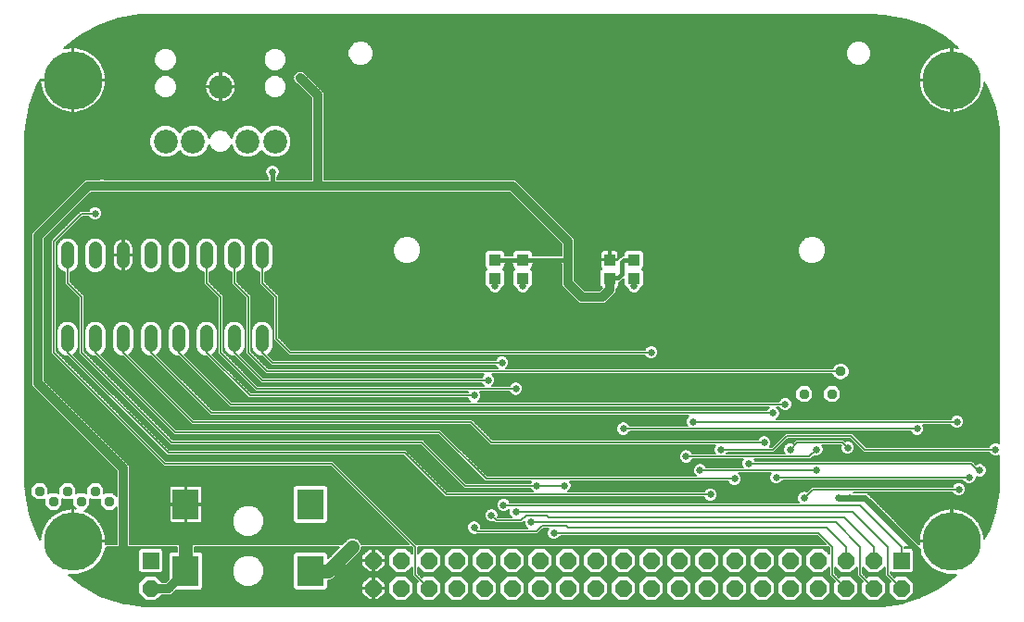
<source format=gbl>
G75*
%MOIN*%
%OFA0B0*%
%FSLAX24Y24*%
%IPPOS*%
%LPD*%
%AMOC8*
5,1,8,0,0,1.08239X$1,22.5*
%
%ADD10C,0.2100*%
%ADD11R,0.0600X0.0600*%
%ADD12OC8,0.0600*%
%ADD13R,0.0394X0.0433*%
%ADD14C,0.0480*%
%ADD15OC8,0.0337*%
%ADD16C,0.0860*%
%ADD17R,0.0945X0.1102*%
%ADD18R,0.0433X0.0394*%
%ADD19C,0.0258*%
%ADD20C,0.0100*%
%ADD21C,0.0050*%
%ADD22C,0.0240*%
%ADD23C,0.0160*%
%ADD24C,0.0500*%
%ADD25C,0.0320*%
%ADD26C,0.0376*%
D10*
X002822Y003572D03*
X002822Y020178D03*
X034428Y020178D03*
X034428Y003572D03*
D11*
X032625Y002875D03*
X005625Y002875D03*
D12*
X005625Y001875D03*
X013625Y001875D03*
X014625Y001875D03*
X015625Y001875D03*
X016625Y001875D03*
X017625Y001875D03*
X018625Y001875D03*
X019625Y001875D03*
X020625Y001875D03*
X021625Y001875D03*
X022625Y001875D03*
X023625Y001875D03*
X024625Y001875D03*
X025625Y001875D03*
X026625Y001875D03*
X027625Y001875D03*
X028625Y001875D03*
X029625Y001875D03*
X030625Y001875D03*
X031625Y001875D03*
X032625Y001875D03*
X031625Y002875D03*
X030625Y002875D03*
X029625Y002875D03*
X028625Y002875D03*
X027625Y002875D03*
X026625Y002875D03*
X025625Y002875D03*
X024625Y002875D03*
X023625Y002875D03*
X022625Y002875D03*
X021625Y002875D03*
X020625Y002875D03*
X019625Y002875D03*
X018625Y002875D03*
X017625Y002875D03*
X016625Y002875D03*
X015625Y002875D03*
X014625Y002875D03*
X013625Y002875D03*
D13*
X022125Y013040D03*
X022125Y013710D03*
D14*
X009625Y013635D02*
X009625Y014115D01*
X008625Y014115D02*
X008625Y013635D01*
X007625Y013635D02*
X007625Y014115D01*
X006625Y014115D02*
X006625Y013635D01*
X005625Y013635D02*
X005625Y014115D01*
X004625Y014115D02*
X004625Y013635D01*
X003625Y013635D02*
X003625Y014115D01*
X002625Y014115D02*
X002625Y013635D01*
X002625Y011115D02*
X002625Y010635D01*
X003625Y010635D02*
X003625Y011115D01*
X004625Y011115D02*
X004625Y010635D01*
X005625Y010635D02*
X005625Y011115D01*
X006625Y011115D02*
X006625Y010635D01*
X007625Y010635D02*
X007625Y011115D01*
X008625Y011115D02*
X008625Y010635D01*
X009625Y010635D02*
X009625Y011115D01*
D15*
X003625Y005375D03*
X003125Y005000D03*
X002625Y005375D03*
X002125Y005000D03*
X001625Y005375D03*
X004125Y005000D03*
X029125Y008875D03*
X030125Y008875D03*
D16*
X010094Y017969D03*
X009109Y017969D03*
X007141Y017969D03*
X006156Y017969D03*
X008125Y019938D03*
D17*
X006881Y004902D03*
X006881Y002500D03*
X011369Y002500D03*
X011369Y004902D03*
D18*
X018000Y013040D03*
X018000Y013710D03*
X019000Y013710D03*
X019000Y013040D03*
X023000Y013040D03*
X023000Y013710D03*
D19*
X023000Y012750D03*
X022125Y012750D03*
X019000Y012750D03*
X018000Y012750D03*
X018250Y010000D03*
X017750Y009375D03*
X017250Y008813D03*
X018750Y009063D03*
X019500Y009000D03*
X019500Y010063D03*
X021813Y007750D03*
X022625Y007625D03*
X021875Y006500D03*
X020500Y005563D03*
X019500Y005563D03*
X018313Y004875D03*
X018750Y004625D03*
X019313Y004250D03*
X020125Y003875D03*
X017875Y004500D03*
X017250Y004063D03*
X018500Y006500D03*
X019500Y006500D03*
X019500Y007625D03*
X018500Y007625D03*
X023000Y009063D03*
X024063Y009375D03*
X024000Y010000D03*
X023625Y010375D03*
X023000Y010063D03*
X024563Y010375D03*
X025125Y010063D03*
X025125Y009375D03*
X026125Y009375D03*
X026125Y010063D03*
X027125Y009375D03*
X028438Y008500D03*
X028000Y008188D03*
X027125Y007375D03*
X027688Y007125D03*
X028625Y006875D03*
X029563Y006875D03*
X029563Y006125D03*
X030688Y006938D03*
X030750Y005125D03*
X030375Y005125D03*
X029125Y005125D03*
X028125Y005875D03*
X027125Y006375D03*
X026625Y005813D03*
X025750Y005250D03*
X025375Y006125D03*
X024875Y006625D03*
X024063Y007375D03*
X024063Y007938D03*
X025125Y007875D03*
X026125Y007375D03*
X026125Y006875D03*
X033188Y007625D03*
X034625Y007875D03*
X034625Y008875D03*
X035125Y008875D03*
X035625Y008875D03*
X036000Y006875D03*
X035438Y006125D03*
X035063Y005875D03*
X035125Y005375D03*
X034688Y005438D03*
X035625Y005375D03*
X035625Y004875D03*
X011000Y020250D03*
X010000Y016875D03*
X006313Y015375D03*
X003875Y016375D03*
X003625Y015375D03*
X004063Y002688D03*
X004438Y002688D03*
X004813Y002688D03*
X004813Y002313D03*
X004438Y002313D03*
X004063Y002313D03*
D20*
X018000Y012750D02*
X018000Y013040D01*
X019000Y013040D02*
X019000Y012750D01*
X022125Y012750D02*
X022125Y013040D01*
X023000Y013040D02*
X023000Y012750D01*
D21*
X003118Y001996D02*
X002656Y002369D01*
X002663Y002367D01*
X002980Y002367D01*
X003287Y002449D01*
X003562Y002608D01*
X003786Y002832D01*
X003945Y003107D01*
X004017Y003375D01*
X006556Y003375D01*
X006556Y003206D01*
X006344Y003206D01*
X006254Y003115D01*
X006254Y002205D01*
X006159Y002110D01*
X006033Y002110D01*
X005813Y002330D01*
X005437Y002330D01*
X005170Y002063D01*
X005170Y001687D01*
X005437Y001420D01*
X005813Y001420D01*
X006033Y001640D01*
X006353Y001640D01*
X006491Y001778D01*
X006507Y001794D01*
X007418Y001794D01*
X007508Y001885D01*
X007508Y003115D01*
X007418Y003206D01*
X007206Y003206D01*
X007206Y003375D01*
X012415Y003375D01*
X011996Y002956D01*
X011996Y003115D01*
X011906Y003206D01*
X010832Y003206D01*
X010742Y003115D01*
X010742Y001885D01*
X010832Y001794D01*
X011906Y001794D01*
X011996Y001885D01*
X011996Y002175D01*
X012065Y002175D01*
X012184Y002224D01*
X012309Y002349D01*
X013151Y003191D01*
X013200Y003310D01*
X013200Y003375D01*
X014984Y003375D01*
X015025Y003334D01*
X015025Y003118D01*
X014813Y003330D01*
X014437Y003330D01*
X014170Y003063D01*
X014170Y002687D01*
X014437Y002420D01*
X014813Y002420D01*
X015025Y002632D01*
X015025Y002334D01*
X015084Y002275D01*
X015233Y002126D01*
X015170Y002063D01*
X015170Y001687D01*
X015437Y001420D01*
X015813Y001420D01*
X016080Y001687D01*
X016080Y002063D01*
X015813Y002330D01*
X015437Y002330D01*
X015374Y002267D01*
X015225Y002416D01*
X015225Y002632D01*
X015437Y002420D01*
X015813Y002420D01*
X016080Y002687D01*
X016080Y003063D01*
X015813Y003330D01*
X015437Y003330D01*
X015225Y003118D01*
X015225Y003375D01*
X029984Y003375D01*
X030025Y003334D01*
X030025Y003118D01*
X029813Y003330D01*
X029437Y003330D01*
X029170Y003063D01*
X029170Y002687D01*
X029437Y002420D01*
X029813Y002420D01*
X030025Y002632D01*
X030025Y002334D01*
X030084Y002275D01*
X030233Y002126D01*
X030170Y002063D01*
X030170Y001687D01*
X030437Y001420D01*
X030813Y001420D01*
X031080Y001687D01*
X031080Y002063D01*
X030813Y002330D01*
X030437Y002330D01*
X030374Y002267D01*
X030225Y002416D01*
X030225Y002632D01*
X030437Y002420D01*
X030813Y002420D01*
X031025Y002632D01*
X031025Y002334D01*
X031084Y002275D01*
X031233Y002126D01*
X031170Y002063D01*
X031170Y001687D01*
X031437Y001420D01*
X031813Y001420D01*
X032080Y001687D01*
X032080Y002063D01*
X031813Y002330D01*
X031437Y002330D01*
X031374Y002267D01*
X031225Y002416D01*
X031225Y002632D01*
X031437Y002420D01*
X031813Y002420D01*
X032025Y002632D01*
X032025Y002334D01*
X032084Y002275D01*
X032233Y002126D01*
X032170Y002063D01*
X032170Y001687D01*
X032437Y001420D01*
X032813Y001420D01*
X033080Y001687D01*
X033080Y002063D01*
X032813Y002330D01*
X032437Y002330D01*
X032374Y002267D01*
X032225Y002416D01*
X032225Y002456D01*
X032261Y002420D01*
X032989Y002420D01*
X033080Y002511D01*
X033080Y003239D01*
X032989Y003330D01*
X032725Y003330D01*
X032725Y003375D01*
X033233Y003375D01*
X033305Y003107D01*
X033464Y002832D01*
X033688Y002608D01*
X033963Y002449D01*
X034270Y002367D01*
X034587Y002367D01*
X034604Y002372D01*
X034526Y002295D01*
X033945Y001878D01*
X033306Y001557D01*
X032625Y001341D01*
X031919Y001233D01*
X031561Y001221D01*
X031560Y001221D01*
X031489Y001222D01*
X031488Y001221D01*
X005825Y001221D01*
X005824Y001223D01*
X005753Y001221D01*
X005750Y001221D01*
X005353Y001231D01*
X004567Y001354D01*
X003815Y001611D01*
X003118Y001996D01*
X003155Y001976D02*
X005170Y001976D01*
X005170Y002024D02*
X003083Y002024D01*
X003023Y002073D02*
X005179Y002073D01*
X005228Y002121D02*
X002963Y002121D01*
X002903Y002170D02*
X005276Y002170D01*
X005325Y002218D02*
X002843Y002218D01*
X002783Y002267D02*
X005373Y002267D01*
X005422Y002315D02*
X002723Y002315D01*
X002663Y002364D02*
X006254Y002364D01*
X006254Y002412D02*
X003149Y002412D01*
X003307Y002461D02*
X005220Y002461D01*
X005261Y002420D02*
X005989Y002420D01*
X006080Y002511D01*
X006080Y003239D01*
X005989Y003330D01*
X005261Y003330D01*
X005170Y003239D01*
X005170Y002511D01*
X005261Y002420D01*
X005172Y002509D02*
X003391Y002509D01*
X003475Y002558D02*
X005170Y002558D01*
X005170Y002606D02*
X003559Y002606D01*
X003609Y002655D02*
X005170Y002655D01*
X005170Y002703D02*
X003657Y002703D01*
X003706Y002752D02*
X005170Y002752D01*
X005170Y002800D02*
X003754Y002800D01*
X003796Y002849D02*
X005170Y002849D01*
X005170Y002897D02*
X003824Y002897D01*
X003852Y002946D02*
X005170Y002946D01*
X005170Y002994D02*
X003880Y002994D01*
X003908Y003043D02*
X005170Y003043D01*
X005170Y003091D02*
X003936Y003091D01*
X003953Y003140D02*
X005170Y003140D01*
X005170Y003188D02*
X003966Y003188D01*
X003979Y003237D02*
X005170Y003237D01*
X005216Y003285D02*
X003992Y003285D01*
X004005Y003334D02*
X006556Y003334D01*
X006556Y003285D02*
X006034Y003285D01*
X006080Y003237D02*
X006556Y003237D01*
X006326Y003188D02*
X006080Y003188D01*
X006080Y003140D02*
X006278Y003140D01*
X006254Y003091D02*
X006080Y003091D01*
X006080Y003043D02*
X006254Y003043D01*
X006254Y002994D02*
X006080Y002994D01*
X006080Y002946D02*
X006254Y002946D01*
X006254Y002897D02*
X006080Y002897D01*
X006080Y002849D02*
X006254Y002849D01*
X006254Y002800D02*
X006080Y002800D01*
X006080Y002752D02*
X006254Y002752D01*
X006254Y002703D02*
X006080Y002703D01*
X006080Y002655D02*
X006254Y002655D01*
X006254Y002606D02*
X006080Y002606D01*
X006080Y002558D02*
X006254Y002558D01*
X006254Y002509D02*
X006078Y002509D01*
X006030Y002461D02*
X006254Y002461D01*
X006254Y002315D02*
X005828Y002315D01*
X005877Y002267D02*
X006254Y002267D01*
X006254Y002218D02*
X005925Y002218D01*
X005974Y002170D02*
X006218Y002170D01*
X006170Y002121D02*
X006022Y002121D01*
X006446Y001733D02*
X013200Y001733D01*
X013200Y001699D02*
X013449Y001450D01*
X013600Y001450D01*
X013600Y001850D01*
X013650Y001850D01*
X013650Y001900D01*
X014050Y001900D01*
X014050Y002051D01*
X013801Y002300D01*
X013650Y002300D01*
X013650Y001900D01*
X013600Y001900D01*
X013600Y002300D01*
X013449Y002300D01*
X013200Y002051D01*
X013200Y001900D01*
X013600Y001900D01*
X013600Y001850D01*
X013200Y001850D01*
X013200Y001699D01*
X013214Y001685D02*
X006398Y001685D01*
X006495Y001782D02*
X013200Y001782D01*
X013200Y001830D02*
X011942Y001830D01*
X011990Y001879D02*
X013600Y001879D01*
X013600Y001927D02*
X013650Y001927D01*
X013650Y001879D02*
X014170Y001879D01*
X014170Y001927D02*
X014050Y001927D01*
X014050Y001976D02*
X014170Y001976D01*
X014170Y002024D02*
X014050Y002024D01*
X014029Y002073D02*
X014179Y002073D01*
X014170Y002063D02*
X014170Y001687D01*
X014437Y001420D01*
X014813Y001420D01*
X015080Y001687D01*
X015080Y002063D01*
X014813Y002330D01*
X014437Y002330D01*
X014170Y002063D01*
X014228Y002121D02*
X013980Y002121D01*
X013932Y002170D02*
X014276Y002170D01*
X014325Y002218D02*
X013883Y002218D01*
X013835Y002267D02*
X014373Y002267D01*
X014422Y002315D02*
X012275Y002315D01*
X012309Y002349D02*
X012309Y002349D01*
X012323Y002364D02*
X015025Y002364D01*
X015025Y002412D02*
X012372Y002412D01*
X012420Y002461D02*
X013438Y002461D01*
X013449Y002450D02*
X013600Y002450D01*
X013600Y002850D01*
X013650Y002850D01*
X013650Y002900D01*
X014050Y002900D01*
X014050Y003051D01*
X013801Y003300D01*
X013650Y003300D01*
X013650Y002900D01*
X013600Y002900D01*
X013600Y003300D01*
X013449Y003300D01*
X013200Y003051D01*
X013200Y002900D01*
X013600Y002900D01*
X013600Y002850D01*
X013200Y002850D01*
X013200Y002699D01*
X013449Y002450D01*
X013390Y002509D02*
X012469Y002509D01*
X012517Y002558D02*
X013341Y002558D01*
X013293Y002606D02*
X012566Y002606D01*
X012614Y002655D02*
X013244Y002655D01*
X013200Y002703D02*
X012663Y002703D01*
X012711Y002752D02*
X013200Y002752D01*
X013200Y002800D02*
X012760Y002800D01*
X012808Y002849D02*
X013200Y002849D01*
X013200Y002946D02*
X012905Y002946D01*
X012954Y002994D02*
X013200Y002994D01*
X013200Y003043D02*
X013002Y003043D01*
X013051Y003091D02*
X013240Y003091D01*
X013288Y003140D02*
X013099Y003140D01*
X013148Y003188D02*
X013337Y003188D01*
X013385Y003237D02*
X013169Y003237D01*
X013190Y003285D02*
X013434Y003285D01*
X013600Y003285D02*
X013650Y003285D01*
X013650Y003237D02*
X013600Y003237D01*
X013600Y003188D02*
X013650Y003188D01*
X013650Y003140D02*
X013600Y003140D01*
X013600Y003091D02*
X013650Y003091D01*
X013650Y003043D02*
X013600Y003043D01*
X013600Y002994D02*
X013650Y002994D01*
X013650Y002946D02*
X013600Y002946D01*
X013600Y002897D02*
X012857Y002897D01*
X013200Y003334D02*
X015025Y003334D01*
X015025Y003285D02*
X014858Y003285D01*
X014907Y003237D02*
X015025Y003237D01*
X015025Y003188D02*
X014955Y003188D01*
X015004Y003140D02*
X015025Y003140D01*
X015225Y003140D02*
X015246Y003140D01*
X015225Y003188D02*
X015295Y003188D01*
X015343Y003237D02*
X015225Y003237D01*
X015225Y003285D02*
X015392Y003285D01*
X015225Y003334D02*
X030025Y003334D01*
X030025Y003285D02*
X029858Y003285D01*
X029907Y003237D02*
X030025Y003237D01*
X030025Y003188D02*
X029955Y003188D01*
X030004Y003140D02*
X030025Y003140D01*
X030125Y003375D02*
X029625Y003875D01*
X020125Y003875D01*
X020359Y003775D02*
X029584Y003775D01*
X029884Y003475D01*
X015166Y003475D01*
X012166Y006475D01*
X006166Y006475D01*
X002225Y010416D01*
X002225Y014334D01*
X003166Y015275D01*
X003391Y015275D01*
X003410Y015231D01*
X003481Y015160D01*
X003574Y015121D01*
X003676Y015121D01*
X003769Y015160D01*
X003840Y015231D01*
X003879Y015324D01*
X003879Y015426D01*
X003840Y015519D01*
X003769Y015590D01*
X003676Y015629D01*
X003574Y015629D01*
X003481Y015590D01*
X003410Y015519D01*
X003391Y015475D01*
X003084Y015475D01*
X003025Y015416D01*
X002025Y014416D01*
X002025Y010334D01*
X002084Y010275D01*
X006084Y006275D01*
X012084Y006275D01*
X014884Y003475D01*
X013185Y003475D01*
X013151Y003559D01*
X013059Y003651D01*
X012940Y003700D01*
X012810Y003700D01*
X012691Y003651D01*
X012515Y003475D01*
X004860Y003475D01*
X004860Y006285D01*
X004722Y006422D01*
X001797Y009347D01*
X001797Y014465D01*
X003472Y016140D01*
X003778Y016140D01*
X003824Y016121D01*
X003926Y016121D01*
X003972Y016140D01*
X018528Y016140D01*
X020390Y014278D01*
X020390Y013865D01*
X019371Y013865D01*
X019371Y013971D01*
X019281Y014061D01*
X018719Y014061D01*
X018629Y013971D01*
X018629Y013865D01*
X018371Y013865D01*
X018371Y013971D01*
X018281Y014061D01*
X017719Y014061D01*
X017629Y013971D01*
X017629Y013449D01*
X017702Y013375D01*
X017629Y013301D01*
X017629Y012779D01*
X017719Y012689D01*
X017750Y012689D01*
X017785Y012606D01*
X017856Y012535D01*
X017949Y012496D01*
X018051Y012496D01*
X018144Y012535D01*
X018215Y012606D01*
X018250Y012689D01*
X018281Y012689D01*
X018371Y012779D01*
X018371Y013301D01*
X018298Y013375D01*
X018371Y013449D01*
X018371Y013555D01*
X018629Y013555D01*
X018629Y013449D01*
X018702Y013375D01*
X018629Y013301D01*
X018629Y012779D01*
X018719Y012689D01*
X018750Y012689D01*
X018785Y012606D01*
X018856Y012535D01*
X018949Y012496D01*
X019051Y012496D01*
X019144Y012535D01*
X019215Y012606D01*
X019250Y012689D01*
X019281Y012689D01*
X019371Y012779D01*
X019371Y013301D01*
X019298Y013375D01*
X019371Y013449D01*
X019371Y013555D01*
X020390Y013555D01*
X020390Y012778D01*
X020890Y012278D01*
X021028Y012140D01*
X021972Y012140D01*
X022222Y012390D01*
X022360Y012528D01*
X022360Y012653D01*
X022366Y012669D01*
X022386Y012669D01*
X022477Y012760D01*
X022477Y012908D01*
X022502Y012908D01*
X022592Y012998D01*
X022629Y013034D01*
X022629Y012779D01*
X022719Y012689D01*
X022750Y012689D01*
X022785Y012606D01*
X022856Y012535D01*
X022949Y012496D01*
X023051Y012496D01*
X023144Y012535D01*
X023215Y012606D01*
X023250Y012689D01*
X023281Y012689D01*
X023371Y012779D01*
X023371Y013301D01*
X023298Y013375D01*
X023371Y013449D01*
X023371Y013971D01*
X023281Y014061D01*
X022719Y014061D01*
X022629Y013971D01*
X022629Y013865D01*
X022583Y013865D01*
X022498Y013780D01*
X022408Y013689D01*
X022408Y013685D01*
X022150Y013685D01*
X022150Y013735D01*
X022100Y013735D01*
X022100Y014051D01*
X021912Y014051D01*
X021880Y014043D01*
X021851Y014026D01*
X021828Y014003D01*
X021812Y013974D01*
X021803Y013943D01*
X021803Y013735D01*
X022100Y013735D01*
X022100Y013685D01*
X021803Y013685D01*
X021803Y013477D01*
X021812Y013445D01*
X021828Y013416D01*
X021848Y013396D01*
X021773Y013321D01*
X021773Y012760D01*
X021850Y012683D01*
X021778Y012610D01*
X021222Y012610D01*
X020860Y012972D01*
X020860Y014472D01*
X020722Y014610D01*
X018722Y016610D01*
X011860Y016610D01*
X011860Y019722D01*
X011722Y019860D01*
X011234Y020348D01*
X011215Y020394D01*
X011144Y020465D01*
X011098Y020484D01*
X011097Y020485D01*
X011097Y020485D01*
X011051Y020504D01*
X010949Y020504D01*
X010903Y020485D01*
X010902Y020484D01*
X010856Y020465D01*
X010785Y020394D01*
X010766Y020348D01*
X010765Y020347D01*
X010765Y020347D01*
X010746Y020301D01*
X010746Y020199D01*
X010765Y020153D01*
X010766Y020152D01*
X010785Y020106D01*
X010856Y020035D01*
X010902Y020016D01*
X011390Y019528D01*
X011390Y016610D01*
X010155Y016610D01*
X010155Y016671D01*
X010215Y016731D01*
X010254Y016824D01*
X010254Y016926D01*
X010215Y017019D01*
X010144Y017090D01*
X010051Y017129D01*
X009949Y017129D01*
X009856Y017090D01*
X009785Y017019D01*
X009746Y016926D01*
X009746Y016824D01*
X009785Y016731D01*
X009845Y016671D01*
X009845Y016610D01*
X003972Y016610D01*
X003926Y016629D01*
X003824Y016629D01*
X003778Y016610D01*
X003278Y016610D01*
X001465Y014797D01*
X001328Y014660D01*
X001328Y009153D01*
X004390Y006090D01*
X004390Y005192D01*
X004259Y005323D01*
X003991Y005323D01*
X003948Y005281D01*
X003948Y005509D01*
X003759Y005698D01*
X003491Y005698D01*
X003302Y005509D01*
X003302Y005281D01*
X003259Y005323D01*
X002991Y005323D01*
X002948Y005281D01*
X002948Y005509D01*
X002759Y005698D01*
X002491Y005698D01*
X002302Y005509D01*
X002302Y005281D01*
X002259Y005323D01*
X001991Y005323D01*
X001948Y005281D01*
X001948Y005509D01*
X001759Y005698D01*
X001491Y005698D01*
X001302Y005509D01*
X001302Y005241D01*
X001491Y005052D01*
X001759Y005052D01*
X001802Y005094D01*
X001802Y004866D01*
X001991Y004677D01*
X002259Y004677D01*
X002448Y004866D01*
X002448Y005094D01*
X002491Y005052D01*
X002759Y005052D01*
X002802Y005094D01*
X002802Y004866D01*
X002925Y004743D01*
X002888Y004747D01*
X002847Y004747D01*
X002847Y003597D01*
X003997Y003597D01*
X003997Y003638D01*
X003982Y003769D01*
X003953Y003898D01*
X003909Y004022D01*
X003852Y004141D01*
X003782Y004253D01*
X003699Y004356D01*
X003606Y004449D01*
X003503Y004532D01*
X003391Y004602D01*
X003272Y004659D01*
X003222Y004677D01*
X003259Y004677D01*
X003448Y004866D01*
X003448Y005094D01*
X003491Y005052D01*
X003759Y005052D01*
X003802Y005094D01*
X003802Y004866D01*
X003991Y004677D01*
X004259Y004677D01*
X004390Y004808D01*
X004390Y003475D01*
X003993Y003475D01*
X003997Y003506D01*
X003997Y003547D01*
X002847Y003547D01*
X002847Y003597D01*
X002797Y003597D01*
X002797Y004747D01*
X002756Y004747D01*
X002625Y004732D01*
X002496Y004703D01*
X002371Y004659D01*
X002253Y004602D01*
X002141Y004532D01*
X002038Y004449D01*
X001944Y004356D01*
X001862Y004253D01*
X001792Y004141D01*
X001735Y004022D01*
X001691Y003898D01*
X001662Y003769D01*
X001647Y003640D01*
X001565Y003776D01*
X001279Y004518D01*
X001126Y005298D01*
X001101Y005695D01*
X001101Y018121D01*
X001123Y018510D01*
X001268Y019274D01*
X001543Y020001D01*
X001663Y020203D01*
X002797Y020203D01*
X002797Y020153D01*
X002847Y020153D01*
X002847Y020203D01*
X003997Y020203D01*
X003997Y020244D01*
X003982Y020375D01*
X003953Y020504D01*
X003909Y020629D01*
X003852Y020747D01*
X003782Y020859D01*
X003699Y020962D01*
X003606Y021056D01*
X003503Y021138D01*
X003391Y021208D01*
X003272Y021265D01*
X003148Y021309D01*
X003019Y021338D01*
X002888Y021353D01*
X002847Y021353D01*
X002847Y020203D01*
X002797Y020203D01*
X002797Y021353D01*
X002756Y021353D01*
X002625Y021338D01*
X002515Y021313D01*
X003051Y021751D01*
X003729Y022131D01*
X004464Y022388D01*
X005231Y022513D01*
X005620Y022525D01*
X005621Y022525D01*
X005693Y022524D01*
X005694Y022525D01*
X031508Y022525D01*
X031509Y022524D01*
X031581Y022525D01*
X031977Y022510D01*
X032756Y022378D01*
X032756Y022378D01*
X033501Y022112D01*
X034188Y021721D01*
X034658Y021331D01*
X034625Y021338D01*
X034494Y021353D01*
X034453Y021353D01*
X034453Y020203D01*
X034403Y020203D01*
X034403Y020153D01*
X034453Y020153D01*
X034453Y019003D01*
X034494Y019003D01*
X034625Y019018D01*
X034754Y019047D01*
X034879Y019091D01*
X034997Y019148D01*
X035109Y019218D01*
X035212Y019301D01*
X035306Y019394D01*
X035388Y019497D01*
X035458Y019609D01*
X035515Y019728D01*
X035559Y019852D01*
X035588Y019981D01*
X035603Y020110D01*
X035708Y019932D01*
X035983Y019190D01*
X036125Y018413D01*
X036144Y018018D01*
X036144Y007090D01*
X036051Y007129D01*
X035949Y007129D01*
X035856Y007090D01*
X035785Y007019D01*
X035766Y006975D01*
X031354Y006975D01*
X030912Y007416D01*
X030854Y007475D01*
X028459Y007475D01*
X027959Y006975D01*
X027897Y006975D01*
X027903Y006981D01*
X027942Y007074D01*
X027942Y007176D01*
X027903Y007269D01*
X027831Y007340D01*
X027738Y007379D01*
X027637Y007379D01*
X027544Y007340D01*
X027472Y007269D01*
X027454Y007225D01*
X017916Y007225D01*
X017225Y007916D01*
X017166Y007975D01*
X007166Y007975D01*
X004843Y010298D01*
X004849Y010300D01*
X004960Y010411D01*
X005020Y010556D01*
X005020Y011194D01*
X004960Y011339D01*
X004849Y011450D01*
X004704Y011510D01*
X004546Y011510D01*
X004401Y011450D01*
X004290Y011339D01*
X004230Y011194D01*
X004230Y010556D01*
X004290Y010411D01*
X004401Y010300D01*
X004546Y010240D01*
X004618Y010240D01*
X007084Y007775D01*
X017084Y007775D01*
X017834Y007025D01*
X025916Y007025D01*
X025910Y007019D01*
X025871Y006926D01*
X025871Y006824D01*
X025910Y006731D01*
X025916Y006725D01*
X025109Y006725D01*
X025090Y006769D01*
X025019Y006840D01*
X024926Y006879D01*
X024824Y006879D01*
X024731Y006840D01*
X024660Y006769D01*
X024621Y006676D01*
X024621Y006574D01*
X024660Y006481D01*
X024731Y006410D01*
X024824Y006371D01*
X024926Y006371D01*
X025019Y006410D01*
X025090Y006481D01*
X025109Y006525D01*
X026916Y006525D01*
X026910Y006519D01*
X026871Y006426D01*
X026871Y006324D01*
X026910Y006231D01*
X026916Y006225D01*
X025609Y006225D01*
X025590Y006269D01*
X025519Y006340D01*
X025426Y006379D01*
X025324Y006379D01*
X025231Y006340D01*
X025160Y006269D01*
X025121Y006176D01*
X025121Y006074D01*
X025160Y005981D01*
X025228Y005912D01*
X017729Y005912D01*
X016100Y007541D01*
X016041Y007600D01*
X006541Y007600D01*
X003843Y010298D01*
X003849Y010300D01*
X003960Y010411D01*
X004020Y010556D01*
X004020Y011194D01*
X003960Y011339D01*
X003849Y011450D01*
X003704Y011510D01*
X003546Y011510D01*
X003401Y011450D01*
X003290Y011339D01*
X003230Y011194D01*
X003230Y010556D01*
X003290Y010411D01*
X003401Y010300D01*
X003546Y010240D01*
X003618Y010240D01*
X006459Y007400D01*
X015959Y007400D01*
X017646Y005713D01*
X019291Y005713D01*
X019285Y005706D01*
X019266Y005662D01*
X016979Y005662D01*
X015475Y007166D01*
X015416Y007225D01*
X006416Y007225D01*
X003225Y010416D01*
X003225Y012416D01*
X002725Y012916D01*
X002725Y013249D01*
X002849Y013300D01*
X002960Y013411D01*
X003020Y013556D01*
X003020Y014194D01*
X002960Y014339D01*
X002849Y014450D01*
X002704Y014510D01*
X002546Y014510D01*
X002401Y014450D01*
X002290Y014339D01*
X002230Y014194D01*
X002230Y013556D01*
X002290Y013411D01*
X002401Y013300D01*
X002525Y013249D01*
X002525Y012834D01*
X002584Y012775D01*
X003025Y012334D01*
X003025Y010334D01*
X006334Y007025D01*
X015334Y007025D01*
X016896Y005463D01*
X019266Y005463D01*
X019285Y005419D01*
X019353Y005350D01*
X016291Y005350D01*
X014850Y006791D01*
X014850Y006791D01*
X014791Y006850D01*
X006291Y006850D01*
X002843Y010298D01*
X002849Y010300D01*
X002960Y010411D01*
X003020Y010556D01*
X003020Y011194D01*
X002960Y011339D01*
X002849Y011450D01*
X002704Y011510D01*
X002546Y011510D01*
X002401Y011450D01*
X002290Y011339D01*
X002230Y011194D01*
X002230Y010556D01*
X002290Y010411D01*
X002401Y010300D01*
X002546Y010240D01*
X002618Y010240D01*
X006209Y006650D01*
X014709Y006650D01*
X016150Y005209D01*
X016150Y005209D01*
X016209Y005150D01*
X025516Y005150D01*
X025535Y005106D01*
X025606Y005035D01*
X025699Y004996D01*
X025801Y004996D01*
X025894Y005035D01*
X025965Y005106D01*
X026004Y005199D01*
X026004Y005301D01*
X025965Y005394D01*
X025894Y005465D01*
X025801Y005504D01*
X025699Y005504D01*
X025606Y005465D01*
X025535Y005394D01*
X025516Y005350D01*
X020647Y005350D01*
X020715Y005419D01*
X020754Y005512D01*
X020754Y005613D01*
X026465Y005613D01*
X026481Y005597D02*
X026574Y005558D01*
X026676Y005558D01*
X026769Y005597D01*
X026840Y005669D01*
X026879Y005762D01*
X026879Y005863D01*
X026840Y005956D01*
X026772Y006025D01*
X027916Y006025D01*
X027910Y006019D01*
X027871Y005926D01*
X027871Y005824D01*
X027910Y005731D01*
X027981Y005660D01*
X028074Y005621D01*
X028176Y005621D01*
X028269Y005660D01*
X028340Y005731D01*
X028359Y005775D01*
X034829Y005775D01*
X034847Y005731D01*
X034919Y005660D01*
X035012Y005621D01*
X035113Y005621D01*
X035206Y005660D01*
X035278Y005731D01*
X035317Y005824D01*
X035317Y005900D01*
X035387Y005871D01*
X035488Y005871D01*
X035581Y005910D01*
X035653Y005981D01*
X035692Y006074D01*
X035692Y006176D01*
X035653Y006269D01*
X035581Y006340D01*
X035581Y006341D02*
X036144Y006341D01*
X036144Y006389D02*
X035252Y006389D01*
X035225Y006416D02*
X035166Y006475D01*
X027359Y006475D01*
X027340Y006519D01*
X027334Y006525D01*
X029354Y006525D01*
X029468Y006639D01*
X029512Y006621D01*
X029613Y006621D01*
X029706Y006660D01*
X029778Y006731D01*
X029817Y006824D01*
X029817Y006926D01*
X029778Y007019D01*
X029772Y007025D01*
X030449Y007025D01*
X030433Y006988D01*
X030433Y006887D01*
X030472Y006794D01*
X030544Y006722D01*
X030637Y006683D01*
X030738Y006683D01*
X030831Y006722D01*
X030903Y006794D01*
X030942Y006887D01*
X030942Y006988D01*
X030903Y007081D01*
X030831Y007153D01*
X030738Y007192D01*
X030637Y007192D01*
X030593Y007173D01*
X030541Y007225D01*
X028834Y007225D01*
X028775Y007166D01*
X028719Y007111D01*
X028676Y007129D01*
X028574Y007129D01*
X028481Y007090D01*
X028410Y007019D01*
X028371Y006926D01*
X028371Y006824D01*
X028410Y006731D01*
X028416Y006725D01*
X026334Y006725D01*
X026340Y006731D01*
X026359Y006775D01*
X028041Y006775D01*
X028541Y007275D01*
X030771Y007275D01*
X031271Y006775D01*
X035766Y006775D01*
X035785Y006731D01*
X035856Y006660D01*
X035949Y006621D01*
X036051Y006621D01*
X036144Y006660D01*
X036144Y006660D01*
X036144Y005749D01*
X036128Y005391D01*
X036012Y004686D01*
X035787Y004008D01*
X035602Y003650D01*
X035588Y003769D01*
X035559Y003898D01*
X035515Y004022D01*
X035458Y004141D01*
X035388Y004253D01*
X035306Y004356D01*
X035212Y004449D01*
X035109Y004532D01*
X034997Y004602D01*
X034879Y004659D01*
X034754Y004703D01*
X034625Y004732D01*
X034494Y004747D01*
X034453Y004747D01*
X034453Y003597D01*
X034403Y003597D01*
X034403Y004747D01*
X034362Y004747D01*
X034231Y004732D01*
X034102Y004703D01*
X033978Y004659D01*
X033859Y004602D01*
X033747Y004532D01*
X033644Y004449D01*
X033551Y004356D01*
X033468Y004253D01*
X033398Y004141D01*
X033341Y004022D01*
X033297Y003898D01*
X033268Y003769D01*
X033253Y003638D01*
X033253Y003597D01*
X034403Y003597D01*
X034403Y003547D01*
X033253Y003547D01*
X033253Y003506D01*
X033257Y003475D01*
X033238Y003475D01*
X031393Y005320D01*
X030914Y005320D01*
X030897Y005338D01*
X034454Y005338D01*
X034472Y005294D01*
X034544Y005222D01*
X034637Y005183D01*
X034738Y005183D01*
X034831Y005222D01*
X034903Y005294D01*
X034942Y005387D01*
X034942Y005488D01*
X034903Y005581D01*
X034831Y005653D01*
X034738Y005692D01*
X034637Y005692D01*
X034544Y005653D01*
X034472Y005581D01*
X034454Y005537D01*
X029396Y005537D01*
X029219Y005361D01*
X029176Y005379D01*
X029074Y005379D01*
X028981Y005340D01*
X028910Y005269D01*
X028871Y005176D01*
X028871Y005074D01*
X028910Y004981D01*
X028916Y004975D01*
X018546Y004975D01*
X018528Y005019D01*
X018456Y005090D01*
X018363Y005129D01*
X018262Y005129D01*
X018169Y005090D01*
X018097Y005019D01*
X018058Y004926D01*
X018058Y004824D01*
X018097Y004731D01*
X018169Y004660D01*
X018262Y004621D01*
X018363Y004621D01*
X018456Y004660D01*
X018513Y004716D01*
X018496Y004676D01*
X018496Y004574D01*
X018535Y004481D01*
X018603Y004412D01*
X018114Y004412D01*
X018129Y004449D01*
X018567Y004449D01*
X018528Y004498D02*
X018129Y004498D01*
X018129Y004546D02*
X018508Y004546D01*
X018496Y004595D02*
X018111Y004595D01*
X018129Y004551D02*
X018090Y004644D01*
X018019Y004715D01*
X017926Y004754D01*
X017824Y004754D01*
X017731Y004715D01*
X017660Y004644D01*
X017621Y004551D01*
X017621Y004449D01*
X014192Y004449D01*
X014144Y004498D02*
X017621Y004498D01*
X017621Y004546D02*
X014095Y004546D01*
X014047Y004595D02*
X017639Y004595D01*
X017659Y004643D02*
X013998Y004643D01*
X013950Y004692D02*
X017707Y004692D01*
X017791Y004740D02*
X013901Y004740D01*
X013853Y004789D02*
X018073Y004789D01*
X018058Y004837D02*
X013804Y004837D01*
X013756Y004886D02*
X018058Y004886D01*
X018062Y004934D02*
X013707Y004934D01*
X013659Y004983D02*
X018082Y004983D01*
X018109Y005031D02*
X013610Y005031D01*
X013562Y005080D02*
X018158Y005080D01*
X018259Y005128D02*
X013513Y005128D01*
X013465Y005177D02*
X016182Y005177D01*
X016134Y005225D02*
X013416Y005225D01*
X013368Y005274D02*
X016085Y005274D01*
X016037Y005322D02*
X013319Y005322D01*
X013271Y005371D02*
X015988Y005371D01*
X015940Y005419D02*
X013222Y005419D01*
X013174Y005468D02*
X015891Y005468D01*
X015843Y005516D02*
X013125Y005516D01*
X013077Y005565D02*
X015794Y005565D01*
X015746Y005613D02*
X013028Y005613D01*
X012980Y005662D02*
X015697Y005662D01*
X015649Y005710D02*
X012931Y005710D01*
X012883Y005759D02*
X015600Y005759D01*
X015552Y005807D02*
X012834Y005807D01*
X012786Y005856D02*
X015503Y005856D01*
X015455Y005904D02*
X012737Y005904D01*
X012689Y005953D02*
X015406Y005953D01*
X015358Y006001D02*
X012640Y006001D01*
X012592Y006050D02*
X015309Y006050D01*
X015261Y006098D02*
X012543Y006098D01*
X012495Y006147D02*
X015212Y006147D01*
X015164Y006195D02*
X012446Y006195D01*
X012398Y006244D02*
X015115Y006244D01*
X015067Y006292D02*
X012349Y006292D01*
X012301Y006341D02*
X015018Y006341D01*
X014970Y006389D02*
X012252Y006389D01*
X012204Y006438D02*
X014921Y006438D01*
X014873Y006486D02*
X006155Y006486D01*
X006107Y006535D02*
X014824Y006535D01*
X014776Y006583D02*
X006058Y006583D01*
X006010Y006632D02*
X014727Y006632D01*
X014750Y006750D02*
X006250Y006750D01*
X002625Y010375D01*
X002625Y010875D01*
X003020Y010851D02*
X003025Y010851D01*
X003020Y010803D02*
X003025Y010803D01*
X003020Y010754D02*
X003025Y010754D01*
X003020Y010706D02*
X003025Y010706D01*
X003020Y010657D02*
X003025Y010657D01*
X003020Y010609D02*
X003025Y010609D01*
X003020Y010560D02*
X003025Y010560D01*
X003025Y010512D02*
X003001Y010512D01*
X002981Y010463D02*
X003025Y010463D01*
X003025Y010415D02*
X002961Y010415D01*
X002915Y010366D02*
X003025Y010366D01*
X003041Y010318D02*
X002866Y010318D01*
X002872Y010269D02*
X003090Y010269D01*
X003138Y010221D02*
X002921Y010221D01*
X002969Y010172D02*
X003187Y010172D01*
X003235Y010124D02*
X003018Y010124D01*
X003066Y010075D02*
X003284Y010075D01*
X003332Y010027D02*
X003115Y010027D01*
X003163Y009978D02*
X003381Y009978D01*
X003429Y009930D02*
X003212Y009930D01*
X003260Y009881D02*
X003478Y009881D01*
X003526Y009833D02*
X003309Y009833D01*
X003357Y009784D02*
X003575Y009784D01*
X003623Y009736D02*
X003406Y009736D01*
X003454Y009687D02*
X003672Y009687D01*
X003720Y009639D02*
X003503Y009639D01*
X003551Y009590D02*
X003769Y009590D01*
X003817Y009542D02*
X003600Y009542D01*
X003648Y009493D02*
X003866Y009493D01*
X003914Y009445D02*
X003697Y009445D01*
X003745Y009396D02*
X003963Y009396D01*
X004011Y009348D02*
X003794Y009348D01*
X003842Y009299D02*
X004060Y009299D01*
X004108Y009251D02*
X003891Y009251D01*
X003939Y009202D02*
X004157Y009202D01*
X004205Y009154D02*
X003988Y009154D01*
X004036Y009105D02*
X004254Y009105D01*
X004302Y009057D02*
X004085Y009057D01*
X004133Y009008D02*
X004351Y009008D01*
X004399Y008960D02*
X004182Y008960D01*
X004230Y008911D02*
X004448Y008911D01*
X004496Y008863D02*
X004279Y008863D01*
X004327Y008814D02*
X004545Y008814D01*
X004593Y008766D02*
X004376Y008766D01*
X004424Y008717D02*
X004642Y008717D01*
X004690Y008669D02*
X004473Y008669D01*
X004521Y008620D02*
X004739Y008620D01*
X004787Y008572D02*
X004570Y008572D01*
X004618Y008523D02*
X004836Y008523D01*
X004884Y008475D02*
X004667Y008475D01*
X004715Y008426D02*
X004933Y008426D01*
X004981Y008378D02*
X004764Y008378D01*
X004812Y008329D02*
X005030Y008329D01*
X005078Y008281D02*
X004861Y008281D01*
X004909Y008232D02*
X005127Y008232D01*
X005175Y008184D02*
X004958Y008184D01*
X005006Y008135D02*
X005224Y008135D01*
X005272Y008087D02*
X005055Y008087D01*
X005103Y008038D02*
X005321Y008038D01*
X005369Y007990D02*
X005152Y007990D01*
X005200Y007941D02*
X005418Y007941D01*
X005466Y007893D02*
X005249Y007893D01*
X005297Y007844D02*
X005515Y007844D01*
X005563Y007796D02*
X005346Y007796D01*
X005394Y007747D02*
X005612Y007747D01*
X005660Y007699D02*
X005443Y007699D01*
X005491Y007650D02*
X005709Y007650D01*
X005757Y007602D02*
X005540Y007602D01*
X005588Y007553D02*
X005806Y007553D01*
X005854Y007505D02*
X005637Y007505D01*
X005685Y007456D02*
X005903Y007456D01*
X005951Y007408D02*
X005734Y007408D01*
X005782Y007359D02*
X006000Y007359D01*
X006048Y007311D02*
X005831Y007311D01*
X005879Y007262D02*
X006097Y007262D01*
X006145Y007214D02*
X005928Y007214D01*
X005976Y007165D02*
X006194Y007165D01*
X006242Y007117D02*
X006025Y007117D01*
X006073Y007068D02*
X006291Y007068D01*
X006375Y007125D02*
X003125Y010375D01*
X003125Y012375D01*
X002625Y012875D01*
X002625Y013875D01*
X003020Y013858D02*
X003230Y013858D01*
X003230Y013810D02*
X003020Y013810D01*
X003020Y013761D02*
X003230Y013761D01*
X003230Y013713D02*
X003020Y013713D01*
X003020Y013664D02*
X003230Y013664D01*
X003230Y013616D02*
X003020Y013616D01*
X003020Y013567D02*
X003230Y013567D01*
X003230Y013556D02*
X003290Y013411D01*
X003401Y013300D01*
X003546Y013240D01*
X003704Y013240D01*
X003849Y013300D01*
X003960Y013411D01*
X004020Y013556D01*
X004020Y014194D01*
X003960Y014339D01*
X003849Y014450D01*
X003704Y014510D01*
X003546Y014510D01*
X003401Y014450D01*
X003290Y014339D01*
X003230Y014194D01*
X003230Y013556D01*
X003246Y013519D02*
X003004Y013519D01*
X002984Y013470D02*
X003266Y013470D01*
X003286Y013422D02*
X002964Y013422D01*
X002922Y013373D02*
X003328Y013373D01*
X003377Y013325D02*
X002873Y013325D01*
X002790Y013276D02*
X003460Y013276D01*
X003790Y013276D02*
X004559Y013276D01*
X004589Y013270D02*
X004519Y013284D01*
X004452Y013312D01*
X004392Y013351D01*
X004341Y013402D01*
X004302Y013462D01*
X004274Y013529D01*
X004260Y013599D01*
X004260Y013850D01*
X004600Y013850D01*
X004600Y013900D01*
X004600Y014480D01*
X004589Y014480D01*
X004519Y014466D01*
X004452Y014438D01*
X004392Y014399D01*
X004341Y014348D01*
X004302Y014288D01*
X004274Y014221D01*
X004260Y014151D01*
X004260Y013900D01*
X004600Y013900D01*
X004650Y013900D01*
X004650Y014480D01*
X004661Y014480D01*
X004731Y014466D01*
X004798Y014438D01*
X004858Y014399D01*
X004909Y014348D01*
X004948Y014288D01*
X004976Y014221D01*
X004990Y014151D01*
X004990Y013900D01*
X004650Y013900D01*
X004650Y013850D01*
X004990Y013850D01*
X004990Y013599D01*
X004976Y013529D01*
X004948Y013462D01*
X004909Y013402D01*
X004858Y013351D01*
X004798Y013312D01*
X004731Y013284D01*
X004661Y013270D01*
X004650Y013270D01*
X004650Y013850D01*
X004600Y013850D01*
X004600Y013270D01*
X004589Y013270D01*
X004600Y013276D02*
X004650Y013276D01*
X004691Y013276D02*
X005460Y013276D01*
X005401Y013300D02*
X005546Y013240D01*
X005704Y013240D01*
X005849Y013300D01*
X005960Y013411D01*
X006020Y013556D01*
X006020Y014194D01*
X005960Y014339D01*
X005849Y014450D01*
X005704Y014510D01*
X005546Y014510D01*
X005401Y014450D01*
X005290Y014339D01*
X005230Y014194D01*
X005230Y013556D01*
X005290Y013411D01*
X005401Y013300D01*
X005377Y013325D02*
X004817Y013325D01*
X004879Y013373D02*
X005328Y013373D01*
X005286Y013422D02*
X004921Y013422D01*
X004952Y013470D02*
X005266Y013470D01*
X005246Y013519D02*
X004972Y013519D01*
X004984Y013567D02*
X005230Y013567D01*
X005230Y013616D02*
X004990Y013616D01*
X004990Y013664D02*
X005230Y013664D01*
X005230Y013713D02*
X004990Y013713D01*
X004990Y013761D02*
X005230Y013761D01*
X005230Y013810D02*
X004990Y013810D01*
X004990Y013907D02*
X005230Y013907D01*
X005230Y013955D02*
X004990Y013955D01*
X004990Y014004D02*
X005230Y014004D01*
X005230Y014052D02*
X004990Y014052D01*
X004990Y014101D02*
X005230Y014101D01*
X005230Y014149D02*
X004990Y014149D01*
X004981Y014198D02*
X005232Y014198D01*
X005252Y014246D02*
X004966Y014246D01*
X004944Y014295D02*
X005272Y014295D01*
X005295Y014343D02*
X004912Y014343D01*
X004865Y014392D02*
X005343Y014392D01*
X005392Y014440D02*
X004794Y014440D01*
X004650Y014440D02*
X004600Y014440D01*
X004600Y014392D02*
X004650Y014392D01*
X004650Y014343D02*
X004600Y014343D01*
X004600Y014295D02*
X004650Y014295D01*
X004650Y014246D02*
X004600Y014246D01*
X004600Y014198D02*
X004650Y014198D01*
X004650Y014149D02*
X004600Y014149D01*
X004600Y014101D02*
X004650Y014101D01*
X004650Y014052D02*
X004600Y014052D01*
X004600Y014004D02*
X004650Y014004D01*
X004650Y013955D02*
X004600Y013955D01*
X004600Y013907D02*
X004650Y013907D01*
X004650Y013858D02*
X005230Y013858D01*
X004650Y013810D02*
X004600Y013810D01*
X004600Y013858D02*
X004020Y013858D01*
X004020Y013810D02*
X004260Y013810D01*
X004260Y013761D02*
X004020Y013761D01*
X004020Y013713D02*
X004260Y013713D01*
X004260Y013664D02*
X004020Y013664D01*
X004020Y013616D02*
X004260Y013616D01*
X004266Y013567D02*
X004020Y013567D01*
X004004Y013519D02*
X004278Y013519D01*
X004298Y013470D02*
X003984Y013470D01*
X003964Y013422D02*
X004329Y013422D01*
X004371Y013373D02*
X003922Y013373D01*
X003873Y013325D02*
X004433Y013325D01*
X004600Y013325D02*
X004650Y013325D01*
X004650Y013373D02*
X004600Y013373D01*
X004600Y013422D02*
X004650Y013422D01*
X004650Y013470D02*
X004600Y013470D01*
X004600Y013519D02*
X004650Y013519D01*
X004650Y013567D02*
X004600Y013567D01*
X004600Y013616D02*
X004650Y013616D01*
X004650Y013664D02*
X004600Y013664D01*
X004600Y013713D02*
X004650Y013713D01*
X004650Y013761D02*
X004600Y013761D01*
X004260Y013907D02*
X004020Y013907D01*
X004020Y013955D02*
X004260Y013955D01*
X004260Y014004D02*
X004020Y014004D01*
X004020Y014052D02*
X004260Y014052D01*
X004260Y014101D02*
X004020Y014101D01*
X004020Y014149D02*
X004260Y014149D01*
X004269Y014198D02*
X004018Y014198D01*
X003998Y014246D02*
X004284Y014246D01*
X004306Y014295D02*
X003978Y014295D01*
X003955Y014343D02*
X004338Y014343D01*
X004385Y014392D02*
X003907Y014392D01*
X003858Y014440D02*
X004456Y014440D01*
X003755Y014489D02*
X005495Y014489D01*
X005755Y014489D02*
X006495Y014489D01*
X006546Y014510D02*
X006401Y014450D01*
X006290Y014339D01*
X006230Y014194D01*
X006230Y013556D01*
X006290Y013411D01*
X006401Y013300D01*
X006546Y013240D01*
X006704Y013240D01*
X006849Y013300D01*
X006960Y013411D01*
X007020Y013556D01*
X007020Y014194D01*
X006960Y014339D01*
X006849Y014450D01*
X006704Y014510D01*
X006546Y014510D01*
X006392Y014440D02*
X005858Y014440D01*
X005907Y014392D02*
X006343Y014392D01*
X006295Y014343D02*
X005955Y014343D01*
X005978Y014295D02*
X006272Y014295D01*
X006252Y014246D02*
X005998Y014246D01*
X006018Y014198D02*
X006232Y014198D01*
X006230Y014149D02*
X006020Y014149D01*
X006020Y014101D02*
X006230Y014101D01*
X006230Y014052D02*
X006020Y014052D01*
X006020Y014004D02*
X006230Y014004D01*
X006230Y013955D02*
X006020Y013955D01*
X006020Y013907D02*
X006230Y013907D01*
X006230Y013858D02*
X006020Y013858D01*
X006020Y013810D02*
X006230Y013810D01*
X006230Y013761D02*
X006020Y013761D01*
X006020Y013713D02*
X006230Y013713D01*
X006230Y013664D02*
X006020Y013664D01*
X006020Y013616D02*
X006230Y013616D01*
X006230Y013567D02*
X006020Y013567D01*
X006004Y013519D02*
X006246Y013519D01*
X006266Y013470D02*
X005984Y013470D01*
X005964Y013422D02*
X006286Y013422D01*
X006328Y013373D02*
X005922Y013373D01*
X005873Y013325D02*
X006377Y013325D01*
X006460Y013276D02*
X005790Y013276D01*
X006790Y013276D02*
X007460Y013276D01*
X007401Y013300D02*
X007525Y013249D01*
X007525Y012834D01*
X007584Y012775D01*
X008025Y012334D01*
X008025Y010334D01*
X009396Y008963D01*
X017041Y008963D01*
X017035Y008956D01*
X017016Y008912D01*
X009229Y008912D01*
X007843Y010298D01*
X007849Y010300D01*
X007960Y010411D01*
X008020Y010556D01*
X008020Y011194D01*
X007960Y011339D01*
X007849Y011450D01*
X007704Y011510D01*
X007546Y011510D01*
X007401Y011450D01*
X007290Y011339D01*
X007230Y011194D01*
X007230Y010556D01*
X007290Y010411D01*
X007401Y010300D01*
X007546Y010240D01*
X007618Y010240D01*
X009146Y008713D01*
X017016Y008713D01*
X017035Y008669D01*
X017103Y008600D01*
X008541Y008600D01*
X006843Y010298D01*
X006849Y010300D01*
X006960Y010411D01*
X007020Y010556D01*
X007020Y011194D01*
X006960Y011339D01*
X006849Y011450D01*
X006704Y011510D01*
X006546Y011510D01*
X006401Y011450D01*
X006290Y011339D01*
X006230Y011194D01*
X006230Y010556D01*
X006290Y010411D01*
X006401Y010300D01*
X006546Y010240D01*
X006618Y010240D01*
X008459Y008400D01*
X027853Y008400D01*
X027785Y008331D01*
X027766Y008287D01*
X007854Y008287D01*
X005843Y010298D01*
X005849Y010300D01*
X005960Y010411D01*
X006020Y010556D01*
X006020Y011194D01*
X005960Y011339D01*
X005849Y011450D01*
X005704Y011510D01*
X005546Y011510D01*
X005401Y011450D01*
X005290Y011339D01*
X005230Y011194D01*
X005230Y010556D01*
X005290Y010411D01*
X005401Y010300D01*
X005546Y010240D01*
X005618Y010240D01*
X007771Y008088D01*
X024978Y008088D01*
X024910Y008019D01*
X024871Y007926D01*
X024871Y007824D01*
X024910Y007731D01*
X024916Y007725D01*
X022859Y007725D01*
X022840Y007769D01*
X022769Y007840D01*
X022676Y007879D01*
X022574Y007879D01*
X022481Y007840D01*
X022410Y007769D01*
X022371Y007676D01*
X022371Y007574D01*
X022410Y007481D01*
X022481Y007410D01*
X022574Y007371D01*
X022676Y007371D01*
X022769Y007410D01*
X022840Y007481D01*
X022859Y007525D01*
X032954Y007525D01*
X032972Y007481D01*
X033044Y007410D01*
X033137Y007371D01*
X033238Y007371D01*
X033331Y007410D01*
X033403Y007481D01*
X033442Y007574D01*
X033442Y007676D01*
X033403Y007769D01*
X033397Y007775D01*
X034391Y007775D01*
X034410Y007731D01*
X034481Y007660D01*
X034574Y007621D01*
X034676Y007621D01*
X034769Y007660D01*
X034840Y007731D01*
X034879Y007824D01*
X034879Y007926D01*
X034840Y008019D01*
X034769Y008090D01*
X034676Y008129D01*
X034574Y008129D01*
X034481Y008090D01*
X034410Y008019D01*
X034391Y007975D01*
X028147Y007975D01*
X028215Y008044D01*
X028254Y008137D01*
X028254Y008238D01*
X028215Y008331D01*
X028147Y008400D01*
X028204Y008400D01*
X028222Y008356D01*
X028294Y008285D01*
X028387Y008246D01*
X028488Y008246D01*
X028581Y008285D01*
X028653Y008356D01*
X028692Y008449D01*
X028692Y008551D01*
X028653Y008644D01*
X028581Y008715D01*
X028488Y008754D01*
X028387Y008754D01*
X028294Y008715D01*
X028222Y008644D01*
X028204Y008600D01*
X017397Y008600D01*
X017465Y008669D01*
X017504Y008762D01*
X017504Y008863D01*
X017465Y008956D01*
X017459Y008963D01*
X018516Y008963D01*
X018535Y008919D01*
X018606Y008847D01*
X018699Y008808D01*
X018801Y008808D01*
X018894Y008847D01*
X018965Y008919D01*
X019004Y009012D01*
X019004Y009113D01*
X018965Y009206D01*
X018894Y009278D01*
X018801Y009317D01*
X018699Y009317D01*
X018606Y009278D01*
X018535Y009206D01*
X018516Y009162D01*
X017897Y009162D01*
X017965Y009231D01*
X018004Y009324D01*
X018004Y009426D01*
X017965Y009519D01*
X017897Y009588D01*
X030140Y009588D01*
X030172Y009510D01*
X030260Y009422D01*
X030375Y009374D01*
X030500Y009374D01*
X030615Y009422D01*
X030703Y009510D01*
X030751Y009625D01*
X030751Y009750D01*
X030703Y009865D01*
X030615Y009953D01*
X030500Y010001D01*
X030375Y010001D01*
X030260Y009953D01*
X030172Y009865D01*
X030140Y009787D01*
X018397Y009787D01*
X018465Y009856D01*
X018504Y009949D01*
X018504Y010051D01*
X018465Y010144D01*
X018394Y010215D01*
X018301Y010254D01*
X018199Y010254D01*
X018106Y010215D01*
X018035Y010144D01*
X018016Y010100D01*
X010041Y010100D01*
X009843Y010298D01*
X009849Y010300D01*
X009960Y010411D01*
X010020Y010556D01*
X010020Y011194D01*
X009960Y011339D01*
X009849Y011450D01*
X009704Y011510D01*
X009546Y011510D01*
X009401Y011450D01*
X009290Y011339D01*
X009230Y011194D01*
X009230Y010556D01*
X009290Y010411D01*
X009401Y010300D01*
X009546Y010240D01*
X009618Y010240D01*
X009959Y009900D01*
X018016Y009900D01*
X018035Y009856D01*
X018103Y009787D01*
X009854Y009787D01*
X009225Y010416D01*
X009225Y012416D01*
X008725Y012916D01*
X008725Y013249D01*
X008849Y013300D01*
X008960Y013411D01*
X009020Y013556D01*
X009020Y014194D01*
X008960Y014339D01*
X008849Y014450D01*
X008704Y014510D01*
X008546Y014510D01*
X008401Y014450D01*
X008290Y014339D01*
X008230Y014194D01*
X008230Y013556D01*
X008290Y013411D01*
X008401Y013300D01*
X008525Y013249D01*
X008525Y012834D01*
X008584Y012775D01*
X009025Y012334D01*
X009025Y010334D01*
X009084Y010275D01*
X009713Y009646D01*
X009771Y009588D01*
X017603Y009588D01*
X017535Y009519D01*
X017516Y009475D01*
X009666Y009475D01*
X008843Y010298D01*
X008849Y010300D01*
X008960Y010411D01*
X009020Y010556D01*
X009020Y011194D01*
X008960Y011339D01*
X008849Y011450D01*
X008704Y011510D01*
X008546Y011510D01*
X008401Y011450D01*
X008290Y011339D01*
X008230Y011194D01*
X008230Y010556D01*
X008290Y010411D01*
X008401Y010300D01*
X008546Y010240D01*
X008619Y010240D01*
X009525Y009334D01*
X009525Y009334D01*
X009584Y009275D01*
X017516Y009275D01*
X017535Y009231D01*
X017603Y009162D01*
X009479Y009162D01*
X008225Y010416D01*
X008225Y012416D01*
X007725Y012916D01*
X007725Y013249D01*
X007849Y013300D01*
X007960Y013411D01*
X008020Y013556D01*
X008020Y014194D01*
X007960Y014339D01*
X007849Y014450D01*
X007704Y014510D01*
X007546Y014510D01*
X007401Y014450D01*
X007290Y014339D01*
X007230Y014194D01*
X007230Y013556D01*
X007290Y013411D01*
X007401Y013300D01*
X007377Y013325D02*
X006873Y013325D01*
X006922Y013373D02*
X007328Y013373D01*
X007286Y013422D02*
X006964Y013422D01*
X006984Y013470D02*
X007266Y013470D01*
X007246Y013519D02*
X007004Y013519D01*
X007020Y013567D02*
X007230Y013567D01*
X007230Y013616D02*
X007020Y013616D01*
X007020Y013664D02*
X007230Y013664D01*
X007230Y013713D02*
X007020Y013713D01*
X007020Y013761D02*
X007230Y013761D01*
X007230Y013810D02*
X007020Y013810D01*
X007020Y013858D02*
X007230Y013858D01*
X007230Y013907D02*
X007020Y013907D01*
X007020Y013955D02*
X007230Y013955D01*
X007230Y014004D02*
X007020Y014004D01*
X007020Y014052D02*
X007230Y014052D01*
X007230Y014101D02*
X007020Y014101D01*
X007020Y014149D02*
X007230Y014149D01*
X007232Y014198D02*
X007018Y014198D01*
X006998Y014246D02*
X007252Y014246D01*
X007272Y014295D02*
X006978Y014295D01*
X006955Y014343D02*
X007295Y014343D01*
X007343Y014392D02*
X006907Y014392D01*
X006858Y014440D02*
X007392Y014440D01*
X007495Y014489D02*
X006755Y014489D01*
X007755Y014489D02*
X008495Y014489D01*
X008392Y014440D02*
X007858Y014440D01*
X007907Y014392D02*
X008343Y014392D01*
X008295Y014343D02*
X007955Y014343D01*
X007978Y014295D02*
X008272Y014295D01*
X008252Y014246D02*
X007998Y014246D01*
X008018Y014198D02*
X008232Y014198D01*
X008230Y014149D02*
X008020Y014149D01*
X008020Y014101D02*
X008230Y014101D01*
X008230Y014052D02*
X008020Y014052D01*
X008020Y014004D02*
X008230Y014004D01*
X008230Y013955D02*
X008020Y013955D01*
X008020Y013907D02*
X008230Y013907D01*
X008230Y013858D02*
X008020Y013858D01*
X008020Y013810D02*
X008230Y013810D01*
X008230Y013761D02*
X008020Y013761D01*
X008020Y013713D02*
X008230Y013713D01*
X008230Y013664D02*
X008020Y013664D01*
X008020Y013616D02*
X008230Y013616D01*
X008230Y013567D02*
X008020Y013567D01*
X008004Y013519D02*
X008246Y013519D01*
X008266Y013470D02*
X007984Y013470D01*
X007964Y013422D02*
X008286Y013422D01*
X008328Y013373D02*
X007922Y013373D01*
X007873Y013325D02*
X008377Y013325D01*
X008460Y013276D02*
X007790Y013276D01*
X007725Y013228D02*
X008525Y013228D01*
X008525Y013179D02*
X007725Y013179D01*
X007725Y013131D02*
X008525Y013131D01*
X008525Y013082D02*
X007725Y013082D01*
X007725Y013034D02*
X008525Y013034D01*
X008525Y012985D02*
X007725Y012985D01*
X007725Y012937D02*
X008525Y012937D01*
X008525Y012888D02*
X007753Y012888D01*
X007802Y012840D02*
X008525Y012840D01*
X008568Y012791D02*
X007850Y012791D01*
X007899Y012743D02*
X008616Y012743D01*
X008665Y012694D02*
X007947Y012694D01*
X007996Y012646D02*
X008713Y012646D01*
X008762Y012597D02*
X008044Y012597D01*
X008093Y012549D02*
X008810Y012549D01*
X008859Y012500D02*
X008141Y012500D01*
X008190Y012452D02*
X008907Y012452D01*
X008956Y012403D02*
X008225Y012403D01*
X008225Y012355D02*
X009004Y012355D01*
X009025Y012306D02*
X008225Y012306D01*
X008225Y012258D02*
X009025Y012258D01*
X009025Y012209D02*
X008225Y012209D01*
X008225Y012161D02*
X009025Y012161D01*
X009025Y012112D02*
X008225Y012112D01*
X008225Y012064D02*
X009025Y012064D01*
X009025Y012015D02*
X008225Y012015D01*
X008225Y011967D02*
X009025Y011967D01*
X009025Y011918D02*
X008225Y011918D01*
X008225Y011870D02*
X009025Y011870D01*
X009025Y011821D02*
X008225Y011821D01*
X008225Y011773D02*
X009025Y011773D01*
X009025Y011724D02*
X008225Y011724D01*
X008225Y011676D02*
X009025Y011676D01*
X009025Y011627D02*
X008225Y011627D01*
X008225Y011579D02*
X009025Y011579D01*
X009025Y011530D02*
X008225Y011530D01*
X008225Y011482D02*
X008478Y011482D01*
X008385Y011433D02*
X008225Y011433D01*
X008225Y011385D02*
X008336Y011385D01*
X008289Y011336D02*
X008225Y011336D01*
X008225Y011288D02*
X008269Y011288D01*
X008249Y011239D02*
X008225Y011239D01*
X008225Y011191D02*
X008230Y011191D01*
X008225Y011142D02*
X008230Y011142D01*
X008225Y011094D02*
X008230Y011094D01*
X008225Y011045D02*
X008230Y011045D01*
X008225Y010997D02*
X008230Y010997D01*
X008225Y010948D02*
X008230Y010948D01*
X008225Y010900D02*
X008230Y010900D01*
X008225Y010851D02*
X008230Y010851D01*
X008225Y010803D02*
X008230Y010803D01*
X008225Y010754D02*
X008230Y010754D01*
X008225Y010706D02*
X008230Y010706D01*
X008225Y010657D02*
X008230Y010657D01*
X008225Y010609D02*
X008230Y010609D01*
X008225Y010560D02*
X008230Y010560D01*
X008225Y010512D02*
X008249Y010512D01*
X008269Y010463D02*
X008225Y010463D01*
X008227Y010415D02*
X008289Y010415D01*
X008275Y010366D02*
X008335Y010366D01*
X008324Y010318D02*
X008384Y010318D01*
X008372Y010269D02*
X008476Y010269D01*
X008421Y010221D02*
X008638Y010221D01*
X008687Y010172D02*
X008469Y010172D01*
X008518Y010124D02*
X008735Y010124D01*
X008784Y010075D02*
X008566Y010075D01*
X008615Y010027D02*
X008832Y010027D01*
X008881Y009978D02*
X008663Y009978D01*
X008712Y009930D02*
X008929Y009930D01*
X008978Y009881D02*
X008760Y009881D01*
X008809Y009833D02*
X009026Y009833D01*
X009075Y009784D02*
X008857Y009784D01*
X008906Y009736D02*
X009123Y009736D01*
X009172Y009687D02*
X008954Y009687D01*
X009003Y009639D02*
X009220Y009639D01*
X009269Y009590D02*
X009051Y009590D01*
X009100Y009542D02*
X009317Y009542D01*
X009366Y009493D02*
X009148Y009493D01*
X009197Y009445D02*
X009414Y009445D01*
X009463Y009396D02*
X009245Y009396D01*
X009294Y009348D02*
X009511Y009348D01*
X009560Y009299D02*
X009342Y009299D01*
X009391Y009251D02*
X017527Y009251D01*
X017564Y009202D02*
X009439Y009202D01*
X009438Y009063D02*
X008125Y010375D01*
X008125Y012375D01*
X007625Y012875D01*
X007625Y013875D01*
X007525Y013228D02*
X002725Y013228D01*
X002725Y013179D02*
X007525Y013179D01*
X007525Y013131D02*
X002725Y013131D01*
X002725Y013082D02*
X007525Y013082D01*
X007525Y013034D02*
X002725Y013034D01*
X002725Y012985D02*
X007525Y012985D01*
X007525Y012937D02*
X002725Y012937D01*
X002753Y012888D02*
X007525Y012888D01*
X007525Y012840D02*
X002802Y012840D01*
X002850Y012791D02*
X007568Y012791D01*
X007616Y012743D02*
X002899Y012743D01*
X002947Y012694D02*
X007665Y012694D01*
X007713Y012646D02*
X002996Y012646D01*
X003044Y012597D02*
X007762Y012597D01*
X007810Y012549D02*
X003093Y012549D01*
X003141Y012500D02*
X007859Y012500D01*
X007907Y012452D02*
X003190Y012452D01*
X003225Y012403D02*
X007956Y012403D01*
X008004Y012355D02*
X003225Y012355D01*
X003225Y012306D02*
X008025Y012306D01*
X008025Y012258D02*
X003225Y012258D01*
X003225Y012209D02*
X008025Y012209D01*
X008025Y012161D02*
X003225Y012161D01*
X003225Y012112D02*
X008025Y012112D01*
X008025Y012064D02*
X003225Y012064D01*
X003225Y012015D02*
X008025Y012015D01*
X008025Y011967D02*
X003225Y011967D01*
X003225Y011918D02*
X008025Y011918D01*
X008025Y011870D02*
X003225Y011870D01*
X003225Y011821D02*
X008025Y011821D01*
X008025Y011773D02*
X003225Y011773D01*
X003225Y011724D02*
X008025Y011724D01*
X008025Y011676D02*
X003225Y011676D01*
X003225Y011627D02*
X008025Y011627D01*
X008025Y011579D02*
X003225Y011579D01*
X003225Y011530D02*
X008025Y011530D01*
X008025Y011482D02*
X007772Y011482D01*
X007865Y011433D02*
X008025Y011433D01*
X008025Y011385D02*
X007914Y011385D01*
X007961Y011336D02*
X008025Y011336D01*
X008025Y011288D02*
X007981Y011288D01*
X008001Y011239D02*
X008025Y011239D01*
X008020Y011191D02*
X008025Y011191D01*
X008020Y011142D02*
X008025Y011142D01*
X008020Y011094D02*
X008025Y011094D01*
X008020Y011045D02*
X008025Y011045D01*
X008020Y010997D02*
X008025Y010997D01*
X008020Y010948D02*
X008025Y010948D01*
X008020Y010900D02*
X008025Y010900D01*
X008020Y010851D02*
X008025Y010851D01*
X008020Y010803D02*
X008025Y010803D01*
X008020Y010754D02*
X008025Y010754D01*
X008020Y010706D02*
X008025Y010706D01*
X008020Y010657D02*
X008025Y010657D01*
X008020Y010609D02*
X008025Y010609D01*
X008020Y010560D02*
X008025Y010560D01*
X008025Y010512D02*
X008001Y010512D01*
X007981Y010463D02*
X008025Y010463D01*
X008025Y010415D02*
X007961Y010415D01*
X007915Y010366D02*
X008025Y010366D01*
X008041Y010318D02*
X007866Y010318D01*
X007872Y010269D02*
X008090Y010269D01*
X008138Y010221D02*
X007921Y010221D01*
X007969Y010172D02*
X008187Y010172D01*
X008235Y010124D02*
X008018Y010124D01*
X008066Y010075D02*
X008284Y010075D01*
X008332Y010027D02*
X008115Y010027D01*
X008163Y009978D02*
X008381Y009978D01*
X008429Y009930D02*
X008212Y009930D01*
X008260Y009881D02*
X008478Y009881D01*
X008526Y009833D02*
X008309Y009833D01*
X008357Y009784D02*
X008575Y009784D01*
X008623Y009736D02*
X008406Y009736D01*
X008454Y009687D02*
X008672Y009687D01*
X008720Y009639D02*
X008503Y009639D01*
X008551Y009590D02*
X008769Y009590D01*
X008817Y009542D02*
X008600Y009542D01*
X008648Y009493D02*
X008866Y009493D01*
X008914Y009445D02*
X008697Y009445D01*
X008745Y009396D02*
X008963Y009396D01*
X009011Y009348D02*
X008794Y009348D01*
X008842Y009299D02*
X009060Y009299D01*
X009108Y009251D02*
X008891Y009251D01*
X008939Y009202D02*
X009157Y009202D01*
X009205Y009154D02*
X008988Y009154D01*
X009036Y009105D02*
X009254Y009105D01*
X009302Y009057D02*
X009085Y009057D01*
X009133Y009008D02*
X009351Y009008D01*
X009438Y009063D02*
X018750Y009063D01*
X018843Y009299D02*
X036144Y009299D01*
X036144Y009251D02*
X018921Y009251D01*
X018967Y009202D02*
X036144Y009202D01*
X036144Y009154D02*
X030304Y009154D01*
X030259Y009198D02*
X029991Y009198D01*
X029802Y009009D01*
X029802Y008741D01*
X029991Y008552D01*
X030259Y008552D01*
X030448Y008741D01*
X030448Y009009D01*
X030259Y009198D01*
X030352Y009105D02*
X036144Y009105D01*
X036144Y009057D02*
X030401Y009057D01*
X030448Y009008D02*
X036144Y009008D01*
X036144Y008960D02*
X030448Y008960D01*
X030448Y008911D02*
X036144Y008911D01*
X036144Y008863D02*
X030448Y008863D01*
X030448Y008814D02*
X036144Y008814D01*
X036144Y008766D02*
X030448Y008766D01*
X030424Y008717D02*
X036144Y008717D01*
X036144Y008669D02*
X030376Y008669D01*
X030327Y008620D02*
X036144Y008620D01*
X036144Y008572D02*
X030279Y008572D01*
X029971Y008572D02*
X029279Y008572D01*
X029259Y008552D02*
X029448Y008741D01*
X029448Y009009D01*
X029259Y009198D01*
X028991Y009198D01*
X028802Y009009D01*
X028802Y008741D01*
X028991Y008552D01*
X029259Y008552D01*
X029327Y008620D02*
X029923Y008620D01*
X029874Y008669D02*
X029376Y008669D01*
X029424Y008717D02*
X029826Y008717D01*
X029802Y008766D02*
X029448Y008766D01*
X029448Y008814D02*
X029802Y008814D01*
X029802Y008863D02*
X029448Y008863D01*
X029448Y008911D02*
X029802Y008911D01*
X029802Y008960D02*
X029448Y008960D01*
X029448Y009008D02*
X029802Y009008D01*
X029849Y009057D02*
X029401Y009057D01*
X029352Y009105D02*
X029898Y009105D01*
X029946Y009154D02*
X029304Y009154D01*
X028946Y009154D02*
X018987Y009154D01*
X019004Y009105D02*
X028898Y009105D01*
X028849Y009057D02*
X019004Y009057D01*
X019002Y009008D02*
X028802Y009008D01*
X028802Y008960D02*
X018982Y008960D01*
X018958Y008911D02*
X028802Y008911D01*
X028802Y008863D02*
X018909Y008863D01*
X018814Y008814D02*
X028802Y008814D01*
X028802Y008766D02*
X017504Y008766D01*
X017504Y008814D02*
X018686Y008814D01*
X018591Y008863D02*
X017504Y008863D01*
X017484Y008911D02*
X018542Y008911D01*
X018518Y008960D02*
X017462Y008960D01*
X017485Y008717D02*
X028298Y008717D01*
X028247Y008669D02*
X017465Y008669D01*
X017417Y008620D02*
X028212Y008620D01*
X028213Y008378D02*
X028169Y008378D01*
X028216Y008329D02*
X028249Y008329D01*
X028236Y008281D02*
X028303Y008281D01*
X028254Y008232D02*
X036144Y008232D01*
X036144Y008184D02*
X028254Y008184D01*
X028253Y008135D02*
X036144Y008135D01*
X036144Y008087D02*
X034773Y008087D01*
X034821Y008038D02*
X036144Y008038D01*
X036144Y007990D02*
X034853Y007990D01*
X034873Y007941D02*
X036144Y007941D01*
X036144Y007893D02*
X034879Y007893D01*
X034879Y007844D02*
X036144Y007844D01*
X036144Y007796D02*
X034867Y007796D01*
X034847Y007747D02*
X036144Y007747D01*
X036144Y007699D02*
X034808Y007699D01*
X034746Y007650D02*
X036144Y007650D01*
X036144Y007602D02*
X033442Y007602D01*
X033442Y007650D02*
X034504Y007650D01*
X034442Y007699D02*
X033432Y007699D01*
X033412Y007747D02*
X034403Y007747D01*
X034397Y007990D02*
X028161Y007990D01*
X028210Y008038D02*
X034429Y008038D01*
X034477Y008087D02*
X028233Y008087D01*
X028000Y008188D02*
X007813Y008188D01*
X005625Y010375D01*
X005625Y010875D01*
X006020Y010851D02*
X006230Y010851D01*
X006230Y010803D02*
X006020Y010803D01*
X006020Y010754D02*
X006230Y010754D01*
X006230Y010706D02*
X006020Y010706D01*
X006020Y010657D02*
X006230Y010657D01*
X006230Y010609D02*
X006020Y010609D01*
X006020Y010560D02*
X006230Y010560D01*
X006249Y010512D02*
X006001Y010512D01*
X005981Y010463D02*
X006269Y010463D01*
X006289Y010415D02*
X005961Y010415D01*
X005915Y010366D02*
X006335Y010366D01*
X006384Y010318D02*
X005866Y010318D01*
X005872Y010269D02*
X006476Y010269D01*
X006638Y010221D02*
X005921Y010221D01*
X005969Y010172D02*
X006687Y010172D01*
X006735Y010124D02*
X006018Y010124D01*
X006066Y010075D02*
X006784Y010075D01*
X006832Y010027D02*
X006115Y010027D01*
X006163Y009978D02*
X006881Y009978D01*
X006929Y009930D02*
X006212Y009930D01*
X006260Y009881D02*
X006978Y009881D01*
X007026Y009833D02*
X006309Y009833D01*
X006357Y009784D02*
X007075Y009784D01*
X007123Y009736D02*
X006406Y009736D01*
X006454Y009687D02*
X007172Y009687D01*
X007220Y009639D02*
X006503Y009639D01*
X006551Y009590D02*
X007269Y009590D01*
X007317Y009542D02*
X006600Y009542D01*
X006648Y009493D02*
X007366Y009493D01*
X007414Y009445D02*
X006697Y009445D01*
X006745Y009396D02*
X007463Y009396D01*
X007511Y009348D02*
X006794Y009348D01*
X006842Y009299D02*
X007560Y009299D01*
X007608Y009251D02*
X006891Y009251D01*
X006939Y009202D02*
X007657Y009202D01*
X007705Y009154D02*
X006988Y009154D01*
X007036Y009105D02*
X007754Y009105D01*
X007802Y009057D02*
X007085Y009057D01*
X007133Y009008D02*
X007851Y009008D01*
X007899Y008960D02*
X007182Y008960D01*
X007230Y008911D02*
X007948Y008911D01*
X007996Y008863D02*
X007279Y008863D01*
X007327Y008814D02*
X008045Y008814D01*
X008093Y008766D02*
X007376Y008766D01*
X007424Y008717D02*
X008142Y008717D01*
X008190Y008669D02*
X007473Y008669D01*
X007521Y008620D02*
X008239Y008620D01*
X008287Y008572D02*
X007570Y008572D01*
X007618Y008523D02*
X008336Y008523D01*
X008384Y008475D02*
X007667Y008475D01*
X007715Y008426D02*
X008433Y008426D01*
X008500Y008500D02*
X006625Y010375D01*
X006625Y010875D01*
X007020Y010851D02*
X007230Y010851D01*
X007230Y010803D02*
X007020Y010803D01*
X007020Y010754D02*
X007230Y010754D01*
X007230Y010706D02*
X007020Y010706D01*
X007020Y010657D02*
X007230Y010657D01*
X007230Y010609D02*
X007020Y010609D01*
X007020Y010560D02*
X007230Y010560D01*
X007249Y010512D02*
X007001Y010512D01*
X006981Y010463D02*
X007269Y010463D01*
X007289Y010415D02*
X006961Y010415D01*
X006915Y010366D02*
X007335Y010366D01*
X007384Y010318D02*
X006866Y010318D01*
X006872Y010269D02*
X007476Y010269D01*
X007638Y010221D02*
X006921Y010221D01*
X006969Y010172D02*
X007687Y010172D01*
X007735Y010124D02*
X007018Y010124D01*
X007066Y010075D02*
X007784Y010075D01*
X007832Y010027D02*
X007115Y010027D01*
X007163Y009978D02*
X007881Y009978D01*
X007929Y009930D02*
X007212Y009930D01*
X007260Y009881D02*
X007978Y009881D01*
X008026Y009833D02*
X007309Y009833D01*
X007357Y009784D02*
X008075Y009784D01*
X008123Y009736D02*
X007406Y009736D01*
X007454Y009687D02*
X008172Y009687D01*
X008220Y009639D02*
X007503Y009639D01*
X007551Y009590D02*
X008269Y009590D01*
X008317Y009542D02*
X007600Y009542D01*
X007648Y009493D02*
X008366Y009493D01*
X008414Y009445D02*
X007697Y009445D01*
X007745Y009396D02*
X008463Y009396D01*
X008511Y009348D02*
X007794Y009348D01*
X007842Y009299D02*
X008560Y009299D01*
X008608Y009251D02*
X007891Y009251D01*
X007939Y009202D02*
X008657Y009202D01*
X008705Y009154D02*
X007988Y009154D01*
X008036Y009105D02*
X008754Y009105D01*
X008802Y009057D02*
X008085Y009057D01*
X008133Y009008D02*
X008851Y009008D01*
X008899Y008960D02*
X008182Y008960D01*
X008230Y008911D02*
X008948Y008911D01*
X008996Y008863D02*
X008279Y008863D01*
X008327Y008814D02*
X009045Y008814D01*
X009093Y008766D02*
X008376Y008766D01*
X008424Y008717D02*
X009142Y008717D01*
X009188Y008813D02*
X007625Y010375D01*
X007625Y010875D01*
X007230Y010900D02*
X007020Y010900D01*
X007020Y010948D02*
X007230Y010948D01*
X007230Y010997D02*
X007020Y010997D01*
X007020Y011045D02*
X007230Y011045D01*
X007230Y011094D02*
X007020Y011094D01*
X007020Y011142D02*
X007230Y011142D01*
X007230Y011191D02*
X007020Y011191D01*
X007001Y011239D02*
X007249Y011239D01*
X007269Y011288D02*
X006981Y011288D01*
X006961Y011336D02*
X007289Y011336D01*
X007336Y011385D02*
X006914Y011385D01*
X006865Y011433D02*
X007385Y011433D01*
X007478Y011482D02*
X006772Y011482D01*
X006478Y011482D02*
X005772Y011482D01*
X005865Y011433D02*
X006385Y011433D01*
X006336Y011385D02*
X005914Y011385D01*
X005961Y011336D02*
X006289Y011336D01*
X006269Y011288D02*
X005981Y011288D01*
X006001Y011239D02*
X006249Y011239D01*
X006230Y011191D02*
X006020Y011191D01*
X006020Y011142D02*
X006230Y011142D01*
X006230Y011094D02*
X006020Y011094D01*
X006020Y011045D02*
X006230Y011045D01*
X006230Y010997D02*
X006020Y010997D01*
X006020Y010948D02*
X006230Y010948D01*
X006230Y010900D02*
X006020Y010900D01*
X005230Y010900D02*
X005020Y010900D01*
X005020Y010948D02*
X005230Y010948D01*
X005230Y010997D02*
X005020Y010997D01*
X005020Y011045D02*
X005230Y011045D01*
X005230Y011094D02*
X005020Y011094D01*
X005020Y011142D02*
X005230Y011142D01*
X005230Y011191D02*
X005020Y011191D01*
X005001Y011239D02*
X005249Y011239D01*
X005269Y011288D02*
X004981Y011288D01*
X004961Y011336D02*
X005289Y011336D01*
X005336Y011385D02*
X004914Y011385D01*
X004865Y011433D02*
X005385Y011433D01*
X005478Y011482D02*
X004772Y011482D01*
X004478Y011482D02*
X003772Y011482D01*
X003865Y011433D02*
X004385Y011433D01*
X004336Y011385D02*
X003914Y011385D01*
X003961Y011336D02*
X004289Y011336D01*
X004269Y011288D02*
X003981Y011288D01*
X004001Y011239D02*
X004249Y011239D01*
X004230Y011191D02*
X004020Y011191D01*
X004020Y011142D02*
X004230Y011142D01*
X004230Y011094D02*
X004020Y011094D01*
X004020Y011045D02*
X004230Y011045D01*
X004230Y010997D02*
X004020Y010997D01*
X004020Y010948D02*
X004230Y010948D01*
X004230Y010900D02*
X004020Y010900D01*
X004020Y010851D02*
X004230Y010851D01*
X004230Y010803D02*
X004020Y010803D01*
X004020Y010754D02*
X004230Y010754D01*
X004230Y010706D02*
X004020Y010706D01*
X004020Y010657D02*
X004230Y010657D01*
X004230Y010609D02*
X004020Y010609D01*
X004020Y010560D02*
X004230Y010560D01*
X004249Y010512D02*
X004001Y010512D01*
X003981Y010463D02*
X004269Y010463D01*
X004289Y010415D02*
X003961Y010415D01*
X003915Y010366D02*
X004335Y010366D01*
X004384Y010318D02*
X003866Y010318D01*
X003872Y010269D02*
X004476Y010269D01*
X004638Y010221D02*
X003921Y010221D01*
X003969Y010172D02*
X004687Y010172D01*
X004735Y010124D02*
X004018Y010124D01*
X004066Y010075D02*
X004784Y010075D01*
X004832Y010027D02*
X004115Y010027D01*
X004163Y009978D02*
X004881Y009978D01*
X004929Y009930D02*
X004212Y009930D01*
X004260Y009881D02*
X004978Y009881D01*
X005026Y009833D02*
X004309Y009833D01*
X004357Y009784D02*
X005075Y009784D01*
X005123Y009736D02*
X004406Y009736D01*
X004454Y009687D02*
X005172Y009687D01*
X005220Y009639D02*
X004503Y009639D01*
X004551Y009590D02*
X005269Y009590D01*
X005317Y009542D02*
X004600Y009542D01*
X004648Y009493D02*
X005366Y009493D01*
X005414Y009445D02*
X004697Y009445D01*
X004745Y009396D02*
X005463Y009396D01*
X005511Y009348D02*
X004794Y009348D01*
X004842Y009299D02*
X005560Y009299D01*
X005608Y009251D02*
X004891Y009251D01*
X004939Y009202D02*
X005657Y009202D01*
X005705Y009154D02*
X004988Y009154D01*
X005036Y009105D02*
X005754Y009105D01*
X005802Y009057D02*
X005085Y009057D01*
X005133Y009008D02*
X005851Y009008D01*
X005899Y008960D02*
X005182Y008960D01*
X005230Y008911D02*
X005948Y008911D01*
X005996Y008863D02*
X005279Y008863D01*
X005327Y008814D02*
X006045Y008814D01*
X006093Y008766D02*
X005376Y008766D01*
X005424Y008717D02*
X006142Y008717D01*
X006190Y008669D02*
X005473Y008669D01*
X005521Y008620D02*
X006239Y008620D01*
X006287Y008572D02*
X005570Y008572D01*
X005618Y008523D02*
X006336Y008523D01*
X006384Y008475D02*
X005667Y008475D01*
X005715Y008426D02*
X006433Y008426D01*
X006481Y008378D02*
X005764Y008378D01*
X005812Y008329D02*
X006530Y008329D01*
X006578Y008281D02*
X005861Y008281D01*
X005909Y008232D02*
X006627Y008232D01*
X006675Y008184D02*
X005958Y008184D01*
X006006Y008135D02*
X006724Y008135D01*
X006772Y008087D02*
X006055Y008087D01*
X006103Y008038D02*
X006821Y008038D01*
X006869Y007990D02*
X006152Y007990D01*
X006200Y007941D02*
X006918Y007941D01*
X006966Y007893D02*
X006249Y007893D01*
X006297Y007844D02*
X007015Y007844D01*
X007063Y007796D02*
X006346Y007796D01*
X006394Y007747D02*
X017112Y007747D01*
X017160Y007699D02*
X006443Y007699D01*
X006491Y007650D02*
X017209Y007650D01*
X017257Y007602D02*
X006540Y007602D01*
X006500Y007500D02*
X003625Y010375D01*
X003625Y010875D01*
X003230Y010851D02*
X003225Y010851D01*
X003225Y010803D02*
X003230Y010803D01*
X003225Y010754D02*
X003230Y010754D01*
X003225Y010706D02*
X003230Y010706D01*
X003225Y010657D02*
X003230Y010657D01*
X003225Y010609D02*
X003230Y010609D01*
X003225Y010560D02*
X003230Y010560D01*
X003225Y010512D02*
X003249Y010512D01*
X003269Y010463D02*
X003225Y010463D01*
X003227Y010415D02*
X003289Y010415D01*
X003275Y010366D02*
X003335Y010366D01*
X003324Y010318D02*
X003384Y010318D01*
X003372Y010269D02*
X003476Y010269D01*
X003421Y010221D02*
X003638Y010221D01*
X003687Y010172D02*
X003469Y010172D01*
X003518Y010124D02*
X003735Y010124D01*
X003784Y010075D02*
X003566Y010075D01*
X003615Y010027D02*
X003832Y010027D01*
X003881Y009978D02*
X003663Y009978D01*
X003712Y009930D02*
X003929Y009930D01*
X003978Y009881D02*
X003760Y009881D01*
X003809Y009833D02*
X004026Y009833D01*
X004075Y009784D02*
X003857Y009784D01*
X003906Y009736D02*
X004123Y009736D01*
X004172Y009687D02*
X003954Y009687D01*
X004003Y009639D02*
X004220Y009639D01*
X004269Y009590D02*
X004051Y009590D01*
X004100Y009542D02*
X004317Y009542D01*
X004366Y009493D02*
X004148Y009493D01*
X004197Y009445D02*
X004414Y009445D01*
X004463Y009396D02*
X004245Y009396D01*
X004294Y009348D02*
X004511Y009348D01*
X004560Y009299D02*
X004342Y009299D01*
X004391Y009251D02*
X004608Y009251D01*
X004657Y009202D02*
X004439Y009202D01*
X004488Y009154D02*
X004705Y009154D01*
X004754Y009105D02*
X004536Y009105D01*
X004585Y009057D02*
X004802Y009057D01*
X004851Y009008D02*
X004633Y009008D01*
X004682Y008960D02*
X004899Y008960D01*
X004948Y008911D02*
X004730Y008911D01*
X004779Y008863D02*
X004996Y008863D01*
X005045Y008814D02*
X004827Y008814D01*
X004876Y008766D02*
X005093Y008766D01*
X005142Y008717D02*
X004924Y008717D01*
X004973Y008669D02*
X005190Y008669D01*
X005239Y008620D02*
X005021Y008620D01*
X005070Y008572D02*
X005287Y008572D01*
X005336Y008523D02*
X005118Y008523D01*
X005167Y008475D02*
X005384Y008475D01*
X005433Y008426D02*
X005215Y008426D01*
X005264Y008378D02*
X005481Y008378D01*
X005530Y008329D02*
X005312Y008329D01*
X005361Y008281D02*
X005578Y008281D01*
X005627Y008232D02*
X005409Y008232D01*
X005458Y008184D02*
X005675Y008184D01*
X005724Y008135D02*
X005506Y008135D01*
X005555Y008087D02*
X005772Y008087D01*
X005821Y008038D02*
X005603Y008038D01*
X005652Y007990D02*
X005869Y007990D01*
X005918Y007941D02*
X005700Y007941D01*
X005749Y007893D02*
X005966Y007893D01*
X006015Y007844D02*
X005797Y007844D01*
X005846Y007796D02*
X006063Y007796D01*
X006112Y007747D02*
X005894Y007747D01*
X005943Y007699D02*
X006160Y007699D01*
X006209Y007650D02*
X005991Y007650D01*
X006040Y007602D02*
X006257Y007602D01*
X006306Y007553D02*
X006088Y007553D01*
X006137Y007505D02*
X006354Y007505D01*
X006403Y007456D02*
X006185Y007456D01*
X006234Y007408D02*
X006451Y007408D01*
X006500Y007500D02*
X016000Y007500D01*
X017688Y005813D01*
X026625Y005813D01*
X026862Y005904D02*
X027871Y005904D01*
X027871Y005856D02*
X026879Y005856D01*
X026879Y005807D02*
X027878Y005807D01*
X027898Y005759D02*
X026878Y005759D01*
X026858Y005710D02*
X027931Y005710D01*
X027979Y005662D02*
X026833Y005662D01*
X026785Y005613D02*
X034504Y005613D01*
X034465Y005565D02*
X026690Y005565D01*
X026560Y005565D02*
X020754Y005565D01*
X020754Y005613D02*
X020715Y005706D01*
X020709Y005713D01*
X026391Y005713D01*
X026410Y005669D01*
X026481Y005597D01*
X026417Y005662D02*
X020734Y005662D01*
X020712Y005710D02*
X026392Y005710D01*
X025940Y005419D02*
X029278Y005419D01*
X029326Y005468D02*
X025889Y005468D01*
X025975Y005371D02*
X029054Y005371D01*
X028963Y005322D02*
X025995Y005322D01*
X026004Y005274D02*
X028914Y005274D01*
X028891Y005225D02*
X026004Y005225D01*
X025995Y005177D02*
X028871Y005177D01*
X028871Y005128D02*
X025974Y005128D01*
X025939Y005080D02*
X028871Y005080D01*
X028889Y005031D02*
X025885Y005031D01*
X025750Y005250D02*
X016250Y005250D01*
X014750Y006750D01*
X014816Y006826D02*
X015533Y006826D01*
X015485Y006874D02*
X006267Y006874D01*
X006219Y006923D02*
X015436Y006923D01*
X015388Y006971D02*
X006170Y006971D01*
X006122Y007020D02*
X015339Y007020D01*
X015375Y007125D02*
X006375Y007125D01*
X006379Y007262D02*
X016097Y007262D01*
X016145Y007214D02*
X015428Y007214D01*
X015476Y007165D02*
X016194Y007165D01*
X016242Y007117D02*
X015525Y007117D01*
X015573Y007068D02*
X016291Y007068D01*
X016339Y007020D02*
X015622Y007020D01*
X015670Y006971D02*
X016388Y006971D01*
X016436Y006923D02*
X015719Y006923D01*
X015767Y006874D02*
X016485Y006874D01*
X016533Y006826D02*
X015816Y006826D01*
X015864Y006777D02*
X016582Y006777D01*
X016630Y006729D02*
X015913Y006729D01*
X015961Y006680D02*
X016679Y006680D01*
X016727Y006632D02*
X016010Y006632D01*
X016058Y006583D02*
X016776Y006583D01*
X016824Y006535D02*
X016107Y006535D01*
X016155Y006486D02*
X016873Y006486D01*
X016921Y006438D02*
X016204Y006438D01*
X016252Y006389D02*
X016970Y006389D01*
X017018Y006341D02*
X016301Y006341D01*
X016349Y006292D02*
X017067Y006292D01*
X017115Y006244D02*
X016398Y006244D01*
X016446Y006195D02*
X017164Y006195D01*
X017212Y006147D02*
X016495Y006147D01*
X016543Y006098D02*
X017261Y006098D01*
X017309Y006050D02*
X016592Y006050D01*
X016640Y006001D02*
X017358Y006001D01*
X017406Y005953D02*
X016689Y005953D01*
X016737Y005904D02*
X017455Y005904D01*
X017503Y005856D02*
X016786Y005856D01*
X016834Y005807D02*
X017552Y005807D01*
X017600Y005759D02*
X016883Y005759D01*
X016931Y005710D02*
X019288Y005710D01*
X019500Y005563D02*
X020500Y005563D01*
X020736Y005468D02*
X025611Y005468D01*
X025560Y005419D02*
X020716Y005419D01*
X020667Y005371D02*
X025525Y005371D01*
X025526Y005128D02*
X018366Y005128D01*
X018467Y005080D02*
X025561Y005080D01*
X025615Y005031D02*
X018516Y005031D01*
X018543Y004983D02*
X028909Y004983D01*
X029125Y005125D02*
X029438Y005438D01*
X034688Y005438D01*
X034871Y005613D02*
X036138Y005613D01*
X036136Y005565D02*
X034910Y005565D01*
X034930Y005516D02*
X036134Y005516D01*
X036132Y005468D02*
X034942Y005468D01*
X034942Y005419D02*
X036129Y005419D01*
X036125Y005371D02*
X034935Y005371D01*
X034915Y005322D02*
X036117Y005322D01*
X036109Y005274D02*
X034883Y005274D01*
X034834Y005225D02*
X036101Y005225D01*
X036093Y005177D02*
X031537Y005177D01*
X031488Y005225D02*
X034541Y005225D01*
X034492Y005274D02*
X031440Y005274D01*
X031585Y005128D02*
X036085Y005128D01*
X036077Y005080D02*
X031634Y005080D01*
X031682Y005031D02*
X036069Y005031D01*
X036061Y004983D02*
X031731Y004983D01*
X031779Y004934D02*
X036053Y004934D01*
X036045Y004886D02*
X031828Y004886D01*
X031876Y004837D02*
X036037Y004837D01*
X036029Y004789D02*
X031925Y004789D01*
X031973Y004740D02*
X034302Y004740D01*
X034403Y004740D02*
X034453Y004740D01*
X034453Y004692D02*
X034403Y004692D01*
X034403Y004643D02*
X034453Y004643D01*
X034453Y004595D02*
X034403Y004595D01*
X034403Y004546D02*
X034453Y004546D01*
X034453Y004498D02*
X034403Y004498D01*
X034403Y004449D02*
X034453Y004449D01*
X034453Y004401D02*
X034403Y004401D01*
X034403Y004352D02*
X034453Y004352D01*
X034453Y004304D02*
X034403Y004304D01*
X034403Y004255D02*
X034453Y004255D01*
X034453Y004207D02*
X034403Y004207D01*
X034403Y004158D02*
X034453Y004158D01*
X034453Y004110D02*
X034403Y004110D01*
X034403Y004061D02*
X034453Y004061D01*
X034453Y004013D02*
X034403Y004013D01*
X034403Y003964D02*
X034453Y003964D01*
X034453Y003916D02*
X034403Y003916D01*
X034403Y003867D02*
X034453Y003867D01*
X034453Y003819D02*
X034403Y003819D01*
X034403Y003770D02*
X034453Y003770D01*
X034453Y003722D02*
X034403Y003722D01*
X034403Y003673D02*
X034453Y003673D01*
X034453Y003625D02*
X034403Y003625D01*
X034403Y003576D02*
X033137Y003576D01*
X033089Y003625D02*
X033253Y003625D01*
X033257Y003673D02*
X033040Y003673D01*
X032992Y003722D02*
X033263Y003722D01*
X033268Y003770D02*
X032943Y003770D01*
X032895Y003819D02*
X033279Y003819D01*
X033290Y003867D02*
X032846Y003867D01*
X032798Y003916D02*
X033304Y003916D01*
X033321Y003964D02*
X032749Y003964D01*
X032701Y004013D02*
X033337Y004013D01*
X033360Y004061D02*
X032652Y004061D01*
X032604Y004110D02*
X033383Y004110D01*
X033409Y004158D02*
X032555Y004158D01*
X032507Y004207D02*
X033439Y004207D01*
X033470Y004255D02*
X032458Y004255D01*
X032410Y004304D02*
X033509Y004304D01*
X033547Y004352D02*
X032361Y004352D01*
X032313Y004401D02*
X033595Y004401D01*
X033644Y004449D02*
X032264Y004449D01*
X032216Y004498D02*
X033704Y004498D01*
X033770Y004546D02*
X032167Y004546D01*
X032119Y004595D02*
X033847Y004595D01*
X033944Y004643D02*
X032070Y004643D01*
X032022Y004692D02*
X034070Y004692D01*
X034555Y004740D02*
X036021Y004740D01*
X036013Y004692D02*
X034786Y004692D01*
X034912Y004643D02*
X035998Y004643D01*
X035982Y004595D02*
X035009Y004595D01*
X035086Y004546D02*
X035966Y004546D01*
X035949Y004498D02*
X035152Y004498D01*
X035213Y004449D02*
X035933Y004449D01*
X035917Y004401D02*
X035261Y004401D01*
X035309Y004352D02*
X035901Y004352D01*
X035885Y004304D02*
X035348Y004304D01*
X035386Y004255D02*
X035869Y004255D01*
X035853Y004207D02*
X035417Y004207D01*
X035448Y004158D02*
X035837Y004158D01*
X035821Y004110D02*
X035473Y004110D01*
X035497Y004061D02*
X035805Y004061D01*
X035789Y004013D02*
X035519Y004013D01*
X035536Y003964D02*
X035764Y003964D01*
X035739Y003916D02*
X035553Y003916D01*
X035566Y003867D02*
X035714Y003867D01*
X035689Y003819D02*
X035577Y003819D01*
X035588Y003770D02*
X035664Y003770D01*
X035639Y003722D02*
X035594Y003722D01*
X035599Y003673D02*
X035614Y003673D01*
X034101Y002412D02*
X032229Y002412D01*
X032278Y002364D02*
X034596Y002364D01*
X034547Y002315D02*
X032828Y002315D01*
X032877Y002267D02*
X034487Y002267D01*
X034420Y002218D02*
X032925Y002218D01*
X032974Y002170D02*
X034352Y002170D01*
X034284Y002121D02*
X033022Y002121D01*
X033071Y002073D02*
X034217Y002073D01*
X034149Y002024D02*
X033080Y002024D01*
X033080Y001976D02*
X034081Y001976D01*
X034014Y001927D02*
X033080Y001927D01*
X033080Y001879D02*
X033946Y001879D01*
X033850Y001830D02*
X033080Y001830D01*
X033080Y001782D02*
X033753Y001782D01*
X033657Y001733D02*
X033080Y001733D01*
X033078Y001685D02*
X033560Y001685D01*
X033463Y001636D02*
X033029Y001636D01*
X032981Y001588D02*
X033367Y001588D01*
X033249Y001539D02*
X032932Y001539D01*
X032884Y001491D02*
X033096Y001491D01*
X032944Y001442D02*
X032835Y001442D01*
X032792Y001394D02*
X004452Y001394D01*
X004310Y001442D02*
X005415Y001442D01*
X005366Y001491D02*
X004168Y001491D01*
X004026Y001539D02*
X005318Y001539D01*
X005269Y001588D02*
X003885Y001588D01*
X003770Y001636D02*
X005221Y001636D01*
X005172Y001685D02*
X003682Y001685D01*
X003594Y001733D02*
X005170Y001733D01*
X005170Y001782D02*
X003507Y001782D01*
X003419Y001830D02*
X005170Y001830D01*
X005170Y001879D02*
X003331Y001879D01*
X003243Y001927D02*
X005170Y001927D01*
X005835Y001442D02*
X014415Y001442D01*
X014366Y001491D02*
X013842Y001491D01*
X013801Y001450D02*
X014050Y001699D01*
X014050Y001850D01*
X013650Y001850D01*
X013650Y001450D01*
X013801Y001450D01*
X013890Y001539D02*
X014318Y001539D01*
X014269Y001588D02*
X013939Y001588D01*
X013987Y001636D02*
X014221Y001636D01*
X014172Y001685D02*
X014036Y001685D01*
X014050Y001733D02*
X014170Y001733D01*
X014170Y001782D02*
X014050Y001782D01*
X014050Y001830D02*
X014170Y001830D01*
X014835Y001442D02*
X015415Y001442D01*
X015366Y001491D02*
X014884Y001491D01*
X014932Y001539D02*
X015318Y001539D01*
X015269Y001588D02*
X014981Y001588D01*
X015029Y001636D02*
X015221Y001636D01*
X015172Y001685D02*
X015078Y001685D01*
X015080Y001733D02*
X015170Y001733D01*
X015170Y001782D02*
X015080Y001782D01*
X015080Y001830D02*
X015170Y001830D01*
X015170Y001879D02*
X015080Y001879D01*
X015080Y001927D02*
X015170Y001927D01*
X015170Y001976D02*
X015080Y001976D01*
X015080Y002024D02*
X015170Y002024D01*
X015179Y002073D02*
X015071Y002073D01*
X015022Y002121D02*
X015228Y002121D01*
X015189Y002170D02*
X014974Y002170D01*
X014925Y002218D02*
X015141Y002218D01*
X015092Y002267D02*
X014877Y002267D01*
X014828Y002315D02*
X015044Y002315D01*
X015125Y002375D02*
X015125Y003375D01*
X012125Y006375D01*
X006125Y006375D01*
X002125Y010375D01*
X002125Y014375D01*
X003125Y015375D01*
X003625Y015375D01*
X003804Y015556D02*
X019112Y015556D01*
X019064Y015604D02*
X003736Y015604D01*
X003845Y015507D02*
X019161Y015507D01*
X019209Y015459D02*
X003865Y015459D01*
X003879Y015410D02*
X019258Y015410D01*
X019306Y015362D02*
X003879Y015362D01*
X003874Y015313D02*
X019355Y015313D01*
X019403Y015265D02*
X003854Y015265D01*
X003825Y015216D02*
X019452Y015216D01*
X019500Y015168D02*
X003777Y015168D01*
X003473Y015168D02*
X003059Y015168D01*
X003107Y015216D02*
X003425Y015216D01*
X003396Y015265D02*
X003156Y015265D01*
X003019Y015410D02*
X002742Y015410D01*
X002694Y015362D02*
X002970Y015362D01*
X002922Y015313D02*
X002645Y015313D01*
X002597Y015265D02*
X002873Y015265D01*
X002825Y015216D02*
X002548Y015216D01*
X002500Y015168D02*
X002776Y015168D01*
X002728Y015119D02*
X002451Y015119D01*
X002403Y015071D02*
X002679Y015071D01*
X002631Y015022D02*
X002354Y015022D01*
X002306Y014974D02*
X002582Y014974D01*
X002534Y014925D02*
X002257Y014925D01*
X002209Y014877D02*
X002485Y014877D01*
X002437Y014828D02*
X002160Y014828D01*
X002112Y014780D02*
X002388Y014780D01*
X002340Y014731D02*
X002063Y014731D01*
X002015Y014683D02*
X002291Y014683D01*
X002243Y014634D02*
X001966Y014634D01*
X001918Y014586D02*
X002194Y014586D01*
X002146Y014537D02*
X001869Y014537D01*
X001821Y014489D02*
X002097Y014489D01*
X002049Y014440D02*
X001797Y014440D01*
X001797Y014392D02*
X002025Y014392D01*
X002025Y014343D02*
X001797Y014343D01*
X001797Y014295D02*
X002025Y014295D01*
X002025Y014246D02*
X001797Y014246D01*
X001797Y014198D02*
X002025Y014198D01*
X002025Y014149D02*
X001797Y014149D01*
X001797Y014101D02*
X002025Y014101D01*
X002025Y014052D02*
X001797Y014052D01*
X001797Y014004D02*
X002025Y014004D01*
X002025Y013955D02*
X001797Y013955D01*
X001797Y013907D02*
X002025Y013907D01*
X002025Y013858D02*
X001797Y013858D01*
X001797Y013810D02*
X002025Y013810D01*
X002025Y013761D02*
X001797Y013761D01*
X001797Y013713D02*
X002025Y013713D01*
X002025Y013664D02*
X001797Y013664D01*
X001797Y013616D02*
X002025Y013616D01*
X002025Y013567D02*
X001797Y013567D01*
X001797Y013519D02*
X002025Y013519D01*
X002025Y013470D02*
X001797Y013470D01*
X001797Y013422D02*
X002025Y013422D01*
X002025Y013373D02*
X001797Y013373D01*
X001797Y013325D02*
X002025Y013325D01*
X002025Y013276D02*
X001797Y013276D01*
X001797Y013228D02*
X002025Y013228D01*
X002025Y013179D02*
X001797Y013179D01*
X001797Y013131D02*
X002025Y013131D01*
X002025Y013082D02*
X001797Y013082D01*
X001797Y013034D02*
X002025Y013034D01*
X002025Y012985D02*
X001797Y012985D01*
X001797Y012937D02*
X002025Y012937D01*
X002025Y012888D02*
X001797Y012888D01*
X001797Y012840D02*
X002025Y012840D01*
X002025Y012791D02*
X001797Y012791D01*
X001797Y012743D02*
X002025Y012743D01*
X002025Y012694D02*
X001797Y012694D01*
X001797Y012646D02*
X002025Y012646D01*
X002025Y012597D02*
X001797Y012597D01*
X001797Y012549D02*
X002025Y012549D01*
X002025Y012500D02*
X001797Y012500D01*
X001797Y012452D02*
X002025Y012452D01*
X002025Y012403D02*
X001797Y012403D01*
X001797Y012355D02*
X002025Y012355D01*
X002025Y012306D02*
X001797Y012306D01*
X001797Y012258D02*
X002025Y012258D01*
X002025Y012209D02*
X001797Y012209D01*
X001797Y012161D02*
X002025Y012161D01*
X002025Y012112D02*
X001797Y012112D01*
X001797Y012064D02*
X002025Y012064D01*
X002025Y012015D02*
X001797Y012015D01*
X001797Y011967D02*
X002025Y011967D01*
X002025Y011918D02*
X001797Y011918D01*
X001797Y011870D02*
X002025Y011870D01*
X002025Y011821D02*
X001797Y011821D01*
X001797Y011773D02*
X002025Y011773D01*
X002025Y011724D02*
X001797Y011724D01*
X001797Y011676D02*
X002025Y011676D01*
X002025Y011627D02*
X001797Y011627D01*
X001797Y011579D02*
X002025Y011579D01*
X002025Y011530D02*
X001797Y011530D01*
X001797Y011482D02*
X002025Y011482D01*
X002025Y011433D02*
X001797Y011433D01*
X001797Y011385D02*
X002025Y011385D01*
X002025Y011336D02*
X001797Y011336D01*
X001797Y011288D02*
X002025Y011288D01*
X002025Y011239D02*
X001797Y011239D01*
X001797Y011191D02*
X002025Y011191D01*
X002025Y011142D02*
X001797Y011142D01*
X001797Y011094D02*
X002025Y011094D01*
X002025Y011045D02*
X001797Y011045D01*
X001797Y010997D02*
X002025Y010997D01*
X002025Y010948D02*
X001797Y010948D01*
X001797Y010900D02*
X002025Y010900D01*
X002025Y010851D02*
X001797Y010851D01*
X001797Y010803D02*
X002025Y010803D01*
X002025Y010754D02*
X001797Y010754D01*
X001797Y010706D02*
X002025Y010706D01*
X002025Y010657D02*
X001797Y010657D01*
X001797Y010609D02*
X002025Y010609D01*
X002025Y010560D02*
X001797Y010560D01*
X001797Y010512D02*
X002025Y010512D01*
X002025Y010463D02*
X001797Y010463D01*
X001797Y010415D02*
X002025Y010415D01*
X002025Y010366D02*
X001797Y010366D01*
X001797Y010318D02*
X002041Y010318D01*
X002090Y010269D02*
X001797Y010269D01*
X001797Y010221D02*
X002138Y010221D01*
X002187Y010172D02*
X001797Y010172D01*
X001797Y010124D02*
X002235Y010124D01*
X002284Y010075D02*
X001797Y010075D01*
X001797Y010027D02*
X002332Y010027D01*
X002381Y009978D02*
X001797Y009978D01*
X001797Y009930D02*
X002429Y009930D01*
X002478Y009881D02*
X001797Y009881D01*
X001797Y009833D02*
X002526Y009833D01*
X002575Y009784D02*
X001797Y009784D01*
X001797Y009736D02*
X002623Y009736D01*
X002672Y009687D02*
X001797Y009687D01*
X001797Y009639D02*
X002720Y009639D01*
X002769Y009590D02*
X001797Y009590D01*
X001797Y009542D02*
X002817Y009542D01*
X002866Y009493D02*
X001797Y009493D01*
X001797Y009445D02*
X002914Y009445D01*
X002963Y009396D02*
X001797Y009396D01*
X001797Y009348D02*
X003011Y009348D01*
X003060Y009299D02*
X001846Y009299D01*
X001894Y009251D02*
X003108Y009251D01*
X003157Y009202D02*
X001943Y009202D01*
X001991Y009154D02*
X003205Y009154D01*
X003254Y009105D02*
X002040Y009105D01*
X002088Y009057D02*
X003302Y009057D01*
X003351Y009008D02*
X002137Y009008D01*
X002185Y008960D02*
X003399Y008960D01*
X003448Y008911D02*
X002234Y008911D01*
X002282Y008863D02*
X003496Y008863D01*
X003545Y008814D02*
X002331Y008814D01*
X002379Y008766D02*
X003593Y008766D01*
X003642Y008717D02*
X002428Y008717D01*
X002476Y008669D02*
X003690Y008669D01*
X003739Y008620D02*
X002525Y008620D01*
X002573Y008572D02*
X003787Y008572D01*
X003836Y008523D02*
X002622Y008523D01*
X002670Y008475D02*
X003884Y008475D01*
X003933Y008426D02*
X002719Y008426D01*
X002767Y008378D02*
X003981Y008378D01*
X004030Y008329D02*
X002816Y008329D01*
X002864Y008281D02*
X004078Y008281D01*
X004127Y008232D02*
X002913Y008232D01*
X002961Y008184D02*
X004175Y008184D01*
X004224Y008135D02*
X003010Y008135D01*
X003058Y008087D02*
X004272Y008087D01*
X004321Y008038D02*
X003107Y008038D01*
X003155Y007990D02*
X004369Y007990D01*
X004418Y007941D02*
X003204Y007941D01*
X003252Y007893D02*
X004466Y007893D01*
X004515Y007844D02*
X003301Y007844D01*
X003349Y007796D02*
X004563Y007796D01*
X004612Y007747D02*
X003398Y007747D01*
X003446Y007699D02*
X004660Y007699D01*
X004709Y007650D02*
X003495Y007650D01*
X003543Y007602D02*
X004757Y007602D01*
X004806Y007553D02*
X003592Y007553D01*
X003640Y007505D02*
X004854Y007505D01*
X004903Y007456D02*
X003689Y007456D01*
X003737Y007408D02*
X004951Y007408D01*
X005000Y007359D02*
X003786Y007359D01*
X003834Y007311D02*
X005048Y007311D01*
X005097Y007262D02*
X003883Y007262D01*
X003931Y007214D02*
X005145Y007214D01*
X005194Y007165D02*
X003980Y007165D01*
X004028Y007117D02*
X005242Y007117D01*
X005291Y007068D02*
X004077Y007068D01*
X004125Y007020D02*
X005339Y007020D01*
X005388Y006971D02*
X004174Y006971D01*
X004222Y006923D02*
X005436Y006923D01*
X005485Y006874D02*
X004271Y006874D01*
X004319Y006826D02*
X005533Y006826D01*
X005582Y006777D02*
X004368Y006777D01*
X004416Y006729D02*
X005630Y006729D01*
X005679Y006680D02*
X004465Y006680D01*
X004513Y006632D02*
X005727Y006632D01*
X005776Y006583D02*
X004562Y006583D01*
X004610Y006535D02*
X005824Y006535D01*
X005873Y006486D02*
X004659Y006486D01*
X004707Y006438D02*
X005921Y006438D01*
X005970Y006389D02*
X004756Y006389D01*
X004804Y006341D02*
X006018Y006341D01*
X006067Y006292D02*
X004853Y006292D01*
X004860Y006244D02*
X012115Y006244D01*
X012164Y006195D02*
X004860Y006195D01*
X004860Y006147D02*
X012212Y006147D01*
X012261Y006098D02*
X004860Y006098D01*
X004860Y006050D02*
X012309Y006050D01*
X012358Y006001D02*
X004860Y006001D01*
X004860Y005953D02*
X012406Y005953D01*
X012455Y005904D02*
X004860Y005904D01*
X004860Y005856D02*
X012503Y005856D01*
X012552Y005807D02*
X004860Y005807D01*
X004860Y005759D02*
X012600Y005759D01*
X012649Y005710D02*
X004860Y005710D01*
X004860Y005662D02*
X012697Y005662D01*
X012746Y005613D02*
X004860Y005613D01*
X004860Y005565D02*
X006352Y005565D01*
X006360Y005569D02*
X006332Y005553D01*
X006308Y005530D01*
X006292Y005501D01*
X006283Y005469D01*
X006283Y004927D01*
X006856Y004927D01*
X006856Y005578D01*
X006392Y005578D01*
X006360Y005569D01*
X006301Y005516D02*
X004860Y005516D01*
X004860Y005468D02*
X006283Y005468D01*
X006283Y005419D02*
X004860Y005419D01*
X004860Y005371D02*
X006283Y005371D01*
X006283Y005322D02*
X004860Y005322D01*
X004860Y005274D02*
X006283Y005274D01*
X006283Y005225D02*
X004860Y005225D01*
X004860Y005177D02*
X006283Y005177D01*
X006283Y005128D02*
X004860Y005128D01*
X004860Y005080D02*
X006283Y005080D01*
X006283Y005031D02*
X004860Y005031D01*
X004860Y004983D02*
X006283Y004983D01*
X006283Y004934D02*
X004860Y004934D01*
X004860Y004886D02*
X006856Y004886D01*
X006856Y004877D02*
X006283Y004877D01*
X006283Y004334D01*
X006292Y004302D01*
X006308Y004274D01*
X006332Y004250D01*
X006360Y004234D01*
X006392Y004225D01*
X006856Y004225D01*
X006856Y004877D01*
X006856Y004927D01*
X006906Y004927D01*
X006906Y005578D01*
X007370Y005578D01*
X007402Y005569D01*
X007430Y005553D01*
X007453Y005530D01*
X007470Y005501D01*
X007478Y005469D01*
X007478Y004927D01*
X006906Y004927D01*
X006906Y004877D01*
X007478Y004877D01*
X007478Y004334D01*
X007470Y004302D01*
X007453Y004274D01*
X007430Y004250D01*
X007402Y004234D01*
X007370Y004225D01*
X006906Y004225D01*
X006906Y004877D01*
X006856Y004877D01*
X006856Y004837D02*
X006906Y004837D01*
X006906Y004789D02*
X006856Y004789D01*
X006856Y004740D02*
X006906Y004740D01*
X006906Y004692D02*
X006856Y004692D01*
X006856Y004643D02*
X006906Y004643D01*
X006906Y004595D02*
X006856Y004595D01*
X006856Y004546D02*
X006906Y004546D01*
X006906Y004498D02*
X006856Y004498D01*
X006856Y004449D02*
X006906Y004449D01*
X006906Y004401D02*
X006856Y004401D01*
X006856Y004352D02*
X006906Y004352D01*
X006906Y004304D02*
X006856Y004304D01*
X006856Y004255D02*
X006906Y004255D01*
X007435Y004255D02*
X008550Y004255D01*
X008550Y004207D02*
X004860Y004207D01*
X004860Y004255D02*
X006327Y004255D01*
X006292Y004304D02*
X004860Y004304D01*
X004860Y004352D02*
X006283Y004352D01*
X006283Y004401D02*
X004860Y004401D01*
X004860Y004449D02*
X006283Y004449D01*
X006283Y004498D02*
X004860Y004498D01*
X004860Y004546D02*
X006283Y004546D01*
X006283Y004595D02*
X004860Y004595D01*
X004860Y004643D02*
X006283Y004643D01*
X006283Y004692D02*
X004860Y004692D01*
X004860Y004740D02*
X006283Y004740D01*
X006283Y004789D02*
X004860Y004789D01*
X004860Y004837D02*
X006283Y004837D01*
X006856Y004934D02*
X006906Y004934D01*
X006906Y004886D02*
X010742Y004886D01*
X010742Y004934D02*
X007478Y004934D01*
X007478Y004983D02*
X010742Y004983D01*
X010742Y005031D02*
X007478Y005031D01*
X007478Y005080D02*
X010742Y005080D01*
X010742Y005128D02*
X007478Y005128D01*
X007478Y005177D02*
X010742Y005177D01*
X010742Y005225D02*
X007478Y005225D01*
X007478Y005274D02*
X010742Y005274D01*
X010742Y005322D02*
X007478Y005322D01*
X007478Y005371D02*
X010742Y005371D01*
X010742Y005419D02*
X007478Y005419D01*
X007478Y005468D02*
X010742Y005468D01*
X010742Y005516D02*
X007461Y005516D01*
X007410Y005565D02*
X010789Y005565D01*
X010832Y005608D02*
X010742Y005517D01*
X010742Y004286D01*
X010832Y004195D01*
X011906Y004195D01*
X011996Y004286D01*
X011996Y005517D01*
X011906Y005608D01*
X010832Y005608D01*
X010742Y004837D02*
X009331Y004837D01*
X009239Y004875D02*
X009451Y004787D01*
X009612Y004626D01*
X009700Y004414D01*
X009700Y004186D01*
X009612Y003974D01*
X009451Y003813D01*
X009239Y003725D01*
X009011Y003725D01*
X008799Y003813D01*
X008638Y003974D01*
X008550Y004186D01*
X008550Y004414D01*
X008638Y004626D01*
X008799Y004787D01*
X009011Y004875D01*
X009239Y004875D01*
X009448Y004789D02*
X010742Y004789D01*
X010742Y004740D02*
X009498Y004740D01*
X009547Y004692D02*
X010742Y004692D01*
X010742Y004643D02*
X009595Y004643D01*
X009625Y004595D02*
X010742Y004595D01*
X010742Y004546D02*
X009645Y004546D01*
X009666Y004498D02*
X010742Y004498D01*
X010742Y004449D02*
X009686Y004449D01*
X009700Y004401D02*
X010742Y004401D01*
X010742Y004352D02*
X009700Y004352D01*
X009700Y004304D02*
X010742Y004304D01*
X010773Y004255D02*
X009700Y004255D01*
X009700Y004207D02*
X010821Y004207D01*
X011917Y004207D02*
X014152Y004207D01*
X014104Y004255D02*
X011965Y004255D01*
X011996Y004304D02*
X014055Y004304D01*
X014007Y004352D02*
X011996Y004352D01*
X011996Y004401D02*
X013958Y004401D01*
X013910Y004449D02*
X011996Y004449D01*
X011996Y004498D02*
X013861Y004498D01*
X013813Y004546D02*
X011996Y004546D01*
X011996Y004595D02*
X013764Y004595D01*
X013716Y004643D02*
X011996Y004643D01*
X011996Y004692D02*
X013667Y004692D01*
X013619Y004740D02*
X011996Y004740D01*
X011996Y004789D02*
X013570Y004789D01*
X013522Y004837D02*
X011996Y004837D01*
X011996Y004886D02*
X013473Y004886D01*
X013425Y004934D02*
X011996Y004934D01*
X011996Y004983D02*
X013376Y004983D01*
X013328Y005031D02*
X011996Y005031D01*
X011996Y005080D02*
X013279Y005080D01*
X013231Y005128D02*
X011996Y005128D01*
X011996Y005177D02*
X013182Y005177D01*
X013134Y005225D02*
X011996Y005225D01*
X011996Y005274D02*
X013085Y005274D01*
X013037Y005322D02*
X011996Y005322D01*
X011996Y005371D02*
X012988Y005371D01*
X012940Y005419D02*
X011996Y005419D01*
X011996Y005468D02*
X012891Y005468D01*
X012843Y005516D02*
X011996Y005516D01*
X011949Y005565D02*
X012794Y005565D01*
X014241Y004401D02*
X017641Y004401D01*
X017660Y004356D02*
X017731Y004285D01*
X017824Y004246D01*
X017926Y004246D01*
X017969Y004264D01*
X018021Y004213D01*
X018979Y004213D01*
X019037Y004271D01*
X019058Y004292D01*
X019058Y004199D01*
X019097Y004106D01*
X019166Y004037D01*
X017504Y004037D01*
X017504Y004113D01*
X017465Y004206D01*
X017394Y004278D01*
X017301Y004317D01*
X017199Y004317D01*
X017106Y004278D01*
X017035Y004206D01*
X016996Y004113D01*
X016996Y004012D01*
X017035Y003919D01*
X017106Y003847D01*
X017199Y003808D01*
X017301Y003808D01*
X017371Y003838D01*
X019541Y003838D01*
X019729Y004025D01*
X019916Y004025D01*
X019910Y004019D01*
X019871Y003926D01*
X019871Y003824D01*
X019910Y003731D01*
X019981Y003660D01*
X020074Y003621D01*
X020176Y003621D01*
X020269Y003660D01*
X020340Y003731D01*
X020359Y003775D01*
X020356Y003770D02*
X029589Y003770D01*
X029637Y003722D02*
X020331Y003722D01*
X020282Y003673D02*
X029686Y003673D01*
X029734Y003625D02*
X020184Y003625D01*
X020066Y003625D02*
X015017Y003625D01*
X014968Y003673D02*
X019968Y003673D01*
X019919Y003722D02*
X014920Y003722D01*
X014871Y003770D02*
X019893Y003770D01*
X019873Y003819D02*
X017325Y003819D01*
X017375Y003938D02*
X019500Y003938D01*
X019688Y004125D01*
X020563Y004125D01*
X020625Y004063D01*
X029938Y004063D01*
X030625Y003375D01*
X030625Y002875D01*
X030951Y002558D02*
X031025Y002558D01*
X031025Y002606D02*
X030999Y002606D01*
X031025Y002509D02*
X030902Y002509D01*
X030854Y002461D02*
X031025Y002461D01*
X031025Y002412D02*
X030229Y002412D01*
X030225Y002461D02*
X030396Y002461D01*
X030348Y002509D02*
X030225Y002509D01*
X030225Y002558D02*
X030299Y002558D01*
X030251Y002606D02*
X030225Y002606D01*
X030025Y002606D02*
X029999Y002606D01*
X030025Y002558D02*
X029951Y002558D01*
X029902Y002509D02*
X030025Y002509D01*
X030025Y002461D02*
X029854Y002461D01*
X029813Y002330D02*
X029437Y002330D01*
X029170Y002063D01*
X029170Y001687D01*
X029437Y001420D01*
X029813Y001420D01*
X030080Y001687D01*
X030080Y002063D01*
X029813Y002330D01*
X029828Y002315D02*
X030044Y002315D01*
X030025Y002364D02*
X015278Y002364D01*
X015229Y002412D02*
X030025Y002412D01*
X030125Y002375D02*
X030125Y003375D01*
X029880Y003479D02*
X015162Y003479D01*
X015114Y003528D02*
X029831Y003528D01*
X029783Y003576D02*
X015065Y003576D01*
X014880Y003479D02*
X013184Y003479D01*
X013164Y003528D02*
X014831Y003528D01*
X014783Y003576D02*
X013134Y003576D01*
X013085Y003625D02*
X014734Y003625D01*
X014686Y003673D02*
X013005Y003673D01*
X012745Y003673D02*
X004860Y003673D01*
X004860Y003625D02*
X012665Y003625D01*
X012616Y003576D02*
X004860Y003576D01*
X004860Y003528D02*
X012568Y003528D01*
X012519Y003479D02*
X004860Y003479D01*
X004860Y003722D02*
X014637Y003722D01*
X014589Y003770D02*
X009348Y003770D01*
X009457Y003819D02*
X014540Y003819D01*
X014492Y003867D02*
X009505Y003867D01*
X009554Y003916D02*
X014443Y003916D01*
X014395Y003964D02*
X009602Y003964D01*
X009628Y004013D02*
X014346Y004013D01*
X014298Y004061D02*
X009648Y004061D01*
X009668Y004110D02*
X014249Y004110D01*
X014201Y004158D02*
X009689Y004158D01*
X008902Y003770D02*
X004860Y003770D01*
X004860Y003819D02*
X008793Y003819D01*
X008745Y003867D02*
X004860Y003867D01*
X004860Y003916D02*
X008696Y003916D01*
X008648Y003964D02*
X004860Y003964D01*
X004860Y004013D02*
X008622Y004013D01*
X008602Y004061D02*
X004860Y004061D01*
X004860Y004110D02*
X008582Y004110D01*
X008561Y004158D02*
X004860Y004158D01*
X004390Y004158D02*
X003841Y004158D01*
X003867Y004110D02*
X004390Y004110D01*
X004390Y004061D02*
X003890Y004061D01*
X003913Y004013D02*
X004390Y004013D01*
X004390Y003964D02*
X003929Y003964D01*
X003946Y003916D02*
X004390Y003916D01*
X004390Y003867D02*
X003960Y003867D01*
X003971Y003819D02*
X004390Y003819D01*
X004390Y003770D02*
X003982Y003770D01*
X003987Y003722D02*
X004390Y003722D01*
X004390Y003673D02*
X003993Y003673D01*
X003997Y003625D02*
X004390Y003625D01*
X004390Y003576D02*
X002847Y003576D01*
X002847Y003625D02*
X002797Y003625D01*
X002797Y003673D02*
X002847Y003673D01*
X002847Y003722D02*
X002797Y003722D01*
X002797Y003770D02*
X002847Y003770D01*
X002847Y003819D02*
X002797Y003819D01*
X002797Y003867D02*
X002847Y003867D01*
X002847Y003916D02*
X002797Y003916D01*
X002797Y003964D02*
X002847Y003964D01*
X002847Y004013D02*
X002797Y004013D01*
X002797Y004061D02*
X002847Y004061D01*
X002847Y004110D02*
X002797Y004110D01*
X002797Y004158D02*
X002847Y004158D01*
X002847Y004207D02*
X002797Y004207D01*
X002797Y004255D02*
X002847Y004255D01*
X002847Y004304D02*
X002797Y004304D01*
X002797Y004352D02*
X002847Y004352D01*
X002847Y004401D02*
X002797Y004401D01*
X002797Y004449D02*
X002847Y004449D01*
X002847Y004498D02*
X002797Y004498D01*
X002797Y004546D02*
X002847Y004546D01*
X002847Y004595D02*
X002797Y004595D01*
X002797Y004643D02*
X002847Y004643D01*
X002847Y004692D02*
X002797Y004692D01*
X002797Y004740D02*
X002847Y004740D01*
X002879Y004789D02*
X002371Y004789D01*
X002419Y004837D02*
X002831Y004837D01*
X002802Y004886D02*
X002448Y004886D01*
X002448Y004934D02*
X002802Y004934D01*
X002802Y004983D02*
X002448Y004983D01*
X002448Y005031D02*
X002802Y005031D01*
X002802Y005080D02*
X002787Y005080D01*
X002948Y005322D02*
X002990Y005322D01*
X002948Y005371D02*
X003302Y005371D01*
X003302Y005419D02*
X002948Y005419D01*
X002948Y005468D02*
X003302Y005468D01*
X003309Y005516D02*
X002941Y005516D01*
X002893Y005565D02*
X003357Y005565D01*
X003406Y005613D02*
X002844Y005613D01*
X002796Y005662D02*
X003454Y005662D01*
X003796Y005662D02*
X004390Y005662D01*
X004390Y005710D02*
X001101Y005710D01*
X001103Y005662D02*
X001454Y005662D01*
X001406Y005613D02*
X001106Y005613D01*
X001109Y005565D02*
X001357Y005565D01*
X001309Y005516D02*
X001112Y005516D01*
X001115Y005468D02*
X001302Y005468D01*
X001302Y005419D02*
X001118Y005419D01*
X001121Y005371D02*
X001302Y005371D01*
X001302Y005322D02*
X001124Y005322D01*
X001131Y005274D02*
X001302Y005274D01*
X001318Y005225D02*
X001140Y005225D01*
X001150Y005177D02*
X001366Y005177D01*
X001415Y005128D02*
X001159Y005128D01*
X001169Y005080D02*
X001463Y005080D01*
X001178Y005031D02*
X001802Y005031D01*
X001802Y004983D02*
X001188Y004983D01*
X001197Y004934D02*
X001802Y004934D01*
X001802Y004886D02*
X001207Y004886D01*
X001216Y004837D02*
X001831Y004837D01*
X001879Y004789D02*
X001226Y004789D01*
X001235Y004740D02*
X001928Y004740D01*
X001976Y004692D02*
X001245Y004692D01*
X001254Y004643D02*
X002338Y004643D01*
X002274Y004692D02*
X002464Y004692D01*
X002322Y004740D02*
X002695Y004740D01*
X002241Y004595D02*
X001264Y004595D01*
X001273Y004546D02*
X002164Y004546D01*
X002098Y004498D02*
X001287Y004498D01*
X001305Y004449D02*
X002037Y004449D01*
X001989Y004401D02*
X001324Y004401D01*
X001343Y004352D02*
X001941Y004352D01*
X001902Y004304D02*
X001362Y004304D01*
X001380Y004255D02*
X001864Y004255D01*
X001833Y004207D02*
X001399Y004207D01*
X001418Y004158D02*
X001802Y004158D01*
X001777Y004110D02*
X001436Y004110D01*
X001455Y004061D02*
X001753Y004061D01*
X001731Y004013D02*
X001474Y004013D01*
X001493Y003964D02*
X001714Y003964D01*
X001697Y003916D02*
X001511Y003916D01*
X001530Y003867D02*
X001684Y003867D01*
X001673Y003819D02*
X001549Y003819D01*
X001569Y003770D02*
X001662Y003770D01*
X001656Y003722D02*
X001598Y003722D01*
X001627Y003673D02*
X001651Y003673D01*
X003274Y004692D02*
X003976Y004692D01*
X003928Y004740D02*
X003322Y004740D01*
X003371Y004789D02*
X003879Y004789D01*
X003831Y004837D02*
X003419Y004837D01*
X003448Y004886D02*
X003802Y004886D01*
X003802Y004934D02*
X003448Y004934D01*
X003448Y004983D02*
X003802Y004983D01*
X003802Y005031D02*
X003448Y005031D01*
X003448Y005080D02*
X003463Y005080D01*
X003302Y005322D02*
X003260Y005322D01*
X003787Y005080D02*
X003802Y005080D01*
X003948Y005322D02*
X003990Y005322D01*
X003948Y005371D02*
X004390Y005371D01*
X004390Y005419D02*
X003948Y005419D01*
X003948Y005468D02*
X004390Y005468D01*
X004390Y005516D02*
X003941Y005516D01*
X003893Y005565D02*
X004390Y005565D01*
X004390Y005613D02*
X003844Y005613D01*
X004260Y005322D02*
X004390Y005322D01*
X004390Y005274D02*
X004309Y005274D01*
X004357Y005225D02*
X004390Y005225D01*
X004371Y004789D02*
X004390Y004789D01*
X004390Y004740D02*
X004322Y004740D01*
X004274Y004692D02*
X004390Y004692D01*
X004390Y004643D02*
X003306Y004643D01*
X003403Y004595D02*
X004390Y004595D01*
X004390Y004546D02*
X003480Y004546D01*
X003546Y004498D02*
X004390Y004498D01*
X004390Y004449D02*
X003606Y004449D01*
X003655Y004401D02*
X004390Y004401D01*
X004390Y004352D02*
X003703Y004352D01*
X003741Y004304D02*
X004390Y004304D01*
X004390Y004255D02*
X003780Y004255D01*
X003811Y004207D02*
X004390Y004207D01*
X004390Y003528D02*
X003997Y003528D01*
X003994Y003479D02*
X004390Y003479D01*
X002463Y005080D02*
X002448Y005080D01*
X002302Y005322D02*
X002260Y005322D01*
X002302Y005371D02*
X001948Y005371D01*
X001948Y005419D02*
X002302Y005419D01*
X002302Y005468D02*
X001948Y005468D01*
X001941Y005516D02*
X002309Y005516D01*
X002357Y005565D02*
X001893Y005565D01*
X001844Y005613D02*
X002406Y005613D01*
X002454Y005662D02*
X001796Y005662D01*
X001948Y005322D02*
X001990Y005322D01*
X001802Y005080D02*
X001787Y005080D01*
X001101Y005759D02*
X004390Y005759D01*
X004390Y005807D02*
X001101Y005807D01*
X001101Y005856D02*
X004390Y005856D01*
X004390Y005904D02*
X001101Y005904D01*
X001101Y005953D02*
X004390Y005953D01*
X004390Y006001D02*
X001101Y006001D01*
X001101Y006050D02*
X004390Y006050D01*
X004382Y006098D02*
X001101Y006098D01*
X001101Y006147D02*
X004334Y006147D01*
X004285Y006195D02*
X001101Y006195D01*
X001101Y006244D02*
X004237Y006244D01*
X004188Y006292D02*
X001101Y006292D01*
X001101Y006341D02*
X004140Y006341D01*
X004091Y006389D02*
X001101Y006389D01*
X001101Y006438D02*
X004043Y006438D01*
X003994Y006486D02*
X001101Y006486D01*
X001101Y006535D02*
X003946Y006535D01*
X003897Y006583D02*
X001101Y006583D01*
X001101Y006632D02*
X003849Y006632D01*
X003800Y006680D02*
X001101Y006680D01*
X001101Y006729D02*
X003752Y006729D01*
X003703Y006777D02*
X001101Y006777D01*
X001101Y006826D02*
X003655Y006826D01*
X003606Y006874D02*
X001101Y006874D01*
X001101Y006923D02*
X003558Y006923D01*
X003509Y006971D02*
X001101Y006971D01*
X001101Y007020D02*
X003461Y007020D01*
X003412Y007068D02*
X001101Y007068D01*
X001101Y007117D02*
X003364Y007117D01*
X003315Y007165D02*
X001101Y007165D01*
X001101Y007214D02*
X003267Y007214D01*
X003218Y007262D02*
X001101Y007262D01*
X001101Y007311D02*
X003170Y007311D01*
X003121Y007359D02*
X001101Y007359D01*
X001101Y007408D02*
X003073Y007408D01*
X003024Y007456D02*
X001101Y007456D01*
X001101Y007505D02*
X002976Y007505D01*
X002927Y007553D02*
X001101Y007553D01*
X001101Y007602D02*
X002879Y007602D01*
X002830Y007650D02*
X001101Y007650D01*
X001101Y007699D02*
X002782Y007699D01*
X002733Y007747D02*
X001101Y007747D01*
X001101Y007796D02*
X002685Y007796D01*
X002636Y007844D02*
X001101Y007844D01*
X001101Y007893D02*
X002588Y007893D01*
X002539Y007941D02*
X001101Y007941D01*
X001101Y007990D02*
X002491Y007990D01*
X002442Y008038D02*
X001101Y008038D01*
X001101Y008087D02*
X002394Y008087D01*
X002345Y008135D02*
X001101Y008135D01*
X001101Y008184D02*
X002297Y008184D01*
X002248Y008232D02*
X001101Y008232D01*
X001101Y008281D02*
X002200Y008281D01*
X002151Y008329D02*
X001101Y008329D01*
X001101Y008378D02*
X002103Y008378D01*
X002054Y008426D02*
X001101Y008426D01*
X001101Y008475D02*
X002006Y008475D01*
X001957Y008523D02*
X001101Y008523D01*
X001101Y008572D02*
X001909Y008572D01*
X001860Y008620D02*
X001101Y008620D01*
X001101Y008669D02*
X001812Y008669D01*
X001763Y008717D02*
X001101Y008717D01*
X001101Y008766D02*
X001715Y008766D01*
X001666Y008814D02*
X001101Y008814D01*
X001101Y008863D02*
X001618Y008863D01*
X001569Y008911D02*
X001101Y008911D01*
X001101Y008960D02*
X001521Y008960D01*
X001472Y009008D02*
X001101Y009008D01*
X001101Y009057D02*
X001424Y009057D01*
X001375Y009105D02*
X001101Y009105D01*
X001101Y009154D02*
X001328Y009154D01*
X001328Y009202D02*
X001101Y009202D01*
X001101Y009251D02*
X001328Y009251D01*
X001328Y009299D02*
X001101Y009299D01*
X001101Y009348D02*
X001328Y009348D01*
X001328Y009396D02*
X001101Y009396D01*
X001101Y009445D02*
X001328Y009445D01*
X001328Y009493D02*
X001101Y009493D01*
X001101Y009542D02*
X001328Y009542D01*
X001328Y009590D02*
X001101Y009590D01*
X001101Y009639D02*
X001328Y009639D01*
X001328Y009687D02*
X001101Y009687D01*
X001101Y009736D02*
X001328Y009736D01*
X001328Y009784D02*
X001101Y009784D01*
X001101Y009833D02*
X001328Y009833D01*
X001328Y009881D02*
X001101Y009881D01*
X001101Y009930D02*
X001328Y009930D01*
X001328Y009978D02*
X001101Y009978D01*
X001101Y010027D02*
X001328Y010027D01*
X001328Y010075D02*
X001101Y010075D01*
X001101Y010124D02*
X001328Y010124D01*
X001328Y010172D02*
X001101Y010172D01*
X001101Y010221D02*
X001328Y010221D01*
X001328Y010269D02*
X001101Y010269D01*
X001101Y010318D02*
X001328Y010318D01*
X001328Y010366D02*
X001101Y010366D01*
X001101Y010415D02*
X001328Y010415D01*
X001328Y010463D02*
X001101Y010463D01*
X001101Y010512D02*
X001328Y010512D01*
X001328Y010560D02*
X001101Y010560D01*
X001101Y010609D02*
X001328Y010609D01*
X001328Y010657D02*
X001101Y010657D01*
X001101Y010706D02*
X001328Y010706D01*
X001328Y010754D02*
X001101Y010754D01*
X001101Y010803D02*
X001328Y010803D01*
X001328Y010851D02*
X001101Y010851D01*
X001101Y010900D02*
X001328Y010900D01*
X001328Y010948D02*
X001101Y010948D01*
X001101Y010997D02*
X001328Y010997D01*
X001328Y011045D02*
X001101Y011045D01*
X001101Y011094D02*
X001328Y011094D01*
X001328Y011142D02*
X001101Y011142D01*
X001101Y011191D02*
X001328Y011191D01*
X001328Y011239D02*
X001101Y011239D01*
X001101Y011288D02*
X001328Y011288D01*
X001328Y011336D02*
X001101Y011336D01*
X001101Y011385D02*
X001328Y011385D01*
X001328Y011433D02*
X001101Y011433D01*
X001101Y011482D02*
X001328Y011482D01*
X001328Y011530D02*
X001101Y011530D01*
X001101Y011579D02*
X001328Y011579D01*
X001328Y011627D02*
X001101Y011627D01*
X001101Y011676D02*
X001328Y011676D01*
X001328Y011724D02*
X001101Y011724D01*
X001101Y011773D02*
X001328Y011773D01*
X001328Y011821D02*
X001101Y011821D01*
X001101Y011870D02*
X001328Y011870D01*
X001328Y011918D02*
X001101Y011918D01*
X001101Y011967D02*
X001328Y011967D01*
X001328Y012015D02*
X001101Y012015D01*
X001101Y012064D02*
X001328Y012064D01*
X001328Y012112D02*
X001101Y012112D01*
X001101Y012161D02*
X001328Y012161D01*
X001328Y012209D02*
X001101Y012209D01*
X001101Y012258D02*
X001328Y012258D01*
X001328Y012306D02*
X001101Y012306D01*
X001101Y012355D02*
X001328Y012355D01*
X001328Y012403D02*
X001101Y012403D01*
X001101Y012452D02*
X001328Y012452D01*
X001328Y012500D02*
X001101Y012500D01*
X001101Y012549D02*
X001328Y012549D01*
X001328Y012597D02*
X001101Y012597D01*
X001101Y012646D02*
X001328Y012646D01*
X001328Y012694D02*
X001101Y012694D01*
X001101Y012743D02*
X001328Y012743D01*
X001328Y012791D02*
X001101Y012791D01*
X001101Y012840D02*
X001328Y012840D01*
X001328Y012888D02*
X001101Y012888D01*
X001101Y012937D02*
X001328Y012937D01*
X001328Y012985D02*
X001101Y012985D01*
X001101Y013034D02*
X001328Y013034D01*
X001328Y013082D02*
X001101Y013082D01*
X001101Y013131D02*
X001328Y013131D01*
X001328Y013179D02*
X001101Y013179D01*
X001101Y013228D02*
X001328Y013228D01*
X001328Y013276D02*
X001101Y013276D01*
X001101Y013325D02*
X001328Y013325D01*
X001328Y013373D02*
X001101Y013373D01*
X001101Y013422D02*
X001328Y013422D01*
X001328Y013470D02*
X001101Y013470D01*
X001101Y013519D02*
X001328Y013519D01*
X001328Y013567D02*
X001101Y013567D01*
X001101Y013616D02*
X001328Y013616D01*
X001328Y013664D02*
X001101Y013664D01*
X001101Y013713D02*
X001328Y013713D01*
X001328Y013761D02*
X001101Y013761D01*
X001101Y013810D02*
X001328Y013810D01*
X001328Y013858D02*
X001101Y013858D01*
X001101Y013907D02*
X001328Y013907D01*
X001328Y013955D02*
X001101Y013955D01*
X001101Y014004D02*
X001328Y014004D01*
X001328Y014052D02*
X001101Y014052D01*
X001101Y014101D02*
X001328Y014101D01*
X001328Y014149D02*
X001101Y014149D01*
X001101Y014198D02*
X001328Y014198D01*
X001328Y014246D02*
X001101Y014246D01*
X001101Y014295D02*
X001328Y014295D01*
X001328Y014343D02*
X001101Y014343D01*
X001101Y014392D02*
X001328Y014392D01*
X001328Y014440D02*
X001101Y014440D01*
X001101Y014489D02*
X001328Y014489D01*
X001328Y014537D02*
X001101Y014537D01*
X001101Y014586D02*
X001328Y014586D01*
X001328Y014634D02*
X001101Y014634D01*
X001101Y014683D02*
X001350Y014683D01*
X001399Y014731D02*
X001101Y014731D01*
X001101Y014780D02*
X001447Y014780D01*
X001496Y014828D02*
X001101Y014828D01*
X001101Y014877D02*
X001544Y014877D01*
X001593Y014925D02*
X001101Y014925D01*
X001101Y014974D02*
X001641Y014974D01*
X001690Y015022D02*
X001101Y015022D01*
X001101Y015071D02*
X001738Y015071D01*
X001787Y015119D02*
X001101Y015119D01*
X001101Y015168D02*
X001835Y015168D01*
X001884Y015216D02*
X001101Y015216D01*
X001101Y015265D02*
X001932Y015265D01*
X001981Y015313D02*
X001101Y015313D01*
X001101Y015362D02*
X002029Y015362D01*
X002078Y015410D02*
X001101Y015410D01*
X001101Y015459D02*
X002126Y015459D01*
X002175Y015507D02*
X001101Y015507D01*
X001101Y015556D02*
X002223Y015556D01*
X002272Y015604D02*
X001101Y015604D01*
X001101Y015653D02*
X002320Y015653D01*
X002369Y015701D02*
X001101Y015701D01*
X001101Y015750D02*
X002417Y015750D01*
X002466Y015798D02*
X001101Y015798D01*
X001101Y015847D02*
X002514Y015847D01*
X002563Y015895D02*
X001101Y015895D01*
X001101Y015944D02*
X002611Y015944D01*
X002660Y015992D02*
X001101Y015992D01*
X001101Y016041D02*
X002708Y016041D01*
X002757Y016089D02*
X001101Y016089D01*
X001101Y016138D02*
X002805Y016138D01*
X002854Y016186D02*
X001101Y016186D01*
X001101Y016235D02*
X002902Y016235D01*
X002951Y016283D02*
X001101Y016283D01*
X001101Y016332D02*
X002999Y016332D01*
X003048Y016380D02*
X001101Y016380D01*
X001101Y016429D02*
X003096Y016429D01*
X003145Y016477D02*
X001101Y016477D01*
X001101Y016526D02*
X003193Y016526D01*
X003242Y016574D02*
X001101Y016574D01*
X001101Y016623D02*
X003809Y016623D01*
X003941Y016623D02*
X009845Y016623D01*
X009845Y016671D02*
X001101Y016671D01*
X001101Y016720D02*
X009796Y016720D01*
X009769Y016768D02*
X001101Y016768D01*
X001101Y016817D02*
X009749Y016817D01*
X009746Y016865D02*
X001101Y016865D01*
X001101Y016914D02*
X009746Y016914D01*
X009761Y016962D02*
X001101Y016962D01*
X001101Y017011D02*
X009781Y017011D01*
X009825Y017059D02*
X001101Y017059D01*
X001101Y017108D02*
X009898Y017108D01*
X010102Y017108D02*
X011390Y017108D01*
X011390Y017156D02*
X001101Y017156D01*
X001101Y017205D02*
X011390Y017205D01*
X011390Y017253D02*
X001101Y017253D01*
X001101Y017302D02*
X011390Y017302D01*
X011390Y017350D02*
X001101Y017350D01*
X001101Y017399D02*
X006005Y017399D01*
X006040Y017384D02*
X006273Y017384D01*
X006488Y017473D01*
X006649Y017634D01*
X006809Y017473D01*
X007024Y017384D01*
X007257Y017384D01*
X007472Y017473D01*
X007637Y017638D01*
X007726Y017853D01*
X007726Y017858D01*
X007776Y017736D01*
X007892Y017620D01*
X008043Y017558D01*
X008207Y017558D01*
X008358Y017620D01*
X008474Y017736D01*
X008524Y017858D01*
X008524Y017853D01*
X008613Y017638D01*
X008778Y017473D01*
X008993Y017384D01*
X009226Y017384D01*
X009441Y017473D01*
X009601Y017634D01*
X009762Y017473D01*
X009977Y017384D01*
X010210Y017384D01*
X010425Y017473D01*
X010589Y017638D01*
X010678Y017853D01*
X010678Y018085D01*
X010589Y018300D01*
X010425Y018465D01*
X010210Y018554D01*
X009977Y018554D01*
X009762Y018465D01*
X009601Y018304D01*
X009441Y018465D01*
X009226Y018554D01*
X008993Y018554D01*
X008778Y018465D01*
X008613Y018300D01*
X008524Y018085D01*
X008524Y018079D01*
X008474Y018202D01*
X008358Y018318D01*
X008207Y018380D01*
X008043Y018380D01*
X007892Y018318D01*
X007776Y018202D01*
X007726Y018079D01*
X007726Y018085D01*
X007637Y018300D01*
X007472Y018465D01*
X007257Y018554D01*
X007024Y018554D01*
X006809Y018465D01*
X006649Y018304D01*
X006488Y018465D01*
X006273Y018554D01*
X006040Y018554D01*
X005825Y018465D01*
X005661Y018300D01*
X005572Y018085D01*
X005572Y017853D01*
X005661Y017638D01*
X005825Y017473D01*
X006040Y017384D01*
X005888Y017447D02*
X001101Y017447D01*
X001101Y017496D02*
X005803Y017496D01*
X005754Y017544D02*
X001101Y017544D01*
X001101Y017593D02*
X005706Y017593D01*
X005659Y017641D02*
X001101Y017641D01*
X001101Y017690D02*
X005639Y017690D01*
X005619Y017738D02*
X001101Y017738D01*
X001101Y017787D02*
X005599Y017787D01*
X005579Y017835D02*
X001101Y017835D01*
X001101Y017884D02*
X005572Y017884D01*
X005572Y017932D02*
X001101Y017932D01*
X001101Y017981D02*
X005572Y017981D01*
X005572Y018029D02*
X001101Y018029D01*
X001101Y018078D02*
X005572Y018078D01*
X005588Y018126D02*
X001101Y018126D01*
X001104Y018175D02*
X005609Y018175D01*
X005629Y018223D02*
X001106Y018223D01*
X001109Y018272D02*
X005649Y018272D01*
X005680Y018320D02*
X001112Y018320D01*
X001115Y018369D02*
X005729Y018369D01*
X005777Y018417D02*
X001117Y018417D01*
X001120Y018466D02*
X005827Y018466D01*
X005944Y018514D02*
X001124Y018514D01*
X001133Y018563D02*
X011390Y018563D01*
X011390Y018611D02*
X001142Y018611D01*
X001151Y018660D02*
X011390Y018660D01*
X011390Y018708D02*
X001160Y018708D01*
X001170Y018757D02*
X011390Y018757D01*
X011390Y018805D02*
X001179Y018805D01*
X001188Y018854D02*
X011390Y018854D01*
X011390Y018902D02*
X001197Y018902D01*
X001206Y018951D02*
X011390Y018951D01*
X011390Y018999D02*
X001216Y018999D01*
X001225Y019048D02*
X002495Y019048D01*
X002496Y019047D02*
X002625Y019018D01*
X002756Y019003D01*
X002797Y019003D01*
X002797Y020153D01*
X001647Y020153D01*
X001647Y020112D01*
X001662Y019981D01*
X001691Y019852D01*
X001735Y019728D01*
X001792Y019609D01*
X001862Y019497D01*
X001944Y019394D01*
X002038Y019301D01*
X002141Y019218D01*
X002253Y019148D01*
X002371Y019091D01*
X002496Y019047D01*
X002361Y019096D02*
X001234Y019096D01*
X001243Y019145D02*
X002260Y019145D01*
X002181Y019193D02*
X001252Y019193D01*
X001262Y019242D02*
X002112Y019242D01*
X002051Y019290D02*
X001274Y019290D01*
X001292Y019339D02*
X002000Y019339D01*
X001951Y019387D02*
X001311Y019387D01*
X001329Y019436D02*
X001911Y019436D01*
X001872Y019484D02*
X001347Y019484D01*
X001366Y019533D02*
X001840Y019533D01*
X001809Y019581D02*
X001384Y019581D01*
X001402Y019630D02*
X001782Y019630D01*
X001759Y019678D02*
X001421Y019678D01*
X001439Y019727D02*
X001735Y019727D01*
X001718Y019775D02*
X001458Y019775D01*
X001476Y019824D02*
X001701Y019824D01*
X001686Y019872D02*
X001494Y019872D01*
X001513Y019921D02*
X001675Y019921D01*
X001664Y019969D02*
X001531Y019969D01*
X001553Y020018D02*
X001658Y020018D01*
X001652Y020066D02*
X001582Y020066D01*
X001611Y020115D02*
X001647Y020115D01*
X001639Y020163D02*
X002797Y020163D01*
X002797Y020115D02*
X002847Y020115D01*
X002847Y020153D02*
X002847Y019003D01*
X002888Y019003D01*
X003019Y019018D01*
X003148Y019047D01*
X003272Y019091D01*
X003391Y019148D01*
X003503Y019218D01*
X003606Y019301D01*
X003699Y019394D01*
X003782Y019497D01*
X003852Y019609D01*
X003909Y019728D01*
X003953Y019852D01*
X003982Y019981D01*
X003997Y020112D01*
X003997Y020153D01*
X002847Y020153D01*
X002847Y020163D02*
X005805Y020163D01*
X005808Y020170D02*
X005745Y020019D01*
X005745Y019856D01*
X005808Y019705D01*
X005924Y019589D01*
X006075Y019526D01*
X006238Y019526D01*
X006389Y019589D01*
X006505Y019705D01*
X006568Y019856D01*
X006568Y020019D01*
X006505Y020170D01*
X006389Y020286D01*
X006238Y020349D01*
X006075Y020349D01*
X005924Y020286D01*
X005808Y020170D01*
X005849Y020212D02*
X003997Y020212D01*
X003995Y020260D02*
X005898Y020260D01*
X005978Y020309D02*
X003990Y020309D01*
X003984Y020357D02*
X007760Y020357D01*
X007763Y020361D02*
X007702Y020299D01*
X007650Y020228D01*
X007611Y020151D01*
X007584Y020067D01*
X007570Y019981D01*
X007570Y019962D01*
X008100Y019962D01*
X008100Y019913D01*
X007570Y019913D01*
X007570Y019894D01*
X007584Y019808D01*
X007611Y019724D01*
X007650Y019647D01*
X007702Y019576D01*
X007763Y019514D01*
X007834Y019463D01*
X007912Y019423D01*
X007995Y019396D01*
X008081Y019383D01*
X008100Y019383D01*
X008100Y019912D01*
X008150Y019912D01*
X008150Y019383D01*
X008169Y019383D01*
X008255Y019396D01*
X008338Y019423D01*
X008416Y019463D01*
X008487Y019514D01*
X008548Y019576D01*
X008600Y019647D01*
X008639Y019724D01*
X008666Y019808D01*
X008680Y019894D01*
X008680Y019913D01*
X008150Y019913D01*
X008150Y019962D01*
X008680Y019962D01*
X008680Y019981D01*
X008666Y020067D01*
X008639Y020151D01*
X008600Y020228D01*
X008548Y020299D01*
X008487Y020361D01*
X008416Y020412D01*
X008338Y020452D01*
X008255Y020479D01*
X008169Y020492D01*
X008150Y020492D01*
X008150Y019963D01*
X008100Y019963D01*
X008100Y020492D01*
X008081Y020492D01*
X007995Y020479D01*
X007912Y020452D01*
X007834Y020412D01*
X007763Y020361D01*
X007711Y020309D02*
X006335Y020309D01*
X006415Y020260D02*
X007673Y020260D01*
X007642Y020212D02*
X006464Y020212D01*
X006508Y020163D02*
X007617Y020163D01*
X007599Y020115D02*
X006528Y020115D01*
X006548Y020066D02*
X007583Y020066D01*
X007576Y020018D02*
X006568Y020018D01*
X006568Y019969D02*
X007570Y019969D01*
X007573Y019872D02*
X006568Y019872D01*
X006568Y019921D02*
X008100Y019921D01*
X008100Y019969D02*
X008150Y019969D01*
X008150Y019921D02*
X009682Y019921D01*
X009682Y019969D02*
X008680Y019969D01*
X008674Y020018D02*
X009682Y020018D01*
X009682Y020019D02*
X009682Y019856D01*
X009745Y019705D01*
X009861Y019589D01*
X010012Y019526D01*
X010175Y019526D01*
X010326Y019589D01*
X010442Y019705D01*
X010505Y019856D01*
X010505Y020019D01*
X010442Y020170D01*
X010326Y020286D01*
X010175Y020349D01*
X010012Y020349D01*
X009861Y020286D01*
X009745Y020170D01*
X009682Y020019D01*
X009702Y020066D02*
X008667Y020066D01*
X008651Y020115D02*
X009722Y020115D01*
X009742Y020163D02*
X008633Y020163D01*
X008608Y020212D02*
X009786Y020212D01*
X009835Y020260D02*
X008577Y020260D01*
X008539Y020309D02*
X009915Y020309D01*
X010012Y020511D02*
X010175Y020511D01*
X010326Y020573D01*
X010442Y020689D01*
X010505Y020840D01*
X010505Y021004D01*
X010442Y021155D01*
X010326Y021270D01*
X010175Y021333D01*
X010012Y021333D01*
X009861Y021270D01*
X009745Y021155D01*
X009682Y021004D01*
X009682Y020840D01*
X009745Y020689D01*
X009861Y020573D01*
X010012Y020511D01*
X009914Y020551D02*
X006336Y020551D01*
X006389Y020573D02*
X006505Y020689D01*
X006568Y020840D01*
X006568Y021004D01*
X006505Y021155D01*
X006389Y021270D01*
X006238Y021333D01*
X006075Y021333D01*
X005924Y021270D01*
X005808Y021155D01*
X005745Y021004D01*
X005745Y020840D01*
X005808Y020689D01*
X005924Y020573D01*
X006075Y020511D01*
X006238Y020511D01*
X006389Y020573D01*
X006416Y020600D02*
X009834Y020600D01*
X009786Y020648D02*
X006464Y020648D01*
X006508Y020697D02*
X009742Y020697D01*
X009722Y020745D02*
X006528Y020745D01*
X006549Y020794D02*
X009701Y020794D01*
X009682Y020842D02*
X006568Y020842D01*
X006568Y020891D02*
X009682Y020891D01*
X009682Y020939D02*
X006568Y020939D01*
X006568Y020988D02*
X009682Y020988D01*
X009696Y021036D02*
X006554Y021036D01*
X006534Y021085D02*
X009716Y021085D01*
X009736Y021133D02*
X006514Y021133D01*
X006478Y021182D02*
X009772Y021182D01*
X009820Y021230D02*
X006430Y021230D01*
X006370Y021279D02*
X009880Y021279D01*
X009998Y021327D02*
X006252Y021327D01*
X006061Y021327D02*
X003068Y021327D01*
X003235Y021279D02*
X005943Y021279D01*
X005883Y021230D02*
X003346Y021230D01*
X003433Y021182D02*
X005835Y021182D01*
X005799Y021133D02*
X003509Y021133D01*
X003570Y021085D02*
X005779Y021085D01*
X005759Y021036D02*
X003626Y021036D01*
X003674Y020988D02*
X005745Y020988D01*
X005745Y020939D02*
X003718Y020939D01*
X003757Y020891D02*
X005745Y020891D01*
X005745Y020842D02*
X003792Y020842D01*
X003823Y020794D02*
X005764Y020794D01*
X005785Y020745D02*
X003853Y020745D01*
X003876Y020697D02*
X005805Y020697D01*
X005849Y020648D02*
X003900Y020648D01*
X003919Y020600D02*
X005897Y020600D01*
X005977Y020551D02*
X003936Y020551D01*
X003953Y020503D02*
X010946Y020503D01*
X010903Y020485D02*
X010903Y020485D01*
X010845Y020454D02*
X008331Y020454D01*
X008425Y020406D02*
X010796Y020406D01*
X010769Y020357D02*
X008490Y020357D01*
X008150Y020357D02*
X008100Y020357D01*
X008100Y020309D02*
X008150Y020309D01*
X008150Y020260D02*
X008100Y020260D01*
X008100Y020212D02*
X008150Y020212D01*
X008150Y020163D02*
X008100Y020163D01*
X008100Y020115D02*
X008150Y020115D01*
X008150Y020066D02*
X008100Y020066D01*
X008100Y020018D02*
X008150Y020018D01*
X008150Y019872D02*
X008100Y019872D01*
X008100Y019824D02*
X008150Y019824D01*
X008150Y019775D02*
X008100Y019775D01*
X008100Y019727D02*
X008150Y019727D01*
X008150Y019678D02*
X008100Y019678D01*
X008100Y019630D02*
X008150Y019630D01*
X008150Y019581D02*
X008100Y019581D01*
X008100Y019533D02*
X008150Y019533D01*
X008150Y019484D02*
X008100Y019484D01*
X008100Y019436D02*
X008150Y019436D01*
X008150Y019387D02*
X008100Y019387D01*
X008052Y019387D02*
X003692Y019387D01*
X003733Y019436D02*
X007888Y019436D01*
X007805Y019484D02*
X003771Y019484D01*
X003804Y019533D02*
X006059Y019533D01*
X005942Y019581D02*
X003834Y019581D01*
X003862Y019630D02*
X005883Y019630D01*
X005834Y019678D02*
X003885Y019678D01*
X003909Y019727D02*
X005799Y019727D01*
X005779Y019775D02*
X003926Y019775D01*
X003943Y019824D02*
X005759Y019824D01*
X005745Y019872D02*
X003957Y019872D01*
X003968Y019921D02*
X005745Y019921D01*
X005745Y019969D02*
X003979Y019969D01*
X003986Y020018D02*
X005745Y020018D01*
X005765Y020066D02*
X003992Y020066D01*
X003997Y020115D02*
X005785Y020115D01*
X006254Y019533D02*
X007745Y019533D01*
X007698Y019581D02*
X006371Y019581D01*
X006430Y019630D02*
X007663Y019630D01*
X007634Y019678D02*
X006479Y019678D01*
X006514Y019727D02*
X007610Y019727D01*
X007594Y019775D02*
X006534Y019775D01*
X006554Y019824D02*
X007581Y019824D01*
X008198Y019387D02*
X011390Y019387D01*
X011390Y019339D02*
X003644Y019339D01*
X003593Y019290D02*
X011390Y019290D01*
X011390Y019242D02*
X003532Y019242D01*
X003463Y019193D02*
X011390Y019193D01*
X011390Y019145D02*
X003384Y019145D01*
X003283Y019096D02*
X011390Y019096D01*
X011390Y019048D02*
X003149Y019048D01*
X002847Y019048D02*
X002797Y019048D01*
X002797Y019096D02*
X002847Y019096D01*
X002847Y019145D02*
X002797Y019145D01*
X002797Y019193D02*
X002847Y019193D01*
X002847Y019242D02*
X002797Y019242D01*
X002797Y019290D02*
X002847Y019290D01*
X002847Y019339D02*
X002797Y019339D01*
X002797Y019387D02*
X002847Y019387D01*
X002847Y019436D02*
X002797Y019436D01*
X002797Y019484D02*
X002847Y019484D01*
X002847Y019533D02*
X002797Y019533D01*
X002797Y019581D02*
X002847Y019581D01*
X002847Y019630D02*
X002797Y019630D01*
X002797Y019678D02*
X002847Y019678D01*
X002847Y019727D02*
X002797Y019727D01*
X002797Y019775D02*
X002847Y019775D01*
X002847Y019824D02*
X002797Y019824D01*
X002797Y019872D02*
X002847Y019872D01*
X002847Y019921D02*
X002797Y019921D01*
X002797Y019969D02*
X002847Y019969D01*
X002847Y020018D02*
X002797Y020018D01*
X002797Y020066D02*
X002847Y020066D01*
X002847Y020212D02*
X002797Y020212D01*
X002797Y020260D02*
X002847Y020260D01*
X002847Y020309D02*
X002797Y020309D01*
X002797Y020357D02*
X002847Y020357D01*
X002847Y020406D02*
X002797Y020406D01*
X002797Y020454D02*
X002847Y020454D01*
X002847Y020503D02*
X002797Y020503D01*
X002797Y020551D02*
X002847Y020551D01*
X002847Y020600D02*
X002797Y020600D01*
X002797Y020648D02*
X002847Y020648D01*
X002847Y020697D02*
X002797Y020697D01*
X002797Y020745D02*
X002847Y020745D01*
X002847Y020794D02*
X002797Y020794D01*
X002797Y020842D02*
X002847Y020842D01*
X002847Y020891D02*
X002797Y020891D01*
X002797Y020939D02*
X002847Y020939D01*
X002847Y020988D02*
X002797Y020988D01*
X002797Y021036D02*
X002847Y021036D01*
X002847Y021085D02*
X002797Y021085D01*
X002797Y021133D02*
X002847Y021133D01*
X002847Y021182D02*
X002797Y021182D01*
X002797Y021230D02*
X002847Y021230D01*
X002847Y021279D02*
X002797Y021279D01*
X002797Y021327D02*
X002847Y021327D01*
X002710Y021473D02*
X012859Y021473D01*
X012907Y021521D02*
X002769Y021521D01*
X002829Y021570D02*
X013019Y021570D01*
X013078Y021594D02*
X012911Y021525D01*
X012783Y021397D01*
X012713Y021229D01*
X012713Y021048D01*
X012783Y020881D01*
X012911Y020753D01*
X013078Y020684D01*
X013259Y020684D01*
X013426Y020753D01*
X013554Y020881D01*
X013623Y021048D01*
X013623Y021229D01*
X013554Y021397D01*
X013426Y021525D01*
X013259Y021594D01*
X013078Y021594D01*
X013317Y021570D02*
X030933Y021570D01*
X030991Y021594D02*
X030824Y021525D01*
X030696Y021397D01*
X030627Y021229D01*
X030627Y021048D01*
X030696Y020881D01*
X030824Y020753D01*
X030991Y020684D01*
X031172Y020684D01*
X031339Y020753D01*
X031467Y020881D01*
X031537Y021048D01*
X031537Y021229D01*
X031467Y021397D01*
X031339Y021525D01*
X031172Y021594D01*
X030991Y021594D01*
X030821Y021521D02*
X013429Y021521D01*
X013478Y021473D02*
X030772Y021473D01*
X030724Y021424D02*
X013526Y021424D01*
X013563Y021376D02*
X030687Y021376D01*
X030667Y021327D02*
X013583Y021327D01*
X013603Y021279D02*
X030647Y021279D01*
X030627Y021230D02*
X013623Y021230D01*
X013623Y021182D02*
X030627Y021182D01*
X030627Y021133D02*
X013623Y021133D01*
X013623Y021085D02*
X030627Y021085D01*
X030632Y021036D02*
X013618Y021036D01*
X013598Y020988D02*
X030652Y020988D01*
X030672Y020939D02*
X013578Y020939D01*
X013558Y020891D02*
X030692Y020891D01*
X030735Y020842D02*
X013515Y020842D01*
X013467Y020794D02*
X030783Y020794D01*
X030843Y020745D02*
X013407Y020745D01*
X013290Y020697D02*
X030960Y020697D01*
X031203Y020697D02*
X033374Y020697D01*
X033397Y020745D02*
X031320Y020745D01*
X031380Y020794D02*
X033427Y020794D01*
X033398Y020747D02*
X033341Y020629D01*
X033297Y020504D01*
X033268Y020375D01*
X033253Y020244D01*
X033253Y020203D01*
X034403Y020203D01*
X034403Y021353D01*
X034362Y021353D01*
X034231Y021338D01*
X034102Y021309D01*
X033978Y021265D01*
X033859Y021208D01*
X033747Y021138D01*
X033644Y021056D01*
X033551Y020962D01*
X033468Y020859D01*
X033398Y020747D01*
X033350Y020648D02*
X010401Y020648D01*
X010445Y020697D02*
X013047Y020697D01*
X012930Y020745D02*
X010465Y020745D01*
X010486Y020794D02*
X012870Y020794D01*
X012822Y020842D02*
X010505Y020842D01*
X010505Y020891D02*
X012779Y020891D01*
X012759Y020939D02*
X010505Y020939D01*
X010505Y020988D02*
X012738Y020988D01*
X012718Y021036D02*
X010491Y021036D01*
X010471Y021085D02*
X012713Y021085D01*
X012713Y021133D02*
X010451Y021133D01*
X010415Y021182D02*
X012713Y021182D01*
X012714Y021230D02*
X010367Y021230D01*
X010307Y021279D02*
X012734Y021279D01*
X012754Y021327D02*
X010189Y021327D01*
X010353Y020600D02*
X033331Y020600D01*
X033314Y020551D02*
X010273Y020551D01*
X010272Y020309D02*
X010749Y020309D01*
X010746Y020260D02*
X010352Y020260D01*
X010401Y020212D02*
X010746Y020212D01*
X010761Y020163D02*
X010445Y020163D01*
X010465Y020115D02*
X010781Y020115D01*
X010765Y020153D02*
X010765Y020153D01*
X010825Y020066D02*
X010485Y020066D01*
X010505Y020018D02*
X010897Y020018D01*
X010949Y019969D02*
X010505Y019969D01*
X010505Y019921D02*
X010997Y019921D01*
X011046Y019872D02*
X010505Y019872D01*
X010491Y019824D02*
X011094Y019824D01*
X011143Y019775D02*
X010471Y019775D01*
X010451Y019727D02*
X011191Y019727D01*
X011240Y019678D02*
X010416Y019678D01*
X010367Y019630D02*
X011288Y019630D01*
X011337Y019581D02*
X010308Y019581D01*
X010191Y019533D02*
X011385Y019533D01*
X011390Y019484D02*
X008445Y019484D01*
X008505Y019533D02*
X009996Y019533D01*
X009879Y019581D02*
X008552Y019581D01*
X008587Y019630D02*
X009820Y019630D01*
X009771Y019678D02*
X008616Y019678D01*
X008640Y019727D02*
X009736Y019727D01*
X009716Y019775D02*
X008656Y019775D01*
X008669Y019824D02*
X009696Y019824D01*
X009682Y019872D02*
X008677Y019872D01*
X008362Y019436D02*
X011390Y019436D01*
X011860Y019436D02*
X033517Y019436D01*
X033551Y019394D02*
X033468Y019497D01*
X033398Y019609D01*
X033341Y019728D01*
X033297Y019852D01*
X033268Y019981D01*
X033253Y020112D01*
X033253Y020153D01*
X034403Y020153D01*
X034403Y019003D01*
X034362Y019003D01*
X034231Y019018D01*
X034102Y019047D01*
X033978Y019091D01*
X033859Y019148D01*
X033747Y019218D01*
X033644Y019301D01*
X033551Y019394D01*
X033558Y019387D02*
X011860Y019387D01*
X011860Y019339D02*
X033606Y019339D01*
X033657Y019290D02*
X011860Y019290D01*
X011860Y019242D02*
X033718Y019242D01*
X033787Y019193D02*
X011860Y019193D01*
X011860Y019145D02*
X033866Y019145D01*
X033967Y019096D02*
X011860Y019096D01*
X011860Y019048D02*
X034101Y019048D01*
X034403Y019048D02*
X034453Y019048D01*
X034453Y019096D02*
X034403Y019096D01*
X034403Y019145D02*
X034453Y019145D01*
X034453Y019193D02*
X034403Y019193D01*
X034403Y019242D02*
X034453Y019242D01*
X034453Y019290D02*
X034403Y019290D01*
X034403Y019339D02*
X034453Y019339D01*
X034453Y019387D02*
X034403Y019387D01*
X034403Y019436D02*
X034453Y019436D01*
X034453Y019484D02*
X034403Y019484D01*
X034403Y019533D02*
X034453Y019533D01*
X034453Y019581D02*
X034403Y019581D01*
X034403Y019630D02*
X034453Y019630D01*
X034453Y019678D02*
X034403Y019678D01*
X034403Y019727D02*
X034453Y019727D01*
X034453Y019775D02*
X034403Y019775D01*
X034403Y019824D02*
X034453Y019824D01*
X034453Y019872D02*
X034403Y019872D01*
X034403Y019921D02*
X034453Y019921D01*
X034453Y019969D02*
X034403Y019969D01*
X034403Y020018D02*
X034453Y020018D01*
X034453Y020066D02*
X034403Y020066D01*
X034403Y020115D02*
X034453Y020115D01*
X034403Y020163D02*
X011419Y020163D01*
X011371Y020212D02*
X033253Y020212D01*
X033255Y020260D02*
X011322Y020260D01*
X011274Y020309D02*
X033260Y020309D01*
X033266Y020357D02*
X011231Y020357D01*
X011204Y020406D02*
X033275Y020406D01*
X033286Y020454D02*
X011155Y020454D01*
X011054Y020503D02*
X033297Y020503D01*
X033458Y020842D02*
X031428Y020842D01*
X031471Y020891D02*
X033493Y020891D01*
X033532Y020939D02*
X031491Y020939D01*
X031512Y020988D02*
X033576Y020988D01*
X033624Y021036D02*
X031532Y021036D01*
X031537Y021085D02*
X033680Y021085D01*
X033741Y021133D02*
X031537Y021133D01*
X031537Y021182D02*
X033817Y021182D01*
X033904Y021230D02*
X031536Y021230D01*
X031516Y021279D02*
X034015Y021279D01*
X034182Y021327D02*
X031496Y021327D01*
X031476Y021376D02*
X034604Y021376D01*
X034545Y021424D02*
X031440Y021424D01*
X031391Y021473D02*
X034487Y021473D01*
X034428Y021521D02*
X031343Y021521D01*
X031231Y021570D02*
X034370Y021570D01*
X034311Y021618D02*
X002888Y021618D01*
X002947Y021667D02*
X034253Y021667D01*
X034194Y021715D02*
X003007Y021715D01*
X003073Y021764D02*
X034112Y021764D01*
X034027Y021812D02*
X003159Y021812D01*
X003246Y021861D02*
X033942Y021861D01*
X033856Y021909D02*
X003333Y021909D01*
X003419Y021958D02*
X033771Y021958D01*
X033686Y022006D02*
X003506Y022006D01*
X003592Y022055D02*
X033601Y022055D01*
X033516Y022103D02*
X003679Y022103D01*
X003787Y022152D02*
X033389Y022152D01*
X033253Y022200D02*
X003926Y022200D01*
X004065Y022249D02*
X033117Y022249D01*
X032981Y022297D02*
X004204Y022297D01*
X004343Y022346D02*
X032845Y022346D01*
X032658Y022394D02*
X004502Y022394D01*
X004800Y022443D02*
X032373Y022443D01*
X032088Y022491D02*
X005098Y022491D01*
X002650Y021424D02*
X012810Y021424D01*
X012774Y021376D02*
X002591Y021376D01*
X002575Y021327D02*
X002532Y021327D01*
X003964Y020454D02*
X007919Y020454D01*
X007825Y020406D02*
X003975Y020406D01*
X006369Y018514D02*
X006928Y018514D01*
X006811Y018466D02*
X006486Y018466D01*
X006536Y018417D02*
X006762Y018417D01*
X006713Y018369D02*
X006584Y018369D01*
X006633Y018320D02*
X006665Y018320D01*
X007353Y018514D02*
X008897Y018514D01*
X008780Y018466D02*
X007470Y018466D01*
X007520Y018417D02*
X008730Y018417D01*
X008682Y018369D02*
X008235Y018369D01*
X008352Y018320D02*
X008633Y018320D01*
X008601Y018272D02*
X008404Y018272D01*
X008452Y018223D02*
X008581Y018223D01*
X008561Y018175D02*
X008485Y018175D01*
X008505Y018126D02*
X008541Y018126D01*
X008532Y017835D02*
X008515Y017835D01*
X008495Y017787D02*
X008552Y017787D01*
X008572Y017738D02*
X008474Y017738D01*
X008427Y017690D02*
X008592Y017690D01*
X008612Y017641D02*
X008379Y017641D01*
X008291Y017593D02*
X008658Y017593D01*
X008707Y017544D02*
X007543Y017544D01*
X007495Y017496D02*
X008755Y017496D01*
X008841Y017447D02*
X007409Y017447D01*
X007292Y017399D02*
X008958Y017399D01*
X009261Y017399D02*
X009942Y017399D01*
X009825Y017447D02*
X009378Y017447D01*
X009463Y017496D02*
X009740Y017496D01*
X009691Y017544D02*
X009512Y017544D01*
X009560Y017593D02*
X009643Y017593D01*
X010245Y017399D02*
X011390Y017399D01*
X011390Y017447D02*
X010362Y017447D01*
X010447Y017496D02*
X011390Y017496D01*
X011390Y017544D02*
X010496Y017544D01*
X010544Y017593D02*
X011390Y017593D01*
X011390Y017641D02*
X010591Y017641D01*
X010611Y017690D02*
X011390Y017690D01*
X011390Y017738D02*
X010631Y017738D01*
X010651Y017787D02*
X011390Y017787D01*
X011390Y017835D02*
X010671Y017835D01*
X010678Y017884D02*
X011390Y017884D01*
X011390Y017932D02*
X010678Y017932D01*
X010678Y017981D02*
X011390Y017981D01*
X011390Y018029D02*
X010678Y018029D01*
X010678Y018078D02*
X011390Y018078D01*
X011390Y018126D02*
X010662Y018126D01*
X010641Y018175D02*
X011390Y018175D01*
X011390Y018223D02*
X010621Y018223D01*
X010601Y018272D02*
X011390Y018272D01*
X011390Y018320D02*
X010570Y018320D01*
X010521Y018369D02*
X011390Y018369D01*
X011390Y018417D02*
X010473Y018417D01*
X010423Y018466D02*
X011390Y018466D01*
X011390Y018514D02*
X010306Y018514D01*
X009881Y018514D02*
X009322Y018514D01*
X009439Y018466D02*
X009764Y018466D01*
X009714Y018417D02*
X009488Y018417D01*
X009537Y018369D02*
X009666Y018369D01*
X009617Y018320D02*
X009585Y018320D01*
X008015Y018369D02*
X007568Y018369D01*
X007617Y018320D02*
X007898Y018320D01*
X007846Y018272D02*
X007649Y018272D01*
X007669Y018223D02*
X007798Y018223D01*
X007765Y018175D02*
X007689Y018175D01*
X007709Y018126D02*
X007745Y018126D01*
X007735Y017835D02*
X007718Y017835D01*
X007698Y017787D02*
X007755Y017787D01*
X007776Y017738D02*
X007678Y017738D01*
X007658Y017690D02*
X007823Y017690D01*
X007871Y017641D02*
X007638Y017641D01*
X007592Y017593D02*
X007959Y017593D01*
X006989Y017399D02*
X006308Y017399D01*
X006425Y017447D02*
X006872Y017447D01*
X006787Y017496D02*
X006510Y017496D01*
X006559Y017544D02*
X006738Y017544D01*
X006690Y017593D02*
X006607Y017593D01*
X003966Y016138D02*
X018530Y016138D01*
X018579Y016089D02*
X003421Y016089D01*
X003373Y016041D02*
X018627Y016041D01*
X018676Y015992D02*
X003324Y015992D01*
X003276Y015944D02*
X018724Y015944D01*
X018773Y015895D02*
X003227Y015895D01*
X003179Y015847D02*
X018821Y015847D01*
X018870Y015798D02*
X003130Y015798D01*
X003082Y015750D02*
X018918Y015750D01*
X018967Y015701D02*
X003033Y015701D01*
X002985Y015653D02*
X019015Y015653D01*
X019340Y015992D02*
X036144Y015992D01*
X036144Y015944D02*
X019389Y015944D01*
X019437Y015895D02*
X036144Y015895D01*
X036144Y015847D02*
X019486Y015847D01*
X019534Y015798D02*
X036144Y015798D01*
X036144Y015750D02*
X019583Y015750D01*
X019631Y015701D02*
X036144Y015701D01*
X036144Y015653D02*
X019680Y015653D01*
X019728Y015604D02*
X036144Y015604D01*
X036144Y015556D02*
X019777Y015556D01*
X019825Y015507D02*
X036144Y015507D01*
X036144Y015459D02*
X019874Y015459D01*
X019922Y015410D02*
X036144Y015410D01*
X036144Y015362D02*
X019971Y015362D01*
X020019Y015313D02*
X036144Y015313D01*
X036144Y015265D02*
X020068Y015265D01*
X020116Y015216D02*
X036144Y015216D01*
X036144Y015168D02*
X020165Y015168D01*
X020213Y015119D02*
X036144Y015119D01*
X036144Y015071D02*
X020262Y015071D01*
X020310Y015022D02*
X036144Y015022D01*
X036144Y014974D02*
X020359Y014974D01*
X020407Y014925D02*
X036144Y014925D01*
X036144Y014877D02*
X020456Y014877D01*
X020504Y014828D02*
X036144Y014828D01*
X036144Y014780D02*
X020553Y014780D01*
X020601Y014731D02*
X036144Y014731D01*
X036144Y014683D02*
X020650Y014683D01*
X020698Y014634D02*
X036144Y014634D01*
X036144Y014586D02*
X020747Y014586D01*
X020795Y014537D02*
X029260Y014537D01*
X029308Y014557D02*
X029122Y014480D01*
X028980Y014338D01*
X028903Y014153D01*
X028903Y013952D01*
X028980Y013766D01*
X029122Y013624D01*
X029308Y013547D01*
X029509Y013547D01*
X029695Y013624D01*
X029837Y013766D01*
X029913Y013952D01*
X029913Y014153D01*
X029837Y014338D01*
X029695Y014480D01*
X029509Y014557D01*
X029308Y014557D01*
X029142Y014489D02*
X020844Y014489D01*
X020860Y014440D02*
X029082Y014440D01*
X029034Y014392D02*
X020860Y014392D01*
X020860Y014343D02*
X028985Y014343D01*
X028962Y014295D02*
X020860Y014295D01*
X020860Y014246D02*
X028942Y014246D01*
X028922Y014198D02*
X020860Y014198D01*
X020860Y014149D02*
X028903Y014149D01*
X028903Y014101D02*
X020860Y014101D01*
X020860Y014052D02*
X022710Y014052D01*
X022661Y014004D02*
X022421Y014004D01*
X022422Y014003D02*
X022399Y014026D01*
X022370Y014043D01*
X022338Y014051D01*
X022150Y014051D01*
X022150Y013735D01*
X022447Y013735D01*
X022447Y013943D01*
X022438Y013974D01*
X022422Y014003D01*
X022444Y013955D02*
X022629Y013955D01*
X022629Y013907D02*
X022447Y013907D01*
X022447Y013858D02*
X022576Y013858D01*
X022528Y013810D02*
X022447Y013810D01*
X022447Y013761D02*
X022479Y013761D01*
X022498Y013780D02*
X022498Y013780D01*
X022431Y013713D02*
X022150Y013713D01*
X022150Y013761D02*
X022100Y013761D01*
X022100Y013713D02*
X020860Y013713D01*
X020860Y013761D02*
X021803Y013761D01*
X021803Y013810D02*
X020860Y013810D01*
X020860Y013858D02*
X021803Y013858D01*
X021803Y013907D02*
X020860Y013907D01*
X020860Y013955D02*
X021806Y013955D01*
X021829Y014004D02*
X020860Y014004D01*
X020860Y013664D02*
X021803Y013664D01*
X021803Y013616D02*
X020860Y013616D01*
X020860Y013567D02*
X021803Y013567D01*
X021803Y013519D02*
X020860Y013519D01*
X020860Y013470D02*
X021805Y013470D01*
X021825Y013422D02*
X020860Y013422D01*
X020860Y013373D02*
X021825Y013373D01*
X021777Y013325D02*
X020860Y013325D01*
X020860Y013276D02*
X021773Y013276D01*
X021773Y013228D02*
X020860Y013228D01*
X020860Y013179D02*
X021773Y013179D01*
X021773Y013131D02*
X020860Y013131D01*
X020860Y013082D02*
X021773Y013082D01*
X021773Y013034D02*
X020860Y013034D01*
X020860Y012985D02*
X021773Y012985D01*
X021773Y012937D02*
X020896Y012937D01*
X020944Y012888D02*
X021773Y012888D01*
X021773Y012840D02*
X020993Y012840D01*
X021041Y012791D02*
X021773Y012791D01*
X021790Y012743D02*
X021090Y012743D01*
X021138Y012694D02*
X021839Y012694D01*
X021813Y012646D02*
X021187Y012646D01*
X020862Y012306D02*
X010225Y012306D01*
X010225Y012258D02*
X020910Y012258D01*
X020959Y012209D02*
X010225Y012209D01*
X010225Y012161D02*
X021007Y012161D01*
X020813Y012355D02*
X010225Y012355D01*
X010225Y012403D02*
X020765Y012403D01*
X020716Y012452D02*
X010190Y012452D01*
X010225Y012416D02*
X009725Y012916D01*
X009725Y013249D01*
X009849Y013300D01*
X009960Y013411D01*
X010020Y013556D01*
X010020Y014194D01*
X009960Y014339D01*
X009849Y014450D01*
X009704Y014510D01*
X009546Y014510D01*
X009401Y014450D01*
X009290Y014339D01*
X009230Y014194D01*
X009230Y013556D01*
X009290Y013411D01*
X009401Y013300D01*
X009525Y013249D01*
X009525Y012834D01*
X009584Y012775D01*
X010025Y012334D01*
X010025Y010834D01*
X010084Y010775D01*
X010584Y010275D01*
X010666Y010275D01*
X023391Y010275D01*
X023410Y010231D01*
X023481Y010160D01*
X023574Y010121D01*
X023676Y010121D01*
X023769Y010160D01*
X023840Y010231D01*
X023879Y010324D01*
X023879Y010426D01*
X023840Y010519D01*
X023769Y010590D01*
X023676Y010629D01*
X023574Y010629D01*
X023481Y010590D01*
X023410Y010519D01*
X023391Y010475D01*
X010666Y010475D01*
X010225Y010916D01*
X010225Y012416D01*
X010125Y012375D02*
X009625Y012875D01*
X009625Y013875D01*
X010020Y013858D02*
X014375Y013858D01*
X014355Y013907D02*
X010020Y013907D01*
X010020Y013955D02*
X014337Y013955D01*
X014337Y013952D02*
X014413Y013766D01*
X014555Y013624D01*
X014741Y013547D01*
X014942Y013547D01*
X015128Y013624D01*
X015270Y013766D01*
X015347Y013952D01*
X015347Y014153D01*
X015270Y014338D01*
X015128Y014480D01*
X014942Y014557D01*
X014741Y014557D01*
X014555Y014480D01*
X014413Y014338D01*
X014337Y014153D01*
X014337Y013952D01*
X014337Y014004D02*
X010020Y014004D01*
X010020Y014052D02*
X014337Y014052D01*
X014337Y014101D02*
X010020Y014101D01*
X010020Y014149D02*
X014337Y014149D01*
X014355Y014198D02*
X010018Y014198D01*
X009998Y014246D02*
X014375Y014246D01*
X014395Y014295D02*
X009978Y014295D01*
X009955Y014343D02*
X014418Y014343D01*
X014467Y014392D02*
X009907Y014392D01*
X009858Y014440D02*
X014515Y014440D01*
X014575Y014489D02*
X009755Y014489D01*
X009495Y014489D02*
X008755Y014489D01*
X008858Y014440D02*
X009392Y014440D01*
X009343Y014392D02*
X008907Y014392D01*
X008955Y014343D02*
X009295Y014343D01*
X009272Y014295D02*
X008978Y014295D01*
X008998Y014246D02*
X009252Y014246D01*
X009232Y014198D02*
X009018Y014198D01*
X009020Y014149D02*
X009230Y014149D01*
X009230Y014101D02*
X009020Y014101D01*
X009020Y014052D02*
X009230Y014052D01*
X009230Y014004D02*
X009020Y014004D01*
X009020Y013955D02*
X009230Y013955D01*
X009230Y013907D02*
X009020Y013907D01*
X009020Y013858D02*
X009230Y013858D01*
X009230Y013810D02*
X009020Y013810D01*
X009020Y013761D02*
X009230Y013761D01*
X009230Y013713D02*
X009020Y013713D01*
X009020Y013664D02*
X009230Y013664D01*
X009230Y013616D02*
X009020Y013616D01*
X009020Y013567D02*
X009230Y013567D01*
X009246Y013519D02*
X009004Y013519D01*
X008984Y013470D02*
X009266Y013470D01*
X009286Y013422D02*
X008964Y013422D01*
X008922Y013373D02*
X009328Y013373D01*
X009377Y013325D02*
X008873Y013325D01*
X008790Y013276D02*
X009460Y013276D01*
X009525Y013228D02*
X008725Y013228D01*
X008725Y013179D02*
X009525Y013179D01*
X009525Y013131D02*
X008725Y013131D01*
X008725Y013082D02*
X009525Y013082D01*
X009525Y013034D02*
X008725Y013034D01*
X008725Y012985D02*
X009525Y012985D01*
X009525Y012937D02*
X008725Y012937D01*
X008753Y012888D02*
X009525Y012888D01*
X009525Y012840D02*
X008802Y012840D01*
X008850Y012791D02*
X009568Y012791D01*
X009616Y012743D02*
X008899Y012743D01*
X008947Y012694D02*
X009665Y012694D01*
X009713Y012646D02*
X008996Y012646D01*
X009044Y012597D02*
X009762Y012597D01*
X009810Y012549D02*
X009093Y012549D01*
X009141Y012500D02*
X009859Y012500D01*
X009907Y012452D02*
X009190Y012452D01*
X009225Y012403D02*
X009956Y012403D01*
X010004Y012355D02*
X009225Y012355D01*
X009225Y012306D02*
X010025Y012306D01*
X010025Y012258D02*
X009225Y012258D01*
X009225Y012209D02*
X010025Y012209D01*
X010025Y012161D02*
X009225Y012161D01*
X009225Y012112D02*
X010025Y012112D01*
X010025Y012064D02*
X009225Y012064D01*
X009225Y012015D02*
X010025Y012015D01*
X010025Y011967D02*
X009225Y011967D01*
X009225Y011918D02*
X010025Y011918D01*
X010025Y011870D02*
X009225Y011870D01*
X009225Y011821D02*
X010025Y011821D01*
X010025Y011773D02*
X009225Y011773D01*
X009225Y011724D02*
X010025Y011724D01*
X010025Y011676D02*
X009225Y011676D01*
X009225Y011627D02*
X010025Y011627D01*
X010025Y011579D02*
X009225Y011579D01*
X009225Y011530D02*
X010025Y011530D01*
X010025Y011482D02*
X009772Y011482D01*
X009865Y011433D02*
X010025Y011433D01*
X010025Y011385D02*
X009914Y011385D01*
X009961Y011336D02*
X010025Y011336D01*
X010025Y011288D02*
X009981Y011288D01*
X010001Y011239D02*
X010025Y011239D01*
X010020Y011191D02*
X010025Y011191D01*
X010020Y011142D02*
X010025Y011142D01*
X010020Y011094D02*
X010025Y011094D01*
X010020Y011045D02*
X010025Y011045D01*
X010020Y010997D02*
X010025Y010997D01*
X010020Y010948D02*
X010025Y010948D01*
X010020Y010900D02*
X010025Y010900D01*
X010020Y010851D02*
X010025Y010851D01*
X010020Y010803D02*
X010056Y010803D01*
X010020Y010754D02*
X010105Y010754D01*
X010153Y010706D02*
X010020Y010706D01*
X010020Y010657D02*
X010202Y010657D01*
X010250Y010609D02*
X010020Y010609D01*
X010020Y010560D02*
X010299Y010560D01*
X010347Y010512D02*
X010001Y010512D01*
X009981Y010463D02*
X010396Y010463D01*
X010444Y010415D02*
X009961Y010415D01*
X009915Y010366D02*
X010493Y010366D01*
X010541Y010318D02*
X009866Y010318D01*
X009872Y010269D02*
X023394Y010269D01*
X023420Y010221D02*
X018381Y010221D01*
X018437Y010172D02*
X023469Y010172D01*
X023568Y010124D02*
X018474Y010124D01*
X018494Y010075D02*
X036144Y010075D01*
X036144Y010027D02*
X018504Y010027D01*
X018504Y009978D02*
X030321Y009978D01*
X030237Y009930D02*
X018496Y009930D01*
X018476Y009881D02*
X030188Y009881D01*
X030159Y009833D02*
X018442Y009833D01*
X018250Y010000D02*
X010000Y010000D01*
X009625Y010375D01*
X009625Y010875D01*
X009230Y010851D02*
X009225Y010851D01*
X009225Y010803D02*
X009230Y010803D01*
X009225Y010754D02*
X009230Y010754D01*
X009225Y010706D02*
X009230Y010706D01*
X009225Y010657D02*
X009230Y010657D01*
X009225Y010609D02*
X009230Y010609D01*
X009225Y010560D02*
X009230Y010560D01*
X009225Y010512D02*
X009249Y010512D01*
X009269Y010463D02*
X009225Y010463D01*
X009227Y010415D02*
X009289Y010415D01*
X009275Y010366D02*
X009335Y010366D01*
X009324Y010318D02*
X009384Y010318D01*
X009372Y010269D02*
X009476Y010269D01*
X009421Y010221D02*
X009638Y010221D01*
X009687Y010172D02*
X009469Y010172D01*
X009518Y010124D02*
X009735Y010124D01*
X009784Y010075D02*
X009566Y010075D01*
X009615Y010027D02*
X009832Y010027D01*
X009881Y009978D02*
X009663Y009978D01*
X009712Y009930D02*
X009929Y009930D01*
X009809Y009833D02*
X018058Y009833D01*
X018024Y009881D02*
X009760Y009881D01*
X009623Y009736D02*
X009406Y009736D01*
X009357Y009784D02*
X009575Y009784D01*
X009526Y009833D02*
X009309Y009833D01*
X009260Y009881D02*
X009478Y009881D01*
X009429Y009930D02*
X009212Y009930D01*
X009163Y009978D02*
X009381Y009978D01*
X009332Y010027D02*
X009115Y010027D01*
X009066Y010075D02*
X009284Y010075D01*
X009235Y010124D02*
X009018Y010124D01*
X008969Y010172D02*
X009187Y010172D01*
X009138Y010221D02*
X008921Y010221D01*
X008872Y010269D02*
X009090Y010269D01*
X009084Y010275D02*
X009084Y010275D01*
X009041Y010318D02*
X008866Y010318D01*
X008915Y010366D02*
X009025Y010366D01*
X009025Y010415D02*
X008961Y010415D01*
X008981Y010463D02*
X009025Y010463D01*
X009025Y010512D02*
X009001Y010512D01*
X009020Y010560D02*
X009025Y010560D01*
X009020Y010609D02*
X009025Y010609D01*
X009020Y010657D02*
X009025Y010657D01*
X009020Y010706D02*
X009025Y010706D01*
X009020Y010754D02*
X009025Y010754D01*
X009020Y010803D02*
X009025Y010803D01*
X009020Y010851D02*
X009025Y010851D01*
X009020Y010900D02*
X009025Y010900D01*
X009020Y010948D02*
X009025Y010948D01*
X009020Y010997D02*
X009025Y010997D01*
X009020Y011045D02*
X009025Y011045D01*
X009020Y011094D02*
X009025Y011094D01*
X009020Y011142D02*
X009025Y011142D01*
X009020Y011191D02*
X009025Y011191D01*
X009025Y011239D02*
X009001Y011239D01*
X008981Y011288D02*
X009025Y011288D01*
X009025Y011336D02*
X008961Y011336D01*
X008914Y011385D02*
X009025Y011385D01*
X009025Y011433D02*
X008865Y011433D01*
X008772Y011482D02*
X009025Y011482D01*
X009225Y011482D02*
X009478Y011482D01*
X009385Y011433D02*
X009225Y011433D01*
X009225Y011385D02*
X009336Y011385D01*
X009289Y011336D02*
X009225Y011336D01*
X009225Y011288D02*
X009269Y011288D01*
X009249Y011239D02*
X009225Y011239D01*
X009225Y011191D02*
X009230Y011191D01*
X009225Y011142D02*
X009230Y011142D01*
X009225Y011094D02*
X009230Y011094D01*
X009225Y011045D02*
X009230Y011045D01*
X009225Y010997D02*
X009230Y010997D01*
X009225Y010948D02*
X009230Y010948D01*
X009225Y010900D02*
X009230Y010900D01*
X008625Y010875D02*
X008625Y010375D01*
X009625Y009375D01*
X017750Y009375D01*
X017936Y009202D02*
X018533Y009202D01*
X018579Y009251D02*
X017973Y009251D01*
X017994Y009299D02*
X018657Y009299D01*
X018004Y009348D02*
X036144Y009348D01*
X036144Y009396D02*
X030552Y009396D01*
X030637Y009445D02*
X036144Y009445D01*
X036144Y009493D02*
X030686Y009493D01*
X030716Y009542D02*
X036144Y009542D01*
X036144Y009590D02*
X030736Y009590D01*
X030751Y009639D02*
X036144Y009639D01*
X036144Y009687D02*
X030751Y009687D01*
X030751Y009736D02*
X036144Y009736D01*
X036144Y009784D02*
X030736Y009784D01*
X030716Y009833D02*
X036144Y009833D01*
X036144Y009881D02*
X030687Y009881D01*
X030638Y009930D02*
X036144Y009930D01*
X036144Y009978D02*
X030554Y009978D01*
X030438Y009688D02*
X009813Y009688D01*
X009125Y010375D01*
X009125Y012375D01*
X008625Y012875D01*
X008625Y013875D01*
X009725Y013228D02*
X017629Y013228D01*
X017629Y013276D02*
X009790Y013276D01*
X009873Y013325D02*
X017652Y013325D01*
X017700Y013373D02*
X009922Y013373D01*
X009964Y013422D02*
X017656Y013422D01*
X017629Y013470D02*
X009984Y013470D01*
X010004Y013519D02*
X017629Y013519D01*
X017629Y013567D02*
X014990Y013567D01*
X015107Y013616D02*
X017629Y013616D01*
X017629Y013664D02*
X015168Y013664D01*
X015216Y013713D02*
X017629Y013713D01*
X017629Y013761D02*
X015265Y013761D01*
X015288Y013810D02*
X017629Y013810D01*
X017629Y013858D02*
X015308Y013858D01*
X015328Y013907D02*
X017629Y013907D01*
X017629Y013955D02*
X015347Y013955D01*
X015347Y014004D02*
X017661Y014004D01*
X017710Y014052D02*
X015347Y014052D01*
X015347Y014101D02*
X020390Y014101D01*
X020390Y014149D02*
X015347Y014149D01*
X015328Y014198D02*
X020390Y014198D01*
X020390Y014246D02*
X015308Y014246D01*
X015288Y014295D02*
X020373Y014295D01*
X020325Y014343D02*
X015265Y014343D01*
X015216Y014392D02*
X020276Y014392D01*
X020228Y014440D02*
X015168Y014440D01*
X015108Y014489D02*
X020179Y014489D01*
X020131Y014537D02*
X014990Y014537D01*
X014693Y014537D02*
X002428Y014537D01*
X002380Y014489D02*
X002495Y014489D01*
X002477Y014586D02*
X020082Y014586D01*
X020034Y014634D02*
X002525Y014634D01*
X002574Y014683D02*
X019985Y014683D01*
X019937Y014731D02*
X002622Y014731D01*
X002671Y014780D02*
X019888Y014780D01*
X019840Y014828D02*
X002719Y014828D01*
X002768Y014877D02*
X019791Y014877D01*
X019743Y014925D02*
X002816Y014925D01*
X002865Y014974D02*
X019694Y014974D01*
X019646Y015022D02*
X002913Y015022D01*
X002962Y015071D02*
X019597Y015071D01*
X019549Y015119D02*
X003010Y015119D01*
X003067Y015459D02*
X002791Y015459D01*
X002839Y015507D02*
X003405Y015507D01*
X003446Y015556D02*
X002888Y015556D01*
X002936Y015604D02*
X003514Y015604D01*
X003470Y016138D02*
X003784Y016138D01*
X003495Y014489D02*
X002755Y014489D01*
X002858Y014440D02*
X003392Y014440D01*
X003343Y014392D02*
X002907Y014392D01*
X002955Y014343D02*
X003295Y014343D01*
X003272Y014295D02*
X002978Y014295D01*
X002998Y014246D02*
X003252Y014246D01*
X003232Y014198D02*
X003018Y014198D01*
X003020Y014149D02*
X003230Y014149D01*
X003230Y014101D02*
X003020Y014101D01*
X003020Y014052D02*
X003230Y014052D01*
X003230Y014004D02*
X003020Y014004D01*
X003020Y013955D02*
X003230Y013955D01*
X003230Y013907D02*
X003020Y013907D01*
X002343Y014392D02*
X002283Y014392D01*
X002295Y014343D02*
X002234Y014343D01*
X002225Y014295D02*
X002272Y014295D01*
X002252Y014246D02*
X002225Y014246D01*
X002225Y014198D02*
X002232Y014198D01*
X002225Y014149D02*
X002230Y014149D01*
X002225Y014101D02*
X002230Y014101D01*
X002225Y014052D02*
X002230Y014052D01*
X002225Y014004D02*
X002230Y014004D01*
X002225Y013955D02*
X002230Y013955D01*
X002225Y013907D02*
X002230Y013907D01*
X002225Y013858D02*
X002230Y013858D01*
X002225Y013810D02*
X002230Y013810D01*
X002225Y013761D02*
X002230Y013761D01*
X002225Y013713D02*
X002230Y013713D01*
X002225Y013664D02*
X002230Y013664D01*
X002225Y013616D02*
X002230Y013616D01*
X002225Y013567D02*
X002230Y013567D01*
X002225Y013519D02*
X002246Y013519D01*
X002266Y013470D02*
X002225Y013470D01*
X002225Y013422D02*
X002286Y013422D01*
X002328Y013373D02*
X002225Y013373D01*
X002225Y013325D02*
X002377Y013325D01*
X002460Y013276D02*
X002225Y013276D01*
X002225Y013228D02*
X002525Y013228D01*
X002525Y013179D02*
X002225Y013179D01*
X002225Y013131D02*
X002525Y013131D01*
X002525Y013082D02*
X002225Y013082D01*
X002225Y013034D02*
X002525Y013034D01*
X002525Y012985D02*
X002225Y012985D01*
X002225Y012937D02*
X002525Y012937D01*
X002525Y012888D02*
X002225Y012888D01*
X002225Y012840D02*
X002525Y012840D01*
X002568Y012791D02*
X002225Y012791D01*
X002225Y012743D02*
X002616Y012743D01*
X002665Y012694D02*
X002225Y012694D01*
X002225Y012646D02*
X002713Y012646D01*
X002762Y012597D02*
X002225Y012597D01*
X002225Y012549D02*
X002810Y012549D01*
X002859Y012500D02*
X002225Y012500D01*
X002225Y012452D02*
X002907Y012452D01*
X002956Y012403D02*
X002225Y012403D01*
X002225Y012355D02*
X003004Y012355D01*
X003025Y012306D02*
X002225Y012306D01*
X002225Y012258D02*
X003025Y012258D01*
X003025Y012209D02*
X002225Y012209D01*
X002225Y012161D02*
X003025Y012161D01*
X003025Y012112D02*
X002225Y012112D01*
X002225Y012064D02*
X003025Y012064D01*
X003025Y012015D02*
X002225Y012015D01*
X002225Y011967D02*
X003025Y011967D01*
X003025Y011918D02*
X002225Y011918D01*
X002225Y011870D02*
X003025Y011870D01*
X003025Y011821D02*
X002225Y011821D01*
X002225Y011773D02*
X003025Y011773D01*
X003025Y011724D02*
X002225Y011724D01*
X002225Y011676D02*
X003025Y011676D01*
X003025Y011627D02*
X002225Y011627D01*
X002225Y011579D02*
X003025Y011579D01*
X003025Y011530D02*
X002225Y011530D01*
X002225Y011482D02*
X002478Y011482D01*
X002385Y011433D02*
X002225Y011433D01*
X002225Y011385D02*
X002336Y011385D01*
X002289Y011336D02*
X002225Y011336D01*
X002225Y011288D02*
X002269Y011288D01*
X002249Y011239D02*
X002225Y011239D01*
X002225Y011191D02*
X002230Y011191D01*
X002225Y011142D02*
X002230Y011142D01*
X002225Y011094D02*
X002230Y011094D01*
X002225Y011045D02*
X002230Y011045D01*
X002225Y010997D02*
X002230Y010997D01*
X002225Y010948D02*
X002230Y010948D01*
X002225Y010900D02*
X002230Y010900D01*
X002225Y010851D02*
X002230Y010851D01*
X002225Y010803D02*
X002230Y010803D01*
X002225Y010754D02*
X002230Y010754D01*
X002225Y010706D02*
X002230Y010706D01*
X002225Y010657D02*
X002230Y010657D01*
X002225Y010609D02*
X002230Y010609D01*
X002225Y010560D02*
X002230Y010560D01*
X002225Y010512D02*
X002249Y010512D01*
X002269Y010463D02*
X002225Y010463D01*
X002227Y010415D02*
X002289Y010415D01*
X002275Y010366D02*
X002335Y010366D01*
X002324Y010318D02*
X002384Y010318D01*
X002372Y010269D02*
X002476Y010269D01*
X002421Y010221D02*
X002638Y010221D01*
X002687Y010172D02*
X002469Y010172D01*
X002518Y010124D02*
X002735Y010124D01*
X002784Y010075D02*
X002566Y010075D01*
X002615Y010027D02*
X002832Y010027D01*
X002881Y009978D02*
X002663Y009978D01*
X002712Y009930D02*
X002929Y009930D01*
X002978Y009881D02*
X002760Y009881D01*
X002809Y009833D02*
X003026Y009833D01*
X003075Y009784D02*
X002857Y009784D01*
X002906Y009736D02*
X003123Y009736D01*
X003172Y009687D02*
X002954Y009687D01*
X003003Y009639D02*
X003220Y009639D01*
X003269Y009590D02*
X003051Y009590D01*
X003100Y009542D02*
X003317Y009542D01*
X003366Y009493D02*
X003148Y009493D01*
X003197Y009445D02*
X003414Y009445D01*
X003463Y009396D02*
X003245Y009396D01*
X003294Y009348D02*
X003511Y009348D01*
X003560Y009299D02*
X003342Y009299D01*
X003391Y009251D02*
X003608Y009251D01*
X003657Y009202D02*
X003439Y009202D01*
X003488Y009154D02*
X003705Y009154D01*
X003754Y009105D02*
X003536Y009105D01*
X003585Y009057D02*
X003802Y009057D01*
X003851Y009008D02*
X003633Y009008D01*
X003682Y008960D02*
X003899Y008960D01*
X003948Y008911D02*
X003730Y008911D01*
X003779Y008863D02*
X003996Y008863D01*
X004045Y008814D02*
X003827Y008814D01*
X003876Y008766D02*
X004093Y008766D01*
X004142Y008717D02*
X003924Y008717D01*
X003973Y008669D02*
X004190Y008669D01*
X004239Y008620D02*
X004021Y008620D01*
X004070Y008572D02*
X004287Y008572D01*
X004336Y008523D02*
X004118Y008523D01*
X004167Y008475D02*
X004384Y008475D01*
X004433Y008426D02*
X004215Y008426D01*
X004264Y008378D02*
X004481Y008378D01*
X004530Y008329D02*
X004312Y008329D01*
X004361Y008281D02*
X004578Y008281D01*
X004627Y008232D02*
X004409Y008232D01*
X004458Y008184D02*
X004675Y008184D01*
X004724Y008135D02*
X004506Y008135D01*
X004555Y008087D02*
X004772Y008087D01*
X004821Y008038D02*
X004603Y008038D01*
X004652Y007990D02*
X004869Y007990D01*
X004918Y007941D02*
X004700Y007941D01*
X004749Y007893D02*
X004966Y007893D01*
X005015Y007844D02*
X004797Y007844D01*
X004846Y007796D02*
X005063Y007796D01*
X005112Y007747D02*
X004894Y007747D01*
X004943Y007699D02*
X005160Y007699D01*
X005209Y007650D02*
X004991Y007650D01*
X005040Y007602D02*
X005257Y007602D01*
X005306Y007553D02*
X005088Y007553D01*
X005137Y007505D02*
X005354Y007505D01*
X005403Y007456D02*
X005185Y007456D01*
X005234Y007408D02*
X005451Y007408D01*
X005500Y007359D02*
X005282Y007359D01*
X005331Y007311D02*
X005548Y007311D01*
X005597Y007262D02*
X005379Y007262D01*
X005428Y007214D02*
X005645Y007214D01*
X005694Y007165D02*
X005476Y007165D01*
X005525Y007117D02*
X005742Y007117D01*
X005791Y007068D02*
X005573Y007068D01*
X005622Y007020D02*
X005839Y007020D01*
X005888Y006971D02*
X005670Y006971D01*
X005719Y006923D02*
X005936Y006923D01*
X005985Y006874D02*
X005767Y006874D01*
X005816Y006826D02*
X006033Y006826D01*
X006082Y006777D02*
X005864Y006777D01*
X005913Y006729D02*
X006130Y006729D01*
X006179Y006680D02*
X005961Y006680D01*
X006331Y007311D02*
X016048Y007311D01*
X016000Y007359D02*
X006282Y007359D01*
X007125Y007875D02*
X004625Y010375D01*
X004625Y010875D01*
X005020Y010851D02*
X005230Y010851D01*
X005230Y010803D02*
X005020Y010803D01*
X005020Y010754D02*
X005230Y010754D01*
X005230Y010706D02*
X005020Y010706D01*
X005020Y010657D02*
X005230Y010657D01*
X005230Y010609D02*
X005020Y010609D01*
X005020Y010560D02*
X005230Y010560D01*
X005249Y010512D02*
X005001Y010512D01*
X004981Y010463D02*
X005269Y010463D01*
X005289Y010415D02*
X004961Y010415D01*
X004915Y010366D02*
X005335Y010366D01*
X005384Y010318D02*
X004866Y010318D01*
X004872Y010269D02*
X005476Y010269D01*
X005638Y010221D02*
X004921Y010221D01*
X004969Y010172D02*
X005687Y010172D01*
X005735Y010124D02*
X005018Y010124D01*
X005066Y010075D02*
X005784Y010075D01*
X005832Y010027D02*
X005115Y010027D01*
X005163Y009978D02*
X005881Y009978D01*
X005929Y009930D02*
X005212Y009930D01*
X005260Y009881D02*
X005978Y009881D01*
X006026Y009833D02*
X005309Y009833D01*
X005357Y009784D02*
X006075Y009784D01*
X006123Y009736D02*
X005406Y009736D01*
X005454Y009687D02*
X006172Y009687D01*
X006220Y009639D02*
X005503Y009639D01*
X005551Y009590D02*
X006269Y009590D01*
X006317Y009542D02*
X005600Y009542D01*
X005648Y009493D02*
X006366Y009493D01*
X006414Y009445D02*
X005697Y009445D01*
X005745Y009396D02*
X006463Y009396D01*
X006511Y009348D02*
X005794Y009348D01*
X005842Y009299D02*
X006560Y009299D01*
X006608Y009251D02*
X005891Y009251D01*
X005939Y009202D02*
X006657Y009202D01*
X006705Y009154D02*
X005988Y009154D01*
X006036Y009105D02*
X006754Y009105D01*
X006802Y009057D02*
X006085Y009057D01*
X006133Y009008D02*
X006851Y009008D01*
X006899Y008960D02*
X006182Y008960D01*
X006230Y008911D02*
X006948Y008911D01*
X006996Y008863D02*
X006279Y008863D01*
X006327Y008814D02*
X007045Y008814D01*
X007093Y008766D02*
X006376Y008766D01*
X006424Y008717D02*
X007142Y008717D01*
X007190Y008669D02*
X006473Y008669D01*
X006521Y008620D02*
X007239Y008620D01*
X007287Y008572D02*
X006570Y008572D01*
X006618Y008523D02*
X007336Y008523D01*
X007384Y008475D02*
X006667Y008475D01*
X006715Y008426D02*
X007433Y008426D01*
X007481Y008378D02*
X006764Y008378D01*
X006812Y008329D02*
X007530Y008329D01*
X007578Y008281D02*
X006861Y008281D01*
X006909Y008232D02*
X007627Y008232D01*
X007675Y008184D02*
X006958Y008184D01*
X007006Y008135D02*
X007724Y008135D01*
X007812Y008329D02*
X027784Y008329D01*
X027831Y008378D02*
X007764Y008378D01*
X007152Y007990D02*
X024897Y007990D01*
X024877Y007941D02*
X017200Y007941D01*
X017249Y007893D02*
X024871Y007893D01*
X024871Y007844D02*
X022760Y007844D01*
X022814Y007796D02*
X024883Y007796D01*
X024903Y007747D02*
X022849Y007747D01*
X022850Y007505D02*
X032962Y007505D01*
X032997Y007456D02*
X030873Y007456D01*
X030921Y007408D02*
X033049Y007408D01*
X033188Y007625D02*
X022625Y007625D01*
X022436Y007796D02*
X017346Y007796D01*
X017297Y007844D02*
X022490Y007844D01*
X022401Y007747D02*
X017394Y007747D01*
X017443Y007699D02*
X022380Y007699D01*
X022371Y007650D02*
X017491Y007650D01*
X017540Y007602D02*
X022371Y007602D01*
X022380Y007553D02*
X017588Y007553D01*
X017637Y007505D02*
X022400Y007505D01*
X022435Y007456D02*
X017685Y007456D01*
X017734Y007408D02*
X022486Y007408D01*
X022764Y007408D02*
X028391Y007408D01*
X028440Y007456D02*
X022815Y007456D01*
X024623Y006680D02*
X016961Y006680D01*
X016913Y006729D02*
X024643Y006729D01*
X024668Y006777D02*
X016864Y006777D01*
X016816Y006826D02*
X024716Y006826D01*
X024812Y006874D02*
X016767Y006874D01*
X016719Y006923D02*
X025871Y006923D01*
X025871Y006874D02*
X024938Y006874D01*
X025034Y006826D02*
X025871Y006826D01*
X025891Y006777D02*
X025082Y006777D01*
X025107Y006729D02*
X025912Y006729D01*
X025890Y006971D02*
X016670Y006971D01*
X016622Y007020D02*
X025910Y007020D01*
X026125Y006875D02*
X028000Y006875D01*
X028500Y007375D01*
X030813Y007375D01*
X031313Y006875D01*
X036000Y006875D01*
X036081Y007117D02*
X036144Y007117D01*
X036144Y007090D02*
X036144Y007090D01*
X036144Y007165D02*
X031164Y007165D01*
X031212Y007117D02*
X035919Y007117D01*
X035834Y007068D02*
X031261Y007068D01*
X031309Y007020D02*
X035785Y007020D01*
X035787Y006729D02*
X030838Y006729D01*
X030886Y006777D02*
X031269Y006777D01*
X031221Y006826D02*
X030916Y006826D01*
X030936Y006874D02*
X031172Y006874D01*
X031124Y006923D02*
X030942Y006923D01*
X030942Y006971D02*
X031075Y006971D01*
X031027Y007020D02*
X030929Y007020D01*
X030908Y007068D02*
X030978Y007068D01*
X030930Y007117D02*
X030868Y007117D01*
X030881Y007165D02*
X030802Y007165D01*
X030833Y007214D02*
X030553Y007214D01*
X030500Y007125D02*
X030688Y006938D01*
X030446Y007020D02*
X029777Y007020D01*
X029798Y006971D02*
X030433Y006971D01*
X030433Y006923D02*
X029817Y006923D01*
X029817Y006874D02*
X030439Y006874D01*
X030459Y006826D02*
X029817Y006826D01*
X029797Y006777D02*
X030489Y006777D01*
X030537Y006729D02*
X029775Y006729D01*
X029727Y006680D02*
X035836Y006680D01*
X035924Y006632D02*
X029639Y006632D01*
X029486Y006632D02*
X029460Y006632D01*
X029412Y006583D02*
X036144Y006583D01*
X036144Y006535D02*
X029363Y006535D01*
X029313Y006625D02*
X029563Y006875D01*
X029313Y006625D02*
X024875Y006625D01*
X024969Y006389D02*
X026871Y006389D01*
X026871Y006341D02*
X025519Y006341D01*
X025567Y006292D02*
X026884Y006292D01*
X026904Y006244D02*
X025601Y006244D01*
X025375Y006125D02*
X029563Y006125D01*
X029375Y005516D02*
X020754Y005516D01*
X019500Y005563D02*
X016938Y005563D01*
X015375Y007125D01*
X015582Y006777D02*
X014864Y006777D01*
X014913Y006729D02*
X015630Y006729D01*
X015679Y006680D02*
X014961Y006680D01*
X015010Y006632D02*
X015727Y006632D01*
X015776Y006583D02*
X015058Y006583D01*
X015107Y006535D02*
X015824Y006535D01*
X015873Y006486D02*
X015155Y006486D01*
X015204Y006438D02*
X015921Y006438D01*
X015970Y006389D02*
X015252Y006389D01*
X015301Y006341D02*
X016018Y006341D01*
X016067Y006292D02*
X015349Y006292D01*
X015398Y006244D02*
X016115Y006244D01*
X016164Y006195D02*
X015446Y006195D01*
X015495Y006147D02*
X016212Y006147D01*
X016261Y006098D02*
X015543Y006098D01*
X015592Y006050D02*
X016309Y006050D01*
X016358Y006001D02*
X015640Y006001D01*
X015689Y005953D02*
X016406Y005953D01*
X016455Y005904D02*
X015737Y005904D01*
X015786Y005856D02*
X016503Y005856D01*
X016552Y005807D02*
X015834Y005807D01*
X015883Y005759D02*
X016600Y005759D01*
X016649Y005710D02*
X015931Y005710D01*
X015980Y005662D02*
X016697Y005662D01*
X016746Y005613D02*
X016028Y005613D01*
X016077Y005565D02*
X016794Y005565D01*
X016843Y005516D02*
X016125Y005516D01*
X016174Y005468D02*
X016891Y005468D01*
X016271Y005371D02*
X019333Y005371D01*
X019284Y005419D02*
X016222Y005419D01*
X017446Y006195D02*
X025129Y006195D01*
X025121Y006147D02*
X017495Y006147D01*
X017543Y006098D02*
X025121Y006098D01*
X025131Y006050D02*
X017592Y006050D01*
X017640Y006001D02*
X025151Y006001D01*
X025188Y005953D02*
X017689Y005953D01*
X017398Y006244D02*
X025149Y006244D01*
X025183Y006292D02*
X017349Y006292D01*
X017301Y006341D02*
X025231Y006341D01*
X025092Y006486D02*
X026896Y006486D01*
X026876Y006438D02*
X025047Y006438D01*
X024781Y006389D02*
X017252Y006389D01*
X017204Y006438D02*
X024703Y006438D01*
X024658Y006486D02*
X017155Y006486D01*
X017107Y006535D02*
X024637Y006535D01*
X024621Y006583D02*
X017058Y006583D01*
X017010Y006632D02*
X024621Y006632D01*
X026338Y006729D02*
X028412Y006729D01*
X028391Y006777D02*
X028043Y006777D01*
X028092Y006826D02*
X028371Y006826D01*
X028371Y006874D02*
X028140Y006874D01*
X028189Y006923D02*
X028371Y006923D01*
X028390Y006971D02*
X028237Y006971D01*
X028286Y007020D02*
X028410Y007020D01*
X028459Y007068D02*
X028334Y007068D01*
X028383Y007117D02*
X028544Y007117D01*
X028480Y007214D02*
X028822Y007214D01*
X028774Y007165D02*
X028431Y007165D01*
X028528Y007262D02*
X030784Y007262D01*
X030970Y007359D02*
X036144Y007359D01*
X036144Y007311D02*
X031018Y007311D01*
X031067Y007262D02*
X036144Y007262D01*
X036144Y007214D02*
X031115Y007214D01*
X030500Y007125D02*
X028875Y007125D01*
X028625Y006875D01*
X028706Y007117D02*
X028725Y007117D01*
X028343Y007359D02*
X027786Y007359D01*
X027861Y007311D02*
X028294Y007311D01*
X028246Y007262D02*
X027906Y007262D01*
X027926Y007214D02*
X028197Y007214D01*
X028149Y007165D02*
X027942Y007165D01*
X027942Y007117D02*
X028100Y007117D01*
X028052Y007068D02*
X027939Y007068D01*
X027919Y007020D02*
X028003Y007020D01*
X027688Y007125D02*
X017875Y007125D01*
X017125Y007875D01*
X007125Y007875D01*
X007103Y008038D02*
X024929Y008038D01*
X024977Y008087D02*
X007055Y008087D01*
X008500Y008500D02*
X028438Y008500D01*
X028626Y008329D02*
X036144Y008329D01*
X036144Y008281D02*
X028572Y008281D01*
X028662Y008378D02*
X036144Y008378D01*
X036144Y008426D02*
X028682Y008426D01*
X028692Y008475D02*
X036144Y008475D01*
X036144Y008523D02*
X028692Y008523D01*
X028683Y008572D02*
X028971Y008572D01*
X028923Y008620D02*
X028663Y008620D01*
X028628Y008669D02*
X028874Y008669D01*
X028826Y008717D02*
X028577Y008717D01*
X030159Y009542D02*
X017943Y009542D01*
X017976Y009493D02*
X030189Y009493D01*
X030238Y009445D02*
X017996Y009445D01*
X018004Y009396D02*
X030323Y009396D01*
X033433Y007553D02*
X036144Y007553D01*
X036144Y007505D02*
X033413Y007505D01*
X033378Y007456D02*
X036144Y007456D01*
X036144Y007408D02*
X033326Y007408D01*
X034625Y007875D02*
X025125Y007875D01*
X027469Y007262D02*
X017879Y007262D01*
X017831Y007311D02*
X027514Y007311D01*
X027589Y007359D02*
X017782Y007359D01*
X017645Y007214D02*
X016428Y007214D01*
X016379Y007262D02*
X017597Y007262D01*
X017548Y007311D02*
X016331Y007311D01*
X016282Y007359D02*
X017500Y007359D01*
X017451Y007408D02*
X016234Y007408D01*
X016185Y007456D02*
X017403Y007456D01*
X017354Y007505D02*
X016137Y007505D01*
X016088Y007553D02*
X017306Y007553D01*
X017694Y007165D02*
X016476Y007165D01*
X016525Y007117D02*
X017742Y007117D01*
X017791Y007068D02*
X016573Y007068D01*
X017083Y008620D02*
X008521Y008620D01*
X008473Y008669D02*
X017035Y008669D01*
X017250Y008813D02*
X009188Y008813D01*
X009182Y008960D02*
X017038Y008960D01*
X017524Y009493D02*
X009648Y009493D01*
X009600Y009542D02*
X017557Y009542D01*
X018026Y010124D02*
X010018Y010124D01*
X009969Y010172D02*
X018063Y010172D01*
X018119Y010221D02*
X009921Y010221D01*
X009672Y009687D02*
X009454Y009687D01*
X009503Y009639D02*
X009720Y009639D01*
X009713Y009646D02*
X009713Y009646D01*
X009769Y009590D02*
X009551Y009590D01*
X010625Y010375D02*
X010125Y010875D01*
X010125Y012375D01*
X010141Y012500D02*
X017940Y012500D01*
X017842Y012549D02*
X010093Y012549D01*
X010044Y012597D02*
X017794Y012597D01*
X017768Y012646D02*
X009996Y012646D01*
X009947Y012694D02*
X017714Y012694D01*
X017665Y012743D02*
X009899Y012743D01*
X009850Y012791D02*
X017629Y012791D01*
X017629Y012840D02*
X009802Y012840D01*
X009753Y012888D02*
X017629Y012888D01*
X017629Y012937D02*
X009725Y012937D01*
X009725Y012985D02*
X017629Y012985D01*
X017629Y013034D02*
X009725Y013034D01*
X009725Y013082D02*
X017629Y013082D01*
X017629Y013131D02*
X009725Y013131D01*
X009725Y013179D02*
X017629Y013179D01*
X018300Y013373D02*
X018700Y013373D01*
X018656Y013422D02*
X018344Y013422D01*
X018371Y013470D02*
X018629Y013470D01*
X018629Y013519D02*
X018371Y013519D01*
X018348Y013325D02*
X018652Y013325D01*
X018629Y013276D02*
X018371Y013276D01*
X018371Y013228D02*
X018629Y013228D01*
X018629Y013179D02*
X018371Y013179D01*
X018371Y013131D02*
X018629Y013131D01*
X018629Y013082D02*
X018371Y013082D01*
X018371Y013034D02*
X018629Y013034D01*
X018629Y012985D02*
X018371Y012985D01*
X018371Y012937D02*
X018629Y012937D01*
X018629Y012888D02*
X018371Y012888D01*
X018371Y012840D02*
X018629Y012840D01*
X018629Y012791D02*
X018371Y012791D01*
X018335Y012743D02*
X018665Y012743D01*
X018714Y012694D02*
X018286Y012694D01*
X018232Y012646D02*
X018768Y012646D01*
X018794Y012597D02*
X018206Y012597D01*
X018158Y012549D02*
X018842Y012549D01*
X018940Y012500D02*
X018060Y012500D01*
X019060Y012500D02*
X020668Y012500D01*
X020619Y012549D02*
X019158Y012549D01*
X019206Y012597D02*
X020571Y012597D01*
X020522Y012646D02*
X019232Y012646D01*
X019286Y012694D02*
X020474Y012694D01*
X020425Y012743D02*
X019335Y012743D01*
X019371Y012791D02*
X020390Y012791D01*
X020390Y012840D02*
X019371Y012840D01*
X019371Y012888D02*
X020390Y012888D01*
X020390Y012937D02*
X019371Y012937D01*
X019371Y012985D02*
X020390Y012985D01*
X020390Y013034D02*
X019371Y013034D01*
X019371Y013082D02*
X020390Y013082D01*
X020390Y013131D02*
X019371Y013131D01*
X019371Y013179D02*
X020390Y013179D01*
X020390Y013228D02*
X019371Y013228D01*
X019371Y013276D02*
X020390Y013276D01*
X020390Y013325D02*
X019348Y013325D01*
X019300Y013373D02*
X020390Y013373D01*
X020390Y013422D02*
X019344Y013422D01*
X019371Y013470D02*
X020390Y013470D01*
X020390Y013519D02*
X019371Y013519D01*
X019371Y013907D02*
X020390Y013907D01*
X020390Y013955D02*
X019371Y013955D01*
X019339Y014004D02*
X020390Y014004D01*
X020390Y014052D02*
X019290Y014052D01*
X018710Y014052D02*
X018290Y014052D01*
X018339Y014004D02*
X018661Y014004D01*
X018629Y013955D02*
X018371Y013955D01*
X018371Y013907D02*
X018629Y013907D01*
X019292Y016041D02*
X036144Y016041D01*
X036144Y016089D02*
X019243Y016089D01*
X019195Y016138D02*
X036144Y016138D01*
X036144Y016186D02*
X019146Y016186D01*
X019098Y016235D02*
X036144Y016235D01*
X036144Y016283D02*
X019049Y016283D01*
X019001Y016332D02*
X036144Y016332D01*
X036144Y016380D02*
X018952Y016380D01*
X018904Y016429D02*
X036144Y016429D01*
X036144Y016477D02*
X018855Y016477D01*
X018807Y016526D02*
X036144Y016526D01*
X036144Y016574D02*
X018758Y016574D01*
X022100Y014004D02*
X022150Y014004D01*
X022150Y013955D02*
X022100Y013955D01*
X022100Y013907D02*
X022150Y013907D01*
X022150Y013858D02*
X022100Y013858D01*
X022100Y013810D02*
X022150Y013810D01*
X022628Y013034D02*
X022629Y013034D01*
X022629Y012985D02*
X022579Y012985D01*
X022531Y012937D02*
X022629Y012937D01*
X022629Y012888D02*
X022477Y012888D01*
X022477Y012840D02*
X022629Y012840D01*
X022629Y012791D02*
X022477Y012791D01*
X022460Y012743D02*
X022665Y012743D01*
X022714Y012694D02*
X022411Y012694D01*
X022360Y012646D02*
X022768Y012646D01*
X022794Y012597D02*
X022360Y012597D01*
X022360Y012549D02*
X022842Y012549D01*
X022940Y012500D02*
X022332Y012500D01*
X022284Y012452D02*
X036144Y012452D01*
X036144Y012500D02*
X023060Y012500D01*
X023158Y012549D02*
X036144Y012549D01*
X036144Y012597D02*
X023206Y012597D01*
X023232Y012646D02*
X036144Y012646D01*
X036144Y012694D02*
X023286Y012694D01*
X023335Y012743D02*
X036144Y012743D01*
X036144Y012791D02*
X023371Y012791D01*
X023371Y012840D02*
X036144Y012840D01*
X036144Y012888D02*
X023371Y012888D01*
X023371Y012937D02*
X036144Y012937D01*
X036144Y012985D02*
X023371Y012985D01*
X023371Y013034D02*
X036144Y013034D01*
X036144Y013082D02*
X023371Y013082D01*
X023371Y013131D02*
X036144Y013131D01*
X036144Y013179D02*
X023371Y013179D01*
X023371Y013228D02*
X036144Y013228D01*
X036144Y013276D02*
X023371Y013276D01*
X023348Y013325D02*
X036144Y013325D01*
X036144Y013373D02*
X023300Y013373D01*
X023344Y013422D02*
X036144Y013422D01*
X036144Y013470D02*
X023371Y013470D01*
X023371Y013519D02*
X036144Y013519D01*
X036144Y013567D02*
X029557Y013567D01*
X029674Y013616D02*
X036144Y013616D01*
X036144Y013664D02*
X029735Y013664D01*
X029783Y013713D02*
X036144Y013713D01*
X036144Y013761D02*
X029832Y013761D01*
X029855Y013810D02*
X036144Y013810D01*
X036144Y013858D02*
X029875Y013858D01*
X029895Y013907D02*
X036144Y013907D01*
X036144Y013955D02*
X029913Y013955D01*
X029913Y014004D02*
X036144Y014004D01*
X036144Y014052D02*
X029913Y014052D01*
X029913Y014101D02*
X036144Y014101D01*
X036144Y014149D02*
X029913Y014149D01*
X029895Y014198D02*
X036144Y014198D01*
X036144Y014246D02*
X029875Y014246D01*
X029855Y014295D02*
X036144Y014295D01*
X036144Y014343D02*
X029832Y014343D01*
X029783Y014392D02*
X036144Y014392D01*
X036144Y014440D02*
X029735Y014440D01*
X029675Y014489D02*
X036144Y014489D01*
X036144Y014537D02*
X029557Y014537D01*
X028903Y014052D02*
X023290Y014052D01*
X023339Y014004D02*
X028903Y014004D01*
X028903Y013955D02*
X023371Y013955D01*
X023371Y013907D02*
X028922Y013907D01*
X028942Y013858D02*
X023371Y013858D01*
X023371Y013810D02*
X028962Y013810D01*
X028985Y013761D02*
X023371Y013761D01*
X023371Y013713D02*
X029034Y013713D01*
X029082Y013664D02*
X023371Y013664D01*
X023371Y013616D02*
X029143Y013616D01*
X029260Y013567D02*
X023371Y013567D01*
X022235Y012403D02*
X036144Y012403D01*
X036144Y012355D02*
X022187Y012355D01*
X022138Y012306D02*
X036144Y012306D01*
X036144Y012258D02*
X022090Y012258D01*
X022041Y012209D02*
X036144Y012209D01*
X036144Y012161D02*
X021993Y012161D01*
X023451Y010560D02*
X010581Y010560D01*
X010533Y010609D02*
X023525Y010609D01*
X023407Y010512D02*
X010630Y010512D01*
X010625Y010375D02*
X023625Y010375D01*
X023725Y010609D02*
X036144Y010609D01*
X036144Y010657D02*
X010484Y010657D01*
X010436Y010706D02*
X036144Y010706D01*
X036144Y010754D02*
X010387Y010754D01*
X010339Y010803D02*
X036144Y010803D01*
X036144Y010851D02*
X010290Y010851D01*
X010242Y010900D02*
X036144Y010900D01*
X036144Y010948D02*
X010225Y010948D01*
X010225Y010997D02*
X036144Y010997D01*
X036144Y011045D02*
X010225Y011045D01*
X010225Y011094D02*
X036144Y011094D01*
X036144Y011142D02*
X010225Y011142D01*
X010225Y011191D02*
X036144Y011191D01*
X036144Y011239D02*
X010225Y011239D01*
X010225Y011288D02*
X036144Y011288D01*
X036144Y011336D02*
X010225Y011336D01*
X010225Y011385D02*
X036144Y011385D01*
X036144Y011433D02*
X010225Y011433D01*
X010225Y011482D02*
X036144Y011482D01*
X036144Y011530D02*
X010225Y011530D01*
X010225Y011579D02*
X036144Y011579D01*
X036144Y011627D02*
X010225Y011627D01*
X010225Y011676D02*
X036144Y011676D01*
X036144Y011724D02*
X010225Y011724D01*
X010225Y011773D02*
X036144Y011773D01*
X036144Y011821D02*
X010225Y011821D01*
X010225Y011870D02*
X036144Y011870D01*
X036144Y011918D02*
X010225Y011918D01*
X010225Y011967D02*
X036144Y011967D01*
X036144Y012015D02*
X010225Y012015D01*
X010225Y012064D02*
X036144Y012064D01*
X036144Y012112D02*
X010225Y012112D01*
X010020Y013567D02*
X014693Y013567D01*
X014576Y013616D02*
X010020Y013616D01*
X010020Y013664D02*
X014515Y013664D01*
X014467Y013713D02*
X010020Y013713D01*
X010020Y013761D02*
X014418Y013761D01*
X014395Y013810D02*
X010020Y013810D01*
X010155Y016623D02*
X011390Y016623D01*
X011390Y016671D02*
X010155Y016671D01*
X010204Y016720D02*
X011390Y016720D01*
X011390Y016768D02*
X010231Y016768D01*
X010251Y016817D02*
X011390Y016817D01*
X011390Y016865D02*
X010254Y016865D01*
X010254Y016914D02*
X011390Y016914D01*
X011390Y016962D02*
X010239Y016962D01*
X010219Y017011D02*
X011390Y017011D01*
X011390Y017059D02*
X010175Y017059D01*
X011860Y017059D02*
X036144Y017059D01*
X036144Y017011D02*
X011860Y017011D01*
X011860Y016962D02*
X036144Y016962D01*
X036144Y016914D02*
X011860Y016914D01*
X011860Y016865D02*
X036144Y016865D01*
X036144Y016817D02*
X011860Y016817D01*
X011860Y016768D02*
X036144Y016768D01*
X036144Y016720D02*
X011860Y016720D01*
X011860Y016671D02*
X036144Y016671D01*
X036144Y016623D02*
X011860Y016623D01*
X011860Y017108D02*
X036144Y017108D01*
X036144Y017156D02*
X011860Y017156D01*
X011860Y017205D02*
X036144Y017205D01*
X036144Y017253D02*
X011860Y017253D01*
X011860Y017302D02*
X036144Y017302D01*
X036144Y017350D02*
X011860Y017350D01*
X011860Y017399D02*
X036144Y017399D01*
X036144Y017447D02*
X011860Y017447D01*
X011860Y017496D02*
X036144Y017496D01*
X036144Y017544D02*
X011860Y017544D01*
X011860Y017593D02*
X036144Y017593D01*
X036144Y017641D02*
X011860Y017641D01*
X011860Y017690D02*
X036144Y017690D01*
X036144Y017738D02*
X011860Y017738D01*
X011860Y017787D02*
X036144Y017787D01*
X036144Y017835D02*
X011860Y017835D01*
X011860Y017884D02*
X036144Y017884D01*
X036144Y017932D02*
X011860Y017932D01*
X011860Y017981D02*
X036144Y017981D01*
X036144Y018029D02*
X011860Y018029D01*
X011860Y018078D02*
X036141Y018078D01*
X036139Y018126D02*
X011860Y018126D01*
X011860Y018175D02*
X036137Y018175D01*
X036134Y018223D02*
X011860Y018223D01*
X011860Y018272D02*
X036132Y018272D01*
X036129Y018320D02*
X011860Y018320D01*
X011860Y018369D02*
X036127Y018369D01*
X036124Y018417D02*
X011860Y018417D01*
X011860Y018466D02*
X036115Y018466D01*
X036106Y018514D02*
X011860Y018514D01*
X011860Y018563D02*
X036097Y018563D01*
X036088Y018611D02*
X011860Y018611D01*
X011860Y018660D02*
X036080Y018660D01*
X036071Y018708D02*
X011860Y018708D01*
X011860Y018757D02*
X036062Y018757D01*
X036053Y018805D02*
X011860Y018805D01*
X011860Y018854D02*
X036044Y018854D01*
X036035Y018902D02*
X011860Y018902D01*
X011860Y018951D02*
X036026Y018951D01*
X036018Y018999D02*
X011860Y018999D01*
X011860Y019484D02*
X033479Y019484D01*
X033446Y019533D02*
X011860Y019533D01*
X011860Y019581D02*
X033416Y019581D01*
X033388Y019630D02*
X011860Y019630D01*
X011860Y019678D02*
X033365Y019678D01*
X033341Y019727D02*
X011856Y019727D01*
X011807Y019775D02*
X033324Y019775D01*
X033307Y019824D02*
X011759Y019824D01*
X011710Y019872D02*
X033293Y019872D01*
X033282Y019921D02*
X011662Y019921D01*
X011613Y019969D02*
X033271Y019969D01*
X033264Y020018D02*
X011565Y020018D01*
X011516Y020066D02*
X033258Y020066D01*
X033253Y020115D02*
X011468Y020115D01*
X008150Y020406D02*
X008100Y020406D01*
X008100Y020454D02*
X008150Y020454D01*
X002392Y014440D02*
X002331Y014440D01*
X002772Y011482D02*
X003025Y011482D01*
X003025Y011433D02*
X002865Y011433D01*
X002914Y011385D02*
X003025Y011385D01*
X003025Y011336D02*
X002961Y011336D01*
X002981Y011288D02*
X003025Y011288D01*
X003025Y011239D02*
X003001Y011239D01*
X003020Y011191D02*
X003025Y011191D01*
X003020Y011142D02*
X003025Y011142D01*
X003020Y011094D02*
X003025Y011094D01*
X003020Y011045D02*
X003025Y011045D01*
X003020Y010997D02*
X003025Y010997D01*
X003020Y010948D02*
X003025Y010948D01*
X003020Y010900D02*
X003025Y010900D01*
X003225Y010900D02*
X003230Y010900D01*
X003225Y010948D02*
X003230Y010948D01*
X003225Y010997D02*
X003230Y010997D01*
X003225Y011045D02*
X003230Y011045D01*
X003225Y011094D02*
X003230Y011094D01*
X003225Y011142D02*
X003230Y011142D01*
X003225Y011191D02*
X003230Y011191D01*
X003225Y011239D02*
X003249Y011239D01*
X003269Y011288D02*
X003225Y011288D01*
X003225Y011336D02*
X003289Y011336D01*
X003336Y011385D02*
X003225Y011385D01*
X003225Y011433D02*
X003385Y011433D01*
X003478Y011482D02*
X003225Y011482D01*
X006856Y005565D02*
X006906Y005565D01*
X006906Y005516D02*
X006856Y005516D01*
X006856Y005468D02*
X006906Y005468D01*
X006906Y005419D02*
X006856Y005419D01*
X006856Y005371D02*
X006906Y005371D01*
X006906Y005322D02*
X006856Y005322D01*
X006856Y005274D02*
X006906Y005274D01*
X006906Y005225D02*
X006856Y005225D01*
X006856Y005177D02*
X006906Y005177D01*
X006906Y005128D02*
X006856Y005128D01*
X006856Y005080D02*
X006906Y005080D01*
X006906Y005031D02*
X006856Y005031D01*
X006856Y004983D02*
X006906Y004983D01*
X007478Y004837D02*
X008919Y004837D01*
X008802Y004789D02*
X007478Y004789D01*
X007478Y004740D02*
X008752Y004740D01*
X008703Y004692D02*
X007478Y004692D01*
X007478Y004643D02*
X008655Y004643D01*
X008625Y004595D02*
X007478Y004595D01*
X007478Y004546D02*
X008605Y004546D01*
X008584Y004498D02*
X007478Y004498D01*
X007478Y004449D02*
X008564Y004449D01*
X008550Y004401D02*
X007478Y004401D01*
X007478Y004352D02*
X008550Y004352D01*
X008550Y004304D02*
X007470Y004304D01*
X007206Y003334D02*
X012374Y003334D01*
X012325Y003285D02*
X007206Y003285D01*
X007206Y003237D02*
X012277Y003237D01*
X012228Y003188D02*
X011924Y003188D01*
X011972Y003140D02*
X012180Y003140D01*
X012131Y003091D02*
X011996Y003091D01*
X011996Y003043D02*
X012083Y003043D01*
X012034Y002994D02*
X011996Y002994D01*
X012226Y002267D02*
X013415Y002267D01*
X013367Y002218D02*
X012168Y002218D01*
X011996Y002170D02*
X013318Y002170D01*
X013270Y002121D02*
X011996Y002121D01*
X011996Y002073D02*
X013221Y002073D01*
X013200Y002024D02*
X011996Y002024D01*
X011996Y001976D02*
X013200Y001976D01*
X013200Y001927D02*
X011996Y001927D01*
X013263Y001636D02*
X006029Y001636D01*
X005981Y001588D02*
X013311Y001588D01*
X013360Y001539D02*
X005932Y001539D01*
X005884Y001491D02*
X013408Y001491D01*
X013600Y001491D02*
X013650Y001491D01*
X013650Y001539D02*
X013600Y001539D01*
X013600Y001588D02*
X013650Y001588D01*
X013650Y001636D02*
X013600Y001636D01*
X013600Y001685D02*
X013650Y001685D01*
X013650Y001733D02*
X013600Y001733D01*
X013600Y001782D02*
X013650Y001782D01*
X013650Y001830D02*
X013600Y001830D01*
X013600Y001976D02*
X013650Y001976D01*
X013650Y002024D02*
X013600Y002024D01*
X013600Y002073D02*
X013650Y002073D01*
X013650Y002121D02*
X013600Y002121D01*
X013600Y002170D02*
X013650Y002170D01*
X013650Y002218D02*
X013600Y002218D01*
X013600Y002267D02*
X013650Y002267D01*
X013650Y002450D02*
X013801Y002450D01*
X014050Y002699D01*
X014050Y002850D01*
X013650Y002850D01*
X013650Y002450D01*
X013650Y002461D02*
X013600Y002461D01*
X013600Y002509D02*
X013650Y002509D01*
X013650Y002558D02*
X013600Y002558D01*
X013600Y002606D02*
X013650Y002606D01*
X013650Y002655D02*
X013600Y002655D01*
X013600Y002703D02*
X013650Y002703D01*
X013650Y002752D02*
X013600Y002752D01*
X013600Y002800D02*
X013650Y002800D01*
X013650Y002849D02*
X013600Y002849D01*
X013650Y002897D02*
X014170Y002897D01*
X014170Y002849D02*
X014050Y002849D01*
X014050Y002800D02*
X014170Y002800D01*
X014170Y002752D02*
X014050Y002752D01*
X014050Y002703D02*
X014170Y002703D01*
X014202Y002655D02*
X014006Y002655D01*
X013957Y002606D02*
X014251Y002606D01*
X014299Y002558D02*
X013909Y002558D01*
X013860Y002509D02*
X014348Y002509D01*
X014396Y002461D02*
X013812Y002461D01*
X014050Y002946D02*
X014170Y002946D01*
X014170Y002994D02*
X014050Y002994D01*
X014050Y003043D02*
X014170Y003043D01*
X014198Y003091D02*
X014010Y003091D01*
X013962Y003140D02*
X014246Y003140D01*
X014295Y003188D02*
X013913Y003188D01*
X013865Y003237D02*
X014343Y003237D01*
X014392Y003285D02*
X013816Y003285D01*
X014823Y003819D02*
X017175Y003819D01*
X017086Y003867D02*
X014774Y003867D01*
X014726Y003916D02*
X017038Y003916D01*
X017016Y003964D02*
X014677Y003964D01*
X014629Y004013D02*
X016996Y004013D01*
X016996Y004061D02*
X014580Y004061D01*
X014532Y004110D02*
X016996Y004110D01*
X017015Y004158D02*
X014483Y004158D01*
X014435Y004207D02*
X017035Y004207D01*
X017083Y004255D02*
X014386Y004255D01*
X014338Y004304D02*
X017168Y004304D01*
X017332Y004304D02*
X017712Y004304D01*
X017664Y004352D02*
X014289Y004352D01*
X015858Y003285D02*
X016392Y003285D01*
X016437Y003330D02*
X016170Y003063D01*
X016170Y002687D01*
X016437Y002420D01*
X016813Y002420D01*
X017080Y002687D01*
X017080Y003063D01*
X016813Y003330D01*
X016437Y003330D01*
X016343Y003237D02*
X015907Y003237D01*
X015955Y003188D02*
X016295Y003188D01*
X016246Y003140D02*
X016004Y003140D01*
X016052Y003091D02*
X016198Y003091D01*
X016170Y003043D02*
X016080Y003043D01*
X016080Y002994D02*
X016170Y002994D01*
X016170Y002946D02*
X016080Y002946D01*
X016080Y002897D02*
X016170Y002897D01*
X016170Y002849D02*
X016080Y002849D01*
X016080Y002800D02*
X016170Y002800D01*
X016170Y002752D02*
X016080Y002752D01*
X016080Y002703D02*
X016170Y002703D01*
X016202Y002655D02*
X016048Y002655D01*
X015999Y002606D02*
X016251Y002606D01*
X016299Y002558D02*
X015951Y002558D01*
X015902Y002509D02*
X016348Y002509D01*
X016396Y002461D02*
X015854Y002461D01*
X015828Y002315D02*
X016422Y002315D01*
X016437Y002330D02*
X016170Y002063D01*
X016170Y001687D01*
X016437Y001420D01*
X016813Y001420D01*
X017080Y001687D01*
X017080Y002063D01*
X016813Y002330D01*
X016437Y002330D01*
X016373Y002267D02*
X015877Y002267D01*
X015925Y002218D02*
X016325Y002218D01*
X016276Y002170D02*
X015974Y002170D01*
X016022Y002121D02*
X016228Y002121D01*
X016179Y002073D02*
X016071Y002073D01*
X016080Y002024D02*
X016170Y002024D01*
X016170Y001976D02*
X016080Y001976D01*
X016080Y001927D02*
X016170Y001927D01*
X016170Y001879D02*
X016080Y001879D01*
X016080Y001830D02*
X016170Y001830D01*
X016170Y001782D02*
X016080Y001782D01*
X016080Y001733D02*
X016170Y001733D01*
X016172Y001685D02*
X016078Y001685D01*
X016029Y001636D02*
X016221Y001636D01*
X016269Y001588D02*
X015981Y001588D01*
X015932Y001539D02*
X016318Y001539D01*
X016366Y001491D02*
X015884Y001491D01*
X015835Y001442D02*
X016415Y001442D01*
X016835Y001442D02*
X017415Y001442D01*
X017437Y001420D02*
X017813Y001420D01*
X018080Y001687D01*
X018080Y002063D01*
X017813Y002330D01*
X017437Y002330D01*
X017170Y002063D01*
X017170Y001687D01*
X017437Y001420D01*
X017366Y001491D02*
X016884Y001491D01*
X016932Y001539D02*
X017318Y001539D01*
X017269Y001588D02*
X016981Y001588D01*
X017029Y001636D02*
X017221Y001636D01*
X017172Y001685D02*
X017078Y001685D01*
X017080Y001733D02*
X017170Y001733D01*
X017170Y001782D02*
X017080Y001782D01*
X017080Y001830D02*
X017170Y001830D01*
X017170Y001879D02*
X017080Y001879D01*
X017080Y001927D02*
X017170Y001927D01*
X017170Y001976D02*
X017080Y001976D01*
X017080Y002024D02*
X017170Y002024D01*
X017179Y002073D02*
X017071Y002073D01*
X017022Y002121D02*
X017228Y002121D01*
X017276Y002170D02*
X016974Y002170D01*
X016925Y002218D02*
X017325Y002218D01*
X017373Y002267D02*
X016877Y002267D01*
X016828Y002315D02*
X017422Y002315D01*
X017437Y002420D02*
X017813Y002420D01*
X018080Y002687D01*
X018080Y003063D01*
X017813Y003330D01*
X017437Y003330D01*
X017170Y003063D01*
X017170Y002687D01*
X017437Y002420D01*
X017396Y002461D02*
X016854Y002461D01*
X016902Y002509D02*
X017348Y002509D01*
X017299Y002558D02*
X016951Y002558D01*
X016999Y002606D02*
X017251Y002606D01*
X017202Y002655D02*
X017048Y002655D01*
X017080Y002703D02*
X017170Y002703D01*
X017170Y002752D02*
X017080Y002752D01*
X017080Y002800D02*
X017170Y002800D01*
X017170Y002849D02*
X017080Y002849D01*
X017080Y002897D02*
X017170Y002897D01*
X017170Y002946D02*
X017080Y002946D01*
X017080Y002994D02*
X017170Y002994D01*
X017170Y003043D02*
X017080Y003043D01*
X017052Y003091D02*
X017198Y003091D01*
X017246Y003140D02*
X017004Y003140D01*
X016955Y003188D02*
X017295Y003188D01*
X017343Y003237D02*
X016907Y003237D01*
X016858Y003285D02*
X017392Y003285D01*
X017858Y003285D02*
X018392Y003285D01*
X018437Y003330D02*
X018170Y003063D01*
X018170Y002687D01*
X018437Y002420D01*
X018813Y002420D01*
X019080Y002687D01*
X019080Y003063D01*
X018813Y003330D01*
X018437Y003330D01*
X018343Y003237D02*
X017907Y003237D01*
X017955Y003188D02*
X018295Y003188D01*
X018246Y003140D02*
X018004Y003140D01*
X018052Y003091D02*
X018198Y003091D01*
X018170Y003043D02*
X018080Y003043D01*
X018080Y002994D02*
X018170Y002994D01*
X018170Y002946D02*
X018080Y002946D01*
X018080Y002897D02*
X018170Y002897D01*
X018170Y002849D02*
X018080Y002849D01*
X018080Y002800D02*
X018170Y002800D01*
X018170Y002752D02*
X018080Y002752D01*
X018080Y002703D02*
X018170Y002703D01*
X018202Y002655D02*
X018048Y002655D01*
X017999Y002606D02*
X018251Y002606D01*
X018299Y002558D02*
X017951Y002558D01*
X017902Y002509D02*
X018348Y002509D01*
X018396Y002461D02*
X017854Y002461D01*
X017828Y002315D02*
X018422Y002315D01*
X018437Y002330D02*
X018170Y002063D01*
X018170Y001687D01*
X018437Y001420D01*
X018813Y001420D01*
X019080Y001687D01*
X019080Y002063D01*
X018813Y002330D01*
X018437Y002330D01*
X018373Y002267D02*
X017877Y002267D01*
X017925Y002218D02*
X018325Y002218D01*
X018276Y002170D02*
X017974Y002170D01*
X018022Y002121D02*
X018228Y002121D01*
X018179Y002073D02*
X018071Y002073D01*
X018080Y002024D02*
X018170Y002024D01*
X018170Y001976D02*
X018080Y001976D01*
X018080Y001927D02*
X018170Y001927D01*
X018170Y001879D02*
X018080Y001879D01*
X018080Y001830D02*
X018170Y001830D01*
X018170Y001782D02*
X018080Y001782D01*
X018080Y001733D02*
X018170Y001733D01*
X018172Y001685D02*
X018078Y001685D01*
X018029Y001636D02*
X018221Y001636D01*
X018269Y001588D02*
X017981Y001588D01*
X017932Y001539D02*
X018318Y001539D01*
X018366Y001491D02*
X017884Y001491D01*
X017835Y001442D02*
X018415Y001442D01*
X018835Y001442D02*
X019415Y001442D01*
X019437Y001420D02*
X019170Y001687D01*
X019170Y002063D01*
X019437Y002330D01*
X019813Y002330D01*
X020080Y002063D01*
X020080Y001687D01*
X019813Y001420D01*
X019437Y001420D01*
X019366Y001491D02*
X018884Y001491D01*
X018932Y001539D02*
X019318Y001539D01*
X019269Y001588D02*
X018981Y001588D01*
X019029Y001636D02*
X019221Y001636D01*
X019172Y001685D02*
X019078Y001685D01*
X019080Y001733D02*
X019170Y001733D01*
X019170Y001782D02*
X019080Y001782D01*
X019080Y001830D02*
X019170Y001830D01*
X019170Y001879D02*
X019080Y001879D01*
X019080Y001927D02*
X019170Y001927D01*
X019170Y001976D02*
X019080Y001976D01*
X019080Y002024D02*
X019170Y002024D01*
X019179Y002073D02*
X019071Y002073D01*
X019022Y002121D02*
X019228Y002121D01*
X019276Y002170D02*
X018974Y002170D01*
X018925Y002218D02*
X019325Y002218D01*
X019373Y002267D02*
X018877Y002267D01*
X018828Y002315D02*
X019422Y002315D01*
X019437Y002420D02*
X019813Y002420D01*
X020080Y002687D01*
X020080Y003063D01*
X019813Y003330D01*
X019437Y003330D01*
X019170Y003063D01*
X019170Y002687D01*
X019437Y002420D01*
X019396Y002461D02*
X018854Y002461D01*
X018902Y002509D02*
X019348Y002509D01*
X019299Y002558D02*
X018951Y002558D01*
X018999Y002606D02*
X019251Y002606D01*
X019202Y002655D02*
X019048Y002655D01*
X019080Y002703D02*
X019170Y002703D01*
X019170Y002752D02*
X019080Y002752D01*
X019080Y002800D02*
X019170Y002800D01*
X019170Y002849D02*
X019080Y002849D01*
X019080Y002897D02*
X019170Y002897D01*
X019170Y002946D02*
X019080Y002946D01*
X019080Y002994D02*
X019170Y002994D01*
X019170Y003043D02*
X019080Y003043D01*
X019052Y003091D02*
X019198Y003091D01*
X019246Y003140D02*
X019004Y003140D01*
X018955Y003188D02*
X019295Y003188D01*
X019343Y003237D02*
X018907Y003237D01*
X018858Y003285D02*
X019392Y003285D01*
X019858Y003285D02*
X020392Y003285D01*
X020437Y003330D02*
X020170Y003063D01*
X020170Y002687D01*
X020437Y002420D01*
X020813Y002420D01*
X021080Y002687D01*
X021080Y003063D01*
X020813Y003330D01*
X020437Y003330D01*
X020343Y003237D02*
X019907Y003237D01*
X019955Y003188D02*
X020295Y003188D01*
X020246Y003140D02*
X020004Y003140D01*
X020052Y003091D02*
X020198Y003091D01*
X020170Y003043D02*
X020080Y003043D01*
X020080Y002994D02*
X020170Y002994D01*
X020170Y002946D02*
X020080Y002946D01*
X020080Y002897D02*
X020170Y002897D01*
X020170Y002849D02*
X020080Y002849D01*
X020080Y002800D02*
X020170Y002800D01*
X020170Y002752D02*
X020080Y002752D01*
X020080Y002703D02*
X020170Y002703D01*
X020202Y002655D02*
X020048Y002655D01*
X019999Y002606D02*
X020251Y002606D01*
X020299Y002558D02*
X019951Y002558D01*
X019902Y002509D02*
X020348Y002509D01*
X020396Y002461D02*
X019854Y002461D01*
X019828Y002315D02*
X020422Y002315D01*
X020437Y002330D02*
X020170Y002063D01*
X020170Y001687D01*
X020437Y001420D01*
X020813Y001420D01*
X021080Y001687D01*
X021080Y002063D01*
X020813Y002330D01*
X020437Y002330D01*
X020373Y002267D02*
X019877Y002267D01*
X019925Y002218D02*
X020325Y002218D01*
X020276Y002170D02*
X019974Y002170D01*
X020022Y002121D02*
X020228Y002121D01*
X020179Y002073D02*
X020071Y002073D01*
X020080Y002024D02*
X020170Y002024D01*
X020170Y001976D02*
X020080Y001976D01*
X020080Y001927D02*
X020170Y001927D01*
X020170Y001879D02*
X020080Y001879D01*
X020080Y001830D02*
X020170Y001830D01*
X020170Y001782D02*
X020080Y001782D01*
X020080Y001733D02*
X020170Y001733D01*
X020172Y001685D02*
X020078Y001685D01*
X020029Y001636D02*
X020221Y001636D01*
X020269Y001588D02*
X019981Y001588D01*
X019932Y001539D02*
X020318Y001539D01*
X020366Y001491D02*
X019884Y001491D01*
X019835Y001442D02*
X020415Y001442D01*
X020835Y001442D02*
X021415Y001442D01*
X021437Y001420D02*
X021170Y001687D01*
X021170Y002063D01*
X021437Y002330D01*
X021813Y002330D01*
X022080Y002063D01*
X022080Y001687D01*
X021813Y001420D01*
X021437Y001420D01*
X021366Y001491D02*
X020884Y001491D01*
X020932Y001539D02*
X021318Y001539D01*
X021269Y001588D02*
X020981Y001588D01*
X021029Y001636D02*
X021221Y001636D01*
X021172Y001685D02*
X021078Y001685D01*
X021080Y001733D02*
X021170Y001733D01*
X021170Y001782D02*
X021080Y001782D01*
X021080Y001830D02*
X021170Y001830D01*
X021170Y001879D02*
X021080Y001879D01*
X021080Y001927D02*
X021170Y001927D01*
X021170Y001976D02*
X021080Y001976D01*
X021080Y002024D02*
X021170Y002024D01*
X021179Y002073D02*
X021071Y002073D01*
X021022Y002121D02*
X021228Y002121D01*
X021276Y002170D02*
X020974Y002170D01*
X020925Y002218D02*
X021325Y002218D01*
X021373Y002267D02*
X020877Y002267D01*
X020828Y002315D02*
X021422Y002315D01*
X021437Y002420D02*
X021813Y002420D01*
X022080Y002687D01*
X022080Y003063D01*
X021813Y003330D01*
X021437Y003330D01*
X021170Y003063D01*
X021170Y002687D01*
X021437Y002420D01*
X021396Y002461D02*
X020854Y002461D01*
X020902Y002509D02*
X021348Y002509D01*
X021299Y002558D02*
X020951Y002558D01*
X020999Y002606D02*
X021251Y002606D01*
X021202Y002655D02*
X021048Y002655D01*
X021080Y002703D02*
X021170Y002703D01*
X021170Y002752D02*
X021080Y002752D01*
X021080Y002800D02*
X021170Y002800D01*
X021170Y002849D02*
X021080Y002849D01*
X021080Y002897D02*
X021170Y002897D01*
X021170Y002946D02*
X021080Y002946D01*
X021080Y002994D02*
X021170Y002994D01*
X021170Y003043D02*
X021080Y003043D01*
X021052Y003091D02*
X021198Y003091D01*
X021246Y003140D02*
X021004Y003140D01*
X020955Y003188D02*
X021295Y003188D01*
X021343Y003237D02*
X020907Y003237D01*
X020858Y003285D02*
X021392Y003285D01*
X021858Y003285D02*
X022392Y003285D01*
X022437Y003330D02*
X022170Y003063D01*
X022170Y002687D01*
X022437Y002420D01*
X022813Y002420D01*
X023080Y002687D01*
X023080Y003063D01*
X022813Y003330D01*
X022437Y003330D01*
X022343Y003237D02*
X021907Y003237D01*
X021955Y003188D02*
X022295Y003188D01*
X022246Y003140D02*
X022004Y003140D01*
X022052Y003091D02*
X022198Y003091D01*
X022170Y003043D02*
X022080Y003043D01*
X022080Y002994D02*
X022170Y002994D01*
X022170Y002946D02*
X022080Y002946D01*
X022080Y002897D02*
X022170Y002897D01*
X022170Y002849D02*
X022080Y002849D01*
X022080Y002800D02*
X022170Y002800D01*
X022170Y002752D02*
X022080Y002752D01*
X022080Y002703D02*
X022170Y002703D01*
X022202Y002655D02*
X022048Y002655D01*
X021999Y002606D02*
X022251Y002606D01*
X022299Y002558D02*
X021951Y002558D01*
X021902Y002509D02*
X022348Y002509D01*
X022396Y002461D02*
X021854Y002461D01*
X021828Y002315D02*
X022422Y002315D01*
X022437Y002330D02*
X022170Y002063D01*
X022170Y001687D01*
X022437Y001420D01*
X022813Y001420D01*
X023080Y001687D01*
X023080Y002063D01*
X022813Y002330D01*
X022437Y002330D01*
X022373Y002267D02*
X021877Y002267D01*
X021925Y002218D02*
X022325Y002218D01*
X022276Y002170D02*
X021974Y002170D01*
X022022Y002121D02*
X022228Y002121D01*
X022179Y002073D02*
X022071Y002073D01*
X022080Y002024D02*
X022170Y002024D01*
X022170Y001976D02*
X022080Y001976D01*
X022080Y001927D02*
X022170Y001927D01*
X022170Y001879D02*
X022080Y001879D01*
X022080Y001830D02*
X022170Y001830D01*
X022170Y001782D02*
X022080Y001782D01*
X022080Y001733D02*
X022170Y001733D01*
X022172Y001685D02*
X022078Y001685D01*
X022029Y001636D02*
X022221Y001636D01*
X022269Y001588D02*
X021981Y001588D01*
X021932Y001539D02*
X022318Y001539D01*
X022366Y001491D02*
X021884Y001491D01*
X021835Y001442D02*
X022415Y001442D01*
X022835Y001442D02*
X023415Y001442D01*
X023437Y001420D02*
X023813Y001420D01*
X024080Y001687D01*
X024080Y002063D01*
X023813Y002330D01*
X023437Y002330D01*
X023170Y002063D01*
X023170Y001687D01*
X023437Y001420D01*
X023366Y001491D02*
X022884Y001491D01*
X022932Y001539D02*
X023318Y001539D01*
X023269Y001588D02*
X022981Y001588D01*
X023029Y001636D02*
X023221Y001636D01*
X023172Y001685D02*
X023078Y001685D01*
X023080Y001733D02*
X023170Y001733D01*
X023170Y001782D02*
X023080Y001782D01*
X023080Y001830D02*
X023170Y001830D01*
X023170Y001
... [24745 chars truncated]
</source>
